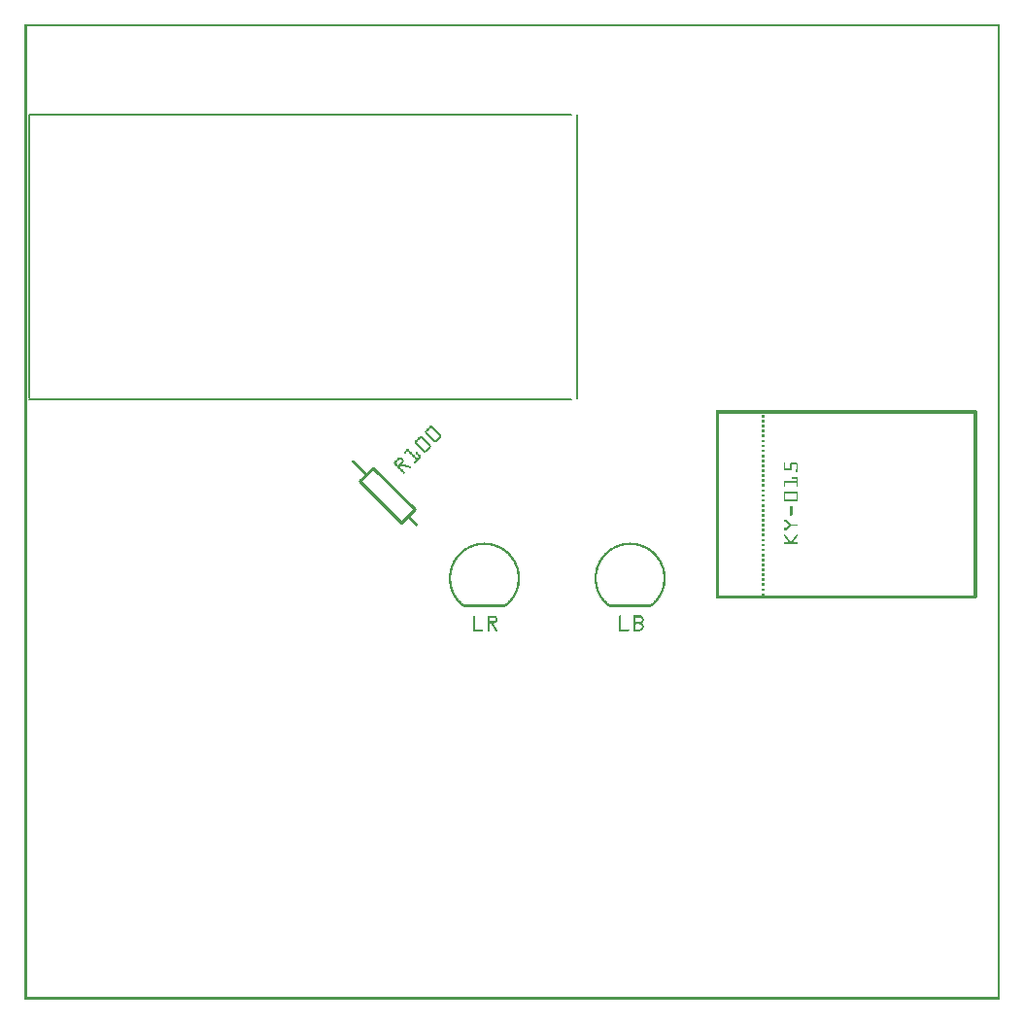
<source format=gto>
G04 MADE WITH FRITZING*
G04 WWW.FRITZING.ORG*
G04 DOUBLE SIDED*
G04 HOLES PLATED*
G04 CONTOUR ON CENTER OF CONTOUR VECTOR*
%ASAXBY*%
%FSLAX23Y23*%
%MOIN*%
%OFA0B0*%
%SFA1.0B1.0*%
%ADD10C,0.007960*%
%ADD11C,0.010000*%
%ADD12R,0.001000X0.001000*%
%LNSILK1*%
G90*
G70*
G54D10*
X1876Y3036D02*
X16Y3036D01*
D02*
X16Y2060D02*
X1876Y2060D01*
D02*
X16Y3036D02*
X16Y2066D01*
D02*
X1897Y3036D02*
X1897Y2064D01*
G54D11*
D02*
X1196Y1825D02*
X1338Y1684D01*
D02*
X1338Y1684D02*
X1291Y1637D01*
D02*
X1291Y1637D02*
X1150Y1779D01*
D02*
X1150Y1779D02*
X1196Y1825D01*
G54D12*
X0Y3346D02*
X3345Y3346D01*
X0Y3345D02*
X3345Y3345D01*
X0Y3344D02*
X3345Y3344D01*
X0Y3343D02*
X3345Y3343D01*
X0Y3342D02*
X3345Y3342D01*
X0Y3341D02*
X3345Y3341D01*
X0Y3340D02*
X3345Y3340D01*
X0Y3339D02*
X3345Y3339D01*
X0Y3338D02*
X7Y3338D01*
X3338Y3338D02*
X3345Y3338D01*
X0Y3337D02*
X7Y3337D01*
X3338Y3337D02*
X3345Y3337D01*
X0Y3336D02*
X7Y3336D01*
X3338Y3336D02*
X3345Y3336D01*
X0Y3335D02*
X7Y3335D01*
X3338Y3335D02*
X3345Y3335D01*
X0Y3334D02*
X7Y3334D01*
X3338Y3334D02*
X3345Y3334D01*
X0Y3333D02*
X7Y3333D01*
X3338Y3333D02*
X3345Y3333D01*
X0Y3332D02*
X7Y3332D01*
X3338Y3332D02*
X3345Y3332D01*
X0Y3331D02*
X7Y3331D01*
X3338Y3331D02*
X3345Y3331D01*
X0Y3330D02*
X7Y3330D01*
X3338Y3330D02*
X3345Y3330D01*
X0Y3329D02*
X7Y3329D01*
X3338Y3329D02*
X3345Y3329D01*
X0Y3328D02*
X7Y3328D01*
X3338Y3328D02*
X3345Y3328D01*
X0Y3327D02*
X7Y3327D01*
X3338Y3327D02*
X3345Y3327D01*
X0Y3326D02*
X7Y3326D01*
X3338Y3326D02*
X3345Y3326D01*
X0Y3325D02*
X7Y3325D01*
X3338Y3325D02*
X3345Y3325D01*
X0Y3324D02*
X7Y3324D01*
X3338Y3324D02*
X3345Y3324D01*
X0Y3323D02*
X7Y3323D01*
X3338Y3323D02*
X3345Y3323D01*
X0Y3322D02*
X7Y3322D01*
X3338Y3322D02*
X3345Y3322D01*
X0Y3321D02*
X7Y3321D01*
X3338Y3321D02*
X3345Y3321D01*
X0Y3320D02*
X7Y3320D01*
X3338Y3320D02*
X3345Y3320D01*
X0Y3319D02*
X7Y3319D01*
X3338Y3319D02*
X3345Y3319D01*
X0Y3318D02*
X7Y3318D01*
X3338Y3318D02*
X3345Y3318D01*
X0Y3317D02*
X7Y3317D01*
X3338Y3317D02*
X3345Y3317D01*
X0Y3316D02*
X7Y3316D01*
X3338Y3316D02*
X3345Y3316D01*
X0Y3315D02*
X7Y3315D01*
X3338Y3315D02*
X3345Y3315D01*
X0Y3314D02*
X7Y3314D01*
X3338Y3314D02*
X3345Y3314D01*
X0Y3313D02*
X7Y3313D01*
X3338Y3313D02*
X3345Y3313D01*
X0Y3312D02*
X7Y3312D01*
X3338Y3312D02*
X3345Y3312D01*
X0Y3311D02*
X7Y3311D01*
X3338Y3311D02*
X3345Y3311D01*
X0Y3310D02*
X7Y3310D01*
X3338Y3310D02*
X3345Y3310D01*
X0Y3309D02*
X7Y3309D01*
X3338Y3309D02*
X3345Y3309D01*
X0Y3308D02*
X7Y3308D01*
X3338Y3308D02*
X3345Y3308D01*
X0Y3307D02*
X7Y3307D01*
X3338Y3307D02*
X3345Y3307D01*
X0Y3306D02*
X7Y3306D01*
X3338Y3306D02*
X3345Y3306D01*
X0Y3305D02*
X7Y3305D01*
X3338Y3305D02*
X3345Y3305D01*
X0Y3304D02*
X7Y3304D01*
X3338Y3304D02*
X3345Y3304D01*
X0Y3303D02*
X7Y3303D01*
X3338Y3303D02*
X3345Y3303D01*
X0Y3302D02*
X7Y3302D01*
X3338Y3302D02*
X3345Y3302D01*
X0Y3301D02*
X7Y3301D01*
X3338Y3301D02*
X3345Y3301D01*
X0Y3300D02*
X7Y3300D01*
X3338Y3300D02*
X3345Y3300D01*
X0Y3299D02*
X7Y3299D01*
X3338Y3299D02*
X3345Y3299D01*
X0Y3298D02*
X7Y3298D01*
X3338Y3298D02*
X3345Y3298D01*
X0Y3297D02*
X7Y3297D01*
X3338Y3297D02*
X3345Y3297D01*
X0Y3296D02*
X7Y3296D01*
X3338Y3296D02*
X3345Y3296D01*
X0Y3295D02*
X7Y3295D01*
X3338Y3295D02*
X3345Y3295D01*
X0Y3294D02*
X7Y3294D01*
X3338Y3294D02*
X3345Y3294D01*
X0Y3293D02*
X7Y3293D01*
X3338Y3293D02*
X3345Y3293D01*
X0Y3292D02*
X7Y3292D01*
X3338Y3292D02*
X3345Y3292D01*
X0Y3291D02*
X7Y3291D01*
X3338Y3291D02*
X3345Y3291D01*
X0Y3290D02*
X7Y3290D01*
X3338Y3290D02*
X3345Y3290D01*
X0Y3289D02*
X7Y3289D01*
X3338Y3289D02*
X3345Y3289D01*
X0Y3288D02*
X7Y3288D01*
X3338Y3288D02*
X3345Y3288D01*
X0Y3287D02*
X7Y3287D01*
X3338Y3287D02*
X3345Y3287D01*
X0Y3286D02*
X7Y3286D01*
X3338Y3286D02*
X3345Y3286D01*
X0Y3285D02*
X7Y3285D01*
X3338Y3285D02*
X3345Y3285D01*
X0Y3284D02*
X7Y3284D01*
X3338Y3284D02*
X3345Y3284D01*
X0Y3283D02*
X7Y3283D01*
X3338Y3283D02*
X3345Y3283D01*
X0Y3282D02*
X7Y3282D01*
X3338Y3282D02*
X3345Y3282D01*
X0Y3281D02*
X7Y3281D01*
X3338Y3281D02*
X3345Y3281D01*
X0Y3280D02*
X7Y3280D01*
X3338Y3280D02*
X3345Y3280D01*
X0Y3279D02*
X7Y3279D01*
X3338Y3279D02*
X3345Y3279D01*
X0Y3278D02*
X7Y3278D01*
X3338Y3278D02*
X3345Y3278D01*
X0Y3277D02*
X7Y3277D01*
X3338Y3277D02*
X3345Y3277D01*
X0Y3276D02*
X7Y3276D01*
X3338Y3276D02*
X3345Y3276D01*
X0Y3275D02*
X7Y3275D01*
X3338Y3275D02*
X3345Y3275D01*
X0Y3274D02*
X7Y3274D01*
X3338Y3274D02*
X3345Y3274D01*
X0Y3273D02*
X7Y3273D01*
X3338Y3273D02*
X3345Y3273D01*
X0Y3272D02*
X7Y3272D01*
X3338Y3272D02*
X3345Y3272D01*
X0Y3271D02*
X7Y3271D01*
X3338Y3271D02*
X3345Y3271D01*
X0Y3270D02*
X7Y3270D01*
X3338Y3270D02*
X3345Y3270D01*
X0Y3269D02*
X7Y3269D01*
X3338Y3269D02*
X3345Y3269D01*
X0Y3268D02*
X7Y3268D01*
X3338Y3268D02*
X3345Y3268D01*
X0Y3267D02*
X7Y3267D01*
X3338Y3267D02*
X3345Y3267D01*
X0Y3266D02*
X7Y3266D01*
X3338Y3266D02*
X3345Y3266D01*
X0Y3265D02*
X7Y3265D01*
X3338Y3265D02*
X3345Y3265D01*
X0Y3264D02*
X7Y3264D01*
X3338Y3264D02*
X3345Y3264D01*
X0Y3263D02*
X7Y3263D01*
X3338Y3263D02*
X3345Y3263D01*
X0Y3262D02*
X7Y3262D01*
X3338Y3262D02*
X3345Y3262D01*
X0Y3261D02*
X7Y3261D01*
X3338Y3261D02*
X3345Y3261D01*
X0Y3260D02*
X7Y3260D01*
X3338Y3260D02*
X3345Y3260D01*
X0Y3259D02*
X7Y3259D01*
X3338Y3259D02*
X3345Y3259D01*
X0Y3258D02*
X7Y3258D01*
X3338Y3258D02*
X3345Y3258D01*
X0Y3257D02*
X7Y3257D01*
X3338Y3257D02*
X3345Y3257D01*
X0Y3256D02*
X7Y3256D01*
X3338Y3256D02*
X3345Y3256D01*
X0Y3255D02*
X7Y3255D01*
X3338Y3255D02*
X3345Y3255D01*
X0Y3254D02*
X7Y3254D01*
X3338Y3254D02*
X3345Y3254D01*
X0Y3253D02*
X7Y3253D01*
X3338Y3253D02*
X3345Y3253D01*
X0Y3252D02*
X7Y3252D01*
X3338Y3252D02*
X3345Y3252D01*
X0Y3251D02*
X7Y3251D01*
X3338Y3251D02*
X3345Y3251D01*
X0Y3250D02*
X7Y3250D01*
X3338Y3250D02*
X3345Y3250D01*
X0Y3249D02*
X7Y3249D01*
X3338Y3249D02*
X3345Y3249D01*
X0Y3248D02*
X7Y3248D01*
X3338Y3248D02*
X3345Y3248D01*
X0Y3247D02*
X7Y3247D01*
X3338Y3247D02*
X3345Y3247D01*
X0Y3246D02*
X7Y3246D01*
X3338Y3246D02*
X3345Y3246D01*
X0Y3245D02*
X7Y3245D01*
X3338Y3245D02*
X3345Y3245D01*
X0Y3244D02*
X7Y3244D01*
X3338Y3244D02*
X3345Y3244D01*
X0Y3243D02*
X7Y3243D01*
X3338Y3243D02*
X3345Y3243D01*
X0Y3242D02*
X7Y3242D01*
X3338Y3242D02*
X3345Y3242D01*
X0Y3241D02*
X7Y3241D01*
X3338Y3241D02*
X3345Y3241D01*
X0Y3240D02*
X7Y3240D01*
X3338Y3240D02*
X3345Y3240D01*
X0Y3239D02*
X7Y3239D01*
X3338Y3239D02*
X3345Y3239D01*
X0Y3238D02*
X7Y3238D01*
X3338Y3238D02*
X3345Y3238D01*
X0Y3237D02*
X7Y3237D01*
X3338Y3237D02*
X3345Y3237D01*
X0Y3236D02*
X7Y3236D01*
X3338Y3236D02*
X3345Y3236D01*
X0Y3235D02*
X7Y3235D01*
X3338Y3235D02*
X3345Y3235D01*
X0Y3234D02*
X7Y3234D01*
X3338Y3234D02*
X3345Y3234D01*
X0Y3233D02*
X7Y3233D01*
X3338Y3233D02*
X3345Y3233D01*
X0Y3232D02*
X7Y3232D01*
X3338Y3232D02*
X3345Y3232D01*
X0Y3231D02*
X7Y3231D01*
X3338Y3231D02*
X3345Y3231D01*
X0Y3230D02*
X7Y3230D01*
X3338Y3230D02*
X3345Y3230D01*
X0Y3229D02*
X7Y3229D01*
X3338Y3229D02*
X3345Y3229D01*
X0Y3228D02*
X7Y3228D01*
X3338Y3228D02*
X3345Y3228D01*
X0Y3227D02*
X7Y3227D01*
X3338Y3227D02*
X3345Y3227D01*
X0Y3226D02*
X7Y3226D01*
X3338Y3226D02*
X3345Y3226D01*
X0Y3225D02*
X7Y3225D01*
X3338Y3225D02*
X3345Y3225D01*
X0Y3224D02*
X7Y3224D01*
X3338Y3224D02*
X3345Y3224D01*
X0Y3223D02*
X7Y3223D01*
X3338Y3223D02*
X3345Y3223D01*
X0Y3222D02*
X7Y3222D01*
X3338Y3222D02*
X3345Y3222D01*
X0Y3221D02*
X7Y3221D01*
X3338Y3221D02*
X3345Y3221D01*
X0Y3220D02*
X7Y3220D01*
X3338Y3220D02*
X3345Y3220D01*
X0Y3219D02*
X7Y3219D01*
X3338Y3219D02*
X3345Y3219D01*
X0Y3218D02*
X7Y3218D01*
X3338Y3218D02*
X3345Y3218D01*
X0Y3217D02*
X7Y3217D01*
X3338Y3217D02*
X3345Y3217D01*
X0Y3216D02*
X7Y3216D01*
X3338Y3216D02*
X3345Y3216D01*
X0Y3215D02*
X7Y3215D01*
X3338Y3215D02*
X3345Y3215D01*
X0Y3214D02*
X7Y3214D01*
X3338Y3214D02*
X3345Y3214D01*
X0Y3213D02*
X7Y3213D01*
X3338Y3213D02*
X3345Y3213D01*
X0Y3212D02*
X7Y3212D01*
X3338Y3212D02*
X3345Y3212D01*
X0Y3211D02*
X7Y3211D01*
X3338Y3211D02*
X3345Y3211D01*
X0Y3210D02*
X7Y3210D01*
X3338Y3210D02*
X3345Y3210D01*
X0Y3209D02*
X7Y3209D01*
X3338Y3209D02*
X3345Y3209D01*
X0Y3208D02*
X7Y3208D01*
X3338Y3208D02*
X3345Y3208D01*
X0Y3207D02*
X7Y3207D01*
X3338Y3207D02*
X3345Y3207D01*
X0Y3206D02*
X7Y3206D01*
X3338Y3206D02*
X3345Y3206D01*
X0Y3205D02*
X7Y3205D01*
X3338Y3205D02*
X3345Y3205D01*
X0Y3204D02*
X7Y3204D01*
X3338Y3204D02*
X3345Y3204D01*
X0Y3203D02*
X7Y3203D01*
X3338Y3203D02*
X3345Y3203D01*
X0Y3202D02*
X7Y3202D01*
X3338Y3202D02*
X3345Y3202D01*
X0Y3201D02*
X7Y3201D01*
X3338Y3201D02*
X3345Y3201D01*
X0Y3200D02*
X7Y3200D01*
X3338Y3200D02*
X3345Y3200D01*
X0Y3199D02*
X7Y3199D01*
X3338Y3199D02*
X3345Y3199D01*
X0Y3198D02*
X7Y3198D01*
X3338Y3198D02*
X3345Y3198D01*
X0Y3197D02*
X7Y3197D01*
X3338Y3197D02*
X3345Y3197D01*
X0Y3196D02*
X7Y3196D01*
X3338Y3196D02*
X3345Y3196D01*
X0Y3195D02*
X7Y3195D01*
X3338Y3195D02*
X3345Y3195D01*
X0Y3194D02*
X7Y3194D01*
X3338Y3194D02*
X3345Y3194D01*
X0Y3193D02*
X7Y3193D01*
X3338Y3193D02*
X3345Y3193D01*
X0Y3192D02*
X7Y3192D01*
X3338Y3192D02*
X3345Y3192D01*
X0Y3191D02*
X7Y3191D01*
X3338Y3191D02*
X3345Y3191D01*
X0Y3190D02*
X7Y3190D01*
X3338Y3190D02*
X3345Y3190D01*
X0Y3189D02*
X7Y3189D01*
X3338Y3189D02*
X3345Y3189D01*
X0Y3188D02*
X7Y3188D01*
X3338Y3188D02*
X3345Y3188D01*
X0Y3187D02*
X7Y3187D01*
X3338Y3187D02*
X3345Y3187D01*
X0Y3186D02*
X7Y3186D01*
X3338Y3186D02*
X3345Y3186D01*
X0Y3185D02*
X7Y3185D01*
X3338Y3185D02*
X3345Y3185D01*
X0Y3184D02*
X7Y3184D01*
X3338Y3184D02*
X3345Y3184D01*
X0Y3183D02*
X7Y3183D01*
X3338Y3183D02*
X3345Y3183D01*
X0Y3182D02*
X7Y3182D01*
X3338Y3182D02*
X3345Y3182D01*
X0Y3181D02*
X7Y3181D01*
X3338Y3181D02*
X3345Y3181D01*
X0Y3180D02*
X7Y3180D01*
X3338Y3180D02*
X3345Y3180D01*
X0Y3179D02*
X7Y3179D01*
X3338Y3179D02*
X3345Y3179D01*
X0Y3178D02*
X7Y3178D01*
X3338Y3178D02*
X3345Y3178D01*
X0Y3177D02*
X7Y3177D01*
X3338Y3177D02*
X3345Y3177D01*
X0Y3176D02*
X7Y3176D01*
X3338Y3176D02*
X3345Y3176D01*
X0Y3175D02*
X7Y3175D01*
X3338Y3175D02*
X3345Y3175D01*
X0Y3174D02*
X7Y3174D01*
X3338Y3174D02*
X3345Y3174D01*
X0Y3173D02*
X7Y3173D01*
X3338Y3173D02*
X3345Y3173D01*
X0Y3172D02*
X7Y3172D01*
X3338Y3172D02*
X3345Y3172D01*
X0Y3171D02*
X7Y3171D01*
X3338Y3171D02*
X3345Y3171D01*
X0Y3170D02*
X7Y3170D01*
X3338Y3170D02*
X3345Y3170D01*
X0Y3169D02*
X7Y3169D01*
X3338Y3169D02*
X3345Y3169D01*
X0Y3168D02*
X7Y3168D01*
X3338Y3168D02*
X3345Y3168D01*
X0Y3167D02*
X7Y3167D01*
X3338Y3167D02*
X3345Y3167D01*
X0Y3166D02*
X7Y3166D01*
X3338Y3166D02*
X3345Y3166D01*
X0Y3165D02*
X7Y3165D01*
X3338Y3165D02*
X3345Y3165D01*
X0Y3164D02*
X7Y3164D01*
X3338Y3164D02*
X3345Y3164D01*
X0Y3163D02*
X7Y3163D01*
X3338Y3163D02*
X3345Y3163D01*
X0Y3162D02*
X7Y3162D01*
X3338Y3162D02*
X3345Y3162D01*
X0Y3161D02*
X7Y3161D01*
X3338Y3161D02*
X3345Y3161D01*
X0Y3160D02*
X7Y3160D01*
X3338Y3160D02*
X3345Y3160D01*
X0Y3159D02*
X7Y3159D01*
X3338Y3159D02*
X3345Y3159D01*
X0Y3158D02*
X7Y3158D01*
X3338Y3158D02*
X3345Y3158D01*
X0Y3157D02*
X7Y3157D01*
X3338Y3157D02*
X3345Y3157D01*
X0Y3156D02*
X7Y3156D01*
X3338Y3156D02*
X3345Y3156D01*
X0Y3155D02*
X7Y3155D01*
X3338Y3155D02*
X3345Y3155D01*
X0Y3154D02*
X7Y3154D01*
X3338Y3154D02*
X3345Y3154D01*
X0Y3153D02*
X7Y3153D01*
X3338Y3153D02*
X3345Y3153D01*
X0Y3152D02*
X7Y3152D01*
X3338Y3152D02*
X3345Y3152D01*
X0Y3151D02*
X7Y3151D01*
X3338Y3151D02*
X3345Y3151D01*
X0Y3150D02*
X7Y3150D01*
X3338Y3150D02*
X3345Y3150D01*
X0Y3149D02*
X7Y3149D01*
X3338Y3149D02*
X3345Y3149D01*
X0Y3148D02*
X7Y3148D01*
X3338Y3148D02*
X3345Y3148D01*
X0Y3147D02*
X7Y3147D01*
X3338Y3147D02*
X3345Y3147D01*
X0Y3146D02*
X7Y3146D01*
X3338Y3146D02*
X3345Y3146D01*
X0Y3145D02*
X7Y3145D01*
X3338Y3145D02*
X3345Y3145D01*
X0Y3144D02*
X7Y3144D01*
X3338Y3144D02*
X3345Y3144D01*
X0Y3143D02*
X7Y3143D01*
X3338Y3143D02*
X3345Y3143D01*
X0Y3142D02*
X7Y3142D01*
X3338Y3142D02*
X3345Y3142D01*
X0Y3141D02*
X7Y3141D01*
X3338Y3141D02*
X3345Y3141D01*
X0Y3140D02*
X7Y3140D01*
X3338Y3140D02*
X3345Y3140D01*
X0Y3139D02*
X7Y3139D01*
X3338Y3139D02*
X3345Y3139D01*
X0Y3138D02*
X7Y3138D01*
X3338Y3138D02*
X3345Y3138D01*
X0Y3137D02*
X7Y3137D01*
X3338Y3137D02*
X3345Y3137D01*
X0Y3136D02*
X7Y3136D01*
X3338Y3136D02*
X3345Y3136D01*
X0Y3135D02*
X7Y3135D01*
X3338Y3135D02*
X3345Y3135D01*
X0Y3134D02*
X7Y3134D01*
X3338Y3134D02*
X3345Y3134D01*
X0Y3133D02*
X7Y3133D01*
X3338Y3133D02*
X3345Y3133D01*
X0Y3132D02*
X7Y3132D01*
X3338Y3132D02*
X3345Y3132D01*
X0Y3131D02*
X7Y3131D01*
X3338Y3131D02*
X3345Y3131D01*
X0Y3130D02*
X7Y3130D01*
X3338Y3130D02*
X3345Y3130D01*
X0Y3129D02*
X7Y3129D01*
X3338Y3129D02*
X3345Y3129D01*
X0Y3128D02*
X7Y3128D01*
X3338Y3128D02*
X3345Y3128D01*
X0Y3127D02*
X7Y3127D01*
X3338Y3127D02*
X3345Y3127D01*
X0Y3126D02*
X7Y3126D01*
X3338Y3126D02*
X3345Y3126D01*
X0Y3125D02*
X7Y3125D01*
X3338Y3125D02*
X3345Y3125D01*
X0Y3124D02*
X7Y3124D01*
X3338Y3124D02*
X3345Y3124D01*
X0Y3123D02*
X7Y3123D01*
X3338Y3123D02*
X3345Y3123D01*
X0Y3122D02*
X7Y3122D01*
X3338Y3122D02*
X3345Y3122D01*
X0Y3121D02*
X7Y3121D01*
X3338Y3121D02*
X3345Y3121D01*
X0Y3120D02*
X7Y3120D01*
X3338Y3120D02*
X3345Y3120D01*
X0Y3119D02*
X7Y3119D01*
X3338Y3119D02*
X3345Y3119D01*
X0Y3118D02*
X7Y3118D01*
X3338Y3118D02*
X3345Y3118D01*
X0Y3117D02*
X7Y3117D01*
X3338Y3117D02*
X3345Y3117D01*
X0Y3116D02*
X7Y3116D01*
X3338Y3116D02*
X3345Y3116D01*
X0Y3115D02*
X7Y3115D01*
X3338Y3115D02*
X3345Y3115D01*
X0Y3114D02*
X7Y3114D01*
X3338Y3114D02*
X3345Y3114D01*
X0Y3113D02*
X7Y3113D01*
X3338Y3113D02*
X3345Y3113D01*
X0Y3112D02*
X7Y3112D01*
X3338Y3112D02*
X3345Y3112D01*
X0Y3111D02*
X7Y3111D01*
X3338Y3111D02*
X3345Y3111D01*
X0Y3110D02*
X7Y3110D01*
X3338Y3110D02*
X3345Y3110D01*
X0Y3109D02*
X7Y3109D01*
X3338Y3109D02*
X3345Y3109D01*
X0Y3108D02*
X7Y3108D01*
X3338Y3108D02*
X3345Y3108D01*
X0Y3107D02*
X7Y3107D01*
X3338Y3107D02*
X3345Y3107D01*
X0Y3106D02*
X7Y3106D01*
X3338Y3106D02*
X3345Y3106D01*
X0Y3105D02*
X7Y3105D01*
X3338Y3105D02*
X3345Y3105D01*
X0Y3104D02*
X7Y3104D01*
X3338Y3104D02*
X3345Y3104D01*
X0Y3103D02*
X7Y3103D01*
X3338Y3103D02*
X3345Y3103D01*
X0Y3102D02*
X7Y3102D01*
X3338Y3102D02*
X3345Y3102D01*
X0Y3101D02*
X7Y3101D01*
X3338Y3101D02*
X3345Y3101D01*
X0Y3100D02*
X7Y3100D01*
X3338Y3100D02*
X3345Y3100D01*
X0Y3099D02*
X7Y3099D01*
X3338Y3099D02*
X3345Y3099D01*
X0Y3098D02*
X7Y3098D01*
X3338Y3098D02*
X3345Y3098D01*
X0Y3097D02*
X7Y3097D01*
X3338Y3097D02*
X3345Y3097D01*
X0Y3096D02*
X7Y3096D01*
X3338Y3096D02*
X3345Y3096D01*
X0Y3095D02*
X7Y3095D01*
X3338Y3095D02*
X3345Y3095D01*
X0Y3094D02*
X7Y3094D01*
X3338Y3094D02*
X3345Y3094D01*
X0Y3093D02*
X7Y3093D01*
X3338Y3093D02*
X3345Y3093D01*
X0Y3092D02*
X7Y3092D01*
X3338Y3092D02*
X3345Y3092D01*
X0Y3091D02*
X7Y3091D01*
X3338Y3091D02*
X3345Y3091D01*
X0Y3090D02*
X7Y3090D01*
X3338Y3090D02*
X3345Y3090D01*
X0Y3089D02*
X7Y3089D01*
X3338Y3089D02*
X3345Y3089D01*
X0Y3088D02*
X7Y3088D01*
X3338Y3088D02*
X3345Y3088D01*
X0Y3087D02*
X7Y3087D01*
X3338Y3087D02*
X3345Y3087D01*
X0Y3086D02*
X7Y3086D01*
X3338Y3086D02*
X3345Y3086D01*
X0Y3085D02*
X7Y3085D01*
X3338Y3085D02*
X3345Y3085D01*
X0Y3084D02*
X7Y3084D01*
X3338Y3084D02*
X3345Y3084D01*
X0Y3083D02*
X7Y3083D01*
X3338Y3083D02*
X3345Y3083D01*
X0Y3082D02*
X7Y3082D01*
X3338Y3082D02*
X3345Y3082D01*
X0Y3081D02*
X7Y3081D01*
X3338Y3081D02*
X3345Y3081D01*
X0Y3080D02*
X7Y3080D01*
X3338Y3080D02*
X3345Y3080D01*
X0Y3079D02*
X7Y3079D01*
X3338Y3079D02*
X3345Y3079D01*
X0Y3078D02*
X7Y3078D01*
X3338Y3078D02*
X3345Y3078D01*
X0Y3077D02*
X7Y3077D01*
X3338Y3077D02*
X3345Y3077D01*
X0Y3076D02*
X7Y3076D01*
X3338Y3076D02*
X3345Y3076D01*
X0Y3075D02*
X7Y3075D01*
X3338Y3075D02*
X3345Y3075D01*
X0Y3074D02*
X7Y3074D01*
X3338Y3074D02*
X3345Y3074D01*
X0Y3073D02*
X7Y3073D01*
X3338Y3073D02*
X3345Y3073D01*
X0Y3072D02*
X7Y3072D01*
X3338Y3072D02*
X3345Y3072D01*
X0Y3071D02*
X7Y3071D01*
X3338Y3071D02*
X3345Y3071D01*
X0Y3070D02*
X7Y3070D01*
X3338Y3070D02*
X3345Y3070D01*
X0Y3069D02*
X7Y3069D01*
X3338Y3069D02*
X3345Y3069D01*
X0Y3068D02*
X7Y3068D01*
X3338Y3068D02*
X3345Y3068D01*
X0Y3067D02*
X7Y3067D01*
X3338Y3067D02*
X3345Y3067D01*
X0Y3066D02*
X7Y3066D01*
X3338Y3066D02*
X3345Y3066D01*
X0Y3065D02*
X7Y3065D01*
X3338Y3065D02*
X3345Y3065D01*
X0Y3064D02*
X7Y3064D01*
X3338Y3064D02*
X3345Y3064D01*
X0Y3063D02*
X7Y3063D01*
X3338Y3063D02*
X3345Y3063D01*
X0Y3062D02*
X7Y3062D01*
X3338Y3062D02*
X3345Y3062D01*
X0Y3061D02*
X7Y3061D01*
X3338Y3061D02*
X3345Y3061D01*
X0Y3060D02*
X7Y3060D01*
X3338Y3060D02*
X3345Y3060D01*
X0Y3059D02*
X7Y3059D01*
X3338Y3059D02*
X3345Y3059D01*
X0Y3058D02*
X7Y3058D01*
X3338Y3058D02*
X3345Y3058D01*
X0Y3057D02*
X7Y3057D01*
X3338Y3057D02*
X3345Y3057D01*
X0Y3056D02*
X7Y3056D01*
X3338Y3056D02*
X3345Y3056D01*
X0Y3055D02*
X7Y3055D01*
X3338Y3055D02*
X3345Y3055D01*
X0Y3054D02*
X7Y3054D01*
X3338Y3054D02*
X3345Y3054D01*
X0Y3053D02*
X7Y3053D01*
X3338Y3053D02*
X3345Y3053D01*
X0Y3052D02*
X7Y3052D01*
X3338Y3052D02*
X3345Y3052D01*
X0Y3051D02*
X7Y3051D01*
X3338Y3051D02*
X3345Y3051D01*
X0Y3050D02*
X7Y3050D01*
X3338Y3050D02*
X3345Y3050D01*
X0Y3049D02*
X7Y3049D01*
X3338Y3049D02*
X3345Y3049D01*
X0Y3048D02*
X7Y3048D01*
X3338Y3048D02*
X3345Y3048D01*
X0Y3047D02*
X7Y3047D01*
X3338Y3047D02*
X3345Y3047D01*
X0Y3046D02*
X7Y3046D01*
X3338Y3046D02*
X3345Y3046D01*
X0Y3045D02*
X7Y3045D01*
X3338Y3045D02*
X3345Y3045D01*
X0Y3044D02*
X7Y3044D01*
X3338Y3044D02*
X3345Y3044D01*
X0Y3043D02*
X7Y3043D01*
X3338Y3043D02*
X3345Y3043D01*
X0Y3042D02*
X7Y3042D01*
X3338Y3042D02*
X3345Y3042D01*
X0Y3041D02*
X7Y3041D01*
X3338Y3041D02*
X3345Y3041D01*
X0Y3040D02*
X7Y3040D01*
X3338Y3040D02*
X3345Y3040D01*
X0Y3039D02*
X7Y3039D01*
X3338Y3039D02*
X3345Y3039D01*
X0Y3038D02*
X7Y3038D01*
X3338Y3038D02*
X3345Y3038D01*
X0Y3037D02*
X7Y3037D01*
X3338Y3037D02*
X3345Y3037D01*
X0Y3036D02*
X7Y3036D01*
X3338Y3036D02*
X3345Y3036D01*
X0Y3035D02*
X7Y3035D01*
X3338Y3035D02*
X3345Y3035D01*
X0Y3034D02*
X7Y3034D01*
X3338Y3034D02*
X3345Y3034D01*
X0Y3033D02*
X7Y3033D01*
X3338Y3033D02*
X3345Y3033D01*
X0Y3032D02*
X7Y3032D01*
X3338Y3032D02*
X3345Y3032D01*
X0Y3031D02*
X7Y3031D01*
X3338Y3031D02*
X3345Y3031D01*
X0Y3030D02*
X7Y3030D01*
X3338Y3030D02*
X3345Y3030D01*
X0Y3029D02*
X7Y3029D01*
X3338Y3029D02*
X3345Y3029D01*
X0Y3028D02*
X7Y3028D01*
X3338Y3028D02*
X3345Y3028D01*
X0Y3027D02*
X7Y3027D01*
X3338Y3027D02*
X3345Y3027D01*
X0Y3026D02*
X7Y3026D01*
X3338Y3026D02*
X3345Y3026D01*
X0Y3025D02*
X7Y3025D01*
X3338Y3025D02*
X3345Y3025D01*
X0Y3024D02*
X7Y3024D01*
X3338Y3024D02*
X3345Y3024D01*
X0Y3023D02*
X7Y3023D01*
X3338Y3023D02*
X3345Y3023D01*
X0Y3022D02*
X7Y3022D01*
X3338Y3022D02*
X3345Y3022D01*
X0Y3021D02*
X7Y3021D01*
X3338Y3021D02*
X3345Y3021D01*
X0Y3020D02*
X7Y3020D01*
X3338Y3020D02*
X3345Y3020D01*
X0Y3019D02*
X7Y3019D01*
X3338Y3019D02*
X3345Y3019D01*
X0Y3018D02*
X7Y3018D01*
X3338Y3018D02*
X3345Y3018D01*
X0Y3017D02*
X7Y3017D01*
X3338Y3017D02*
X3345Y3017D01*
X0Y3016D02*
X7Y3016D01*
X3338Y3016D02*
X3345Y3016D01*
X0Y3015D02*
X7Y3015D01*
X3338Y3015D02*
X3345Y3015D01*
X0Y3014D02*
X7Y3014D01*
X3338Y3014D02*
X3345Y3014D01*
X0Y3013D02*
X7Y3013D01*
X3338Y3013D02*
X3345Y3013D01*
X0Y3012D02*
X7Y3012D01*
X3338Y3012D02*
X3345Y3012D01*
X0Y3011D02*
X7Y3011D01*
X3338Y3011D02*
X3345Y3011D01*
X0Y3010D02*
X7Y3010D01*
X3338Y3010D02*
X3345Y3010D01*
X0Y3009D02*
X7Y3009D01*
X3338Y3009D02*
X3345Y3009D01*
X0Y3008D02*
X7Y3008D01*
X3338Y3008D02*
X3345Y3008D01*
X0Y3007D02*
X7Y3007D01*
X3338Y3007D02*
X3345Y3007D01*
X0Y3006D02*
X7Y3006D01*
X3338Y3006D02*
X3345Y3006D01*
X0Y3005D02*
X7Y3005D01*
X3338Y3005D02*
X3345Y3005D01*
X0Y3004D02*
X7Y3004D01*
X3338Y3004D02*
X3345Y3004D01*
X0Y3003D02*
X7Y3003D01*
X3338Y3003D02*
X3345Y3003D01*
X0Y3002D02*
X7Y3002D01*
X3338Y3002D02*
X3345Y3002D01*
X0Y3001D02*
X7Y3001D01*
X3338Y3001D02*
X3345Y3001D01*
X0Y3000D02*
X7Y3000D01*
X3338Y3000D02*
X3345Y3000D01*
X0Y2999D02*
X7Y2999D01*
X3338Y2999D02*
X3345Y2999D01*
X0Y2998D02*
X7Y2998D01*
X3338Y2998D02*
X3345Y2998D01*
X0Y2997D02*
X7Y2997D01*
X3338Y2997D02*
X3345Y2997D01*
X0Y2996D02*
X7Y2996D01*
X3338Y2996D02*
X3345Y2996D01*
X0Y2995D02*
X7Y2995D01*
X3338Y2995D02*
X3345Y2995D01*
X0Y2994D02*
X7Y2994D01*
X3338Y2994D02*
X3345Y2994D01*
X0Y2993D02*
X7Y2993D01*
X3338Y2993D02*
X3345Y2993D01*
X0Y2992D02*
X7Y2992D01*
X3338Y2992D02*
X3345Y2992D01*
X0Y2991D02*
X7Y2991D01*
X3338Y2991D02*
X3345Y2991D01*
X0Y2990D02*
X7Y2990D01*
X3338Y2990D02*
X3345Y2990D01*
X0Y2989D02*
X7Y2989D01*
X3338Y2989D02*
X3345Y2989D01*
X0Y2988D02*
X7Y2988D01*
X3338Y2988D02*
X3345Y2988D01*
X0Y2987D02*
X7Y2987D01*
X3338Y2987D02*
X3345Y2987D01*
X0Y2986D02*
X7Y2986D01*
X3338Y2986D02*
X3345Y2986D01*
X0Y2985D02*
X7Y2985D01*
X3338Y2985D02*
X3345Y2985D01*
X0Y2984D02*
X7Y2984D01*
X3338Y2984D02*
X3345Y2984D01*
X0Y2983D02*
X7Y2983D01*
X3338Y2983D02*
X3345Y2983D01*
X0Y2982D02*
X7Y2982D01*
X3338Y2982D02*
X3345Y2982D01*
X0Y2981D02*
X7Y2981D01*
X3338Y2981D02*
X3345Y2981D01*
X0Y2980D02*
X7Y2980D01*
X3338Y2980D02*
X3345Y2980D01*
X0Y2979D02*
X7Y2979D01*
X3338Y2979D02*
X3345Y2979D01*
X0Y2978D02*
X7Y2978D01*
X3338Y2978D02*
X3345Y2978D01*
X0Y2977D02*
X7Y2977D01*
X3338Y2977D02*
X3345Y2977D01*
X0Y2976D02*
X7Y2976D01*
X3338Y2976D02*
X3345Y2976D01*
X0Y2975D02*
X7Y2975D01*
X3338Y2975D02*
X3345Y2975D01*
X0Y2974D02*
X7Y2974D01*
X3338Y2974D02*
X3345Y2974D01*
X0Y2973D02*
X7Y2973D01*
X3338Y2973D02*
X3345Y2973D01*
X0Y2972D02*
X7Y2972D01*
X3338Y2972D02*
X3345Y2972D01*
X0Y2971D02*
X7Y2971D01*
X3338Y2971D02*
X3345Y2971D01*
X0Y2970D02*
X7Y2970D01*
X3338Y2970D02*
X3345Y2970D01*
X0Y2969D02*
X7Y2969D01*
X3338Y2969D02*
X3345Y2969D01*
X0Y2968D02*
X7Y2968D01*
X3338Y2968D02*
X3345Y2968D01*
X0Y2967D02*
X7Y2967D01*
X3338Y2967D02*
X3345Y2967D01*
X0Y2966D02*
X7Y2966D01*
X3338Y2966D02*
X3345Y2966D01*
X0Y2965D02*
X7Y2965D01*
X3338Y2965D02*
X3345Y2965D01*
X0Y2964D02*
X7Y2964D01*
X3338Y2964D02*
X3345Y2964D01*
X0Y2963D02*
X7Y2963D01*
X3338Y2963D02*
X3345Y2963D01*
X0Y2962D02*
X7Y2962D01*
X3338Y2962D02*
X3345Y2962D01*
X0Y2961D02*
X7Y2961D01*
X3338Y2961D02*
X3345Y2961D01*
X0Y2960D02*
X7Y2960D01*
X3338Y2960D02*
X3345Y2960D01*
X0Y2959D02*
X7Y2959D01*
X3338Y2959D02*
X3345Y2959D01*
X0Y2958D02*
X7Y2958D01*
X3338Y2958D02*
X3345Y2958D01*
X0Y2957D02*
X7Y2957D01*
X3338Y2957D02*
X3345Y2957D01*
X0Y2956D02*
X7Y2956D01*
X3338Y2956D02*
X3345Y2956D01*
X0Y2955D02*
X7Y2955D01*
X3338Y2955D02*
X3345Y2955D01*
X0Y2954D02*
X7Y2954D01*
X3338Y2954D02*
X3345Y2954D01*
X0Y2953D02*
X7Y2953D01*
X3338Y2953D02*
X3345Y2953D01*
X0Y2952D02*
X7Y2952D01*
X3338Y2952D02*
X3345Y2952D01*
X0Y2951D02*
X7Y2951D01*
X3338Y2951D02*
X3345Y2951D01*
X0Y2950D02*
X7Y2950D01*
X3338Y2950D02*
X3345Y2950D01*
X0Y2949D02*
X7Y2949D01*
X3338Y2949D02*
X3345Y2949D01*
X0Y2948D02*
X7Y2948D01*
X3338Y2948D02*
X3345Y2948D01*
X0Y2947D02*
X7Y2947D01*
X3338Y2947D02*
X3345Y2947D01*
X0Y2946D02*
X7Y2946D01*
X3338Y2946D02*
X3345Y2946D01*
X0Y2945D02*
X7Y2945D01*
X3338Y2945D02*
X3345Y2945D01*
X0Y2944D02*
X7Y2944D01*
X3338Y2944D02*
X3345Y2944D01*
X0Y2943D02*
X7Y2943D01*
X3338Y2943D02*
X3345Y2943D01*
X0Y2942D02*
X7Y2942D01*
X3338Y2942D02*
X3345Y2942D01*
X0Y2941D02*
X7Y2941D01*
X3338Y2941D02*
X3345Y2941D01*
X0Y2940D02*
X7Y2940D01*
X3338Y2940D02*
X3345Y2940D01*
X0Y2939D02*
X7Y2939D01*
X3338Y2939D02*
X3345Y2939D01*
X0Y2938D02*
X7Y2938D01*
X3338Y2938D02*
X3345Y2938D01*
X0Y2937D02*
X7Y2937D01*
X3338Y2937D02*
X3345Y2937D01*
X0Y2936D02*
X7Y2936D01*
X3338Y2936D02*
X3345Y2936D01*
X0Y2935D02*
X7Y2935D01*
X3338Y2935D02*
X3345Y2935D01*
X0Y2934D02*
X7Y2934D01*
X3338Y2934D02*
X3345Y2934D01*
X0Y2933D02*
X7Y2933D01*
X3338Y2933D02*
X3345Y2933D01*
X0Y2932D02*
X7Y2932D01*
X3338Y2932D02*
X3345Y2932D01*
X0Y2931D02*
X7Y2931D01*
X3338Y2931D02*
X3345Y2931D01*
X0Y2930D02*
X7Y2930D01*
X3338Y2930D02*
X3345Y2930D01*
X0Y2929D02*
X7Y2929D01*
X3338Y2929D02*
X3345Y2929D01*
X0Y2928D02*
X7Y2928D01*
X3338Y2928D02*
X3345Y2928D01*
X0Y2927D02*
X7Y2927D01*
X3338Y2927D02*
X3345Y2927D01*
X0Y2926D02*
X7Y2926D01*
X3338Y2926D02*
X3345Y2926D01*
X0Y2925D02*
X7Y2925D01*
X3338Y2925D02*
X3345Y2925D01*
X0Y2924D02*
X7Y2924D01*
X3338Y2924D02*
X3345Y2924D01*
X0Y2923D02*
X7Y2923D01*
X3338Y2923D02*
X3345Y2923D01*
X0Y2922D02*
X7Y2922D01*
X3338Y2922D02*
X3345Y2922D01*
X0Y2921D02*
X7Y2921D01*
X3338Y2921D02*
X3345Y2921D01*
X0Y2920D02*
X7Y2920D01*
X3338Y2920D02*
X3345Y2920D01*
X0Y2919D02*
X7Y2919D01*
X3338Y2919D02*
X3345Y2919D01*
X0Y2918D02*
X7Y2918D01*
X3338Y2918D02*
X3345Y2918D01*
X0Y2917D02*
X7Y2917D01*
X3338Y2917D02*
X3345Y2917D01*
X0Y2916D02*
X7Y2916D01*
X3338Y2916D02*
X3345Y2916D01*
X0Y2915D02*
X7Y2915D01*
X3338Y2915D02*
X3345Y2915D01*
X0Y2914D02*
X7Y2914D01*
X3338Y2914D02*
X3345Y2914D01*
X0Y2913D02*
X7Y2913D01*
X3338Y2913D02*
X3345Y2913D01*
X0Y2912D02*
X7Y2912D01*
X3338Y2912D02*
X3345Y2912D01*
X0Y2911D02*
X7Y2911D01*
X3338Y2911D02*
X3345Y2911D01*
X0Y2910D02*
X7Y2910D01*
X3338Y2910D02*
X3345Y2910D01*
X0Y2909D02*
X7Y2909D01*
X3338Y2909D02*
X3345Y2909D01*
X0Y2908D02*
X7Y2908D01*
X3338Y2908D02*
X3345Y2908D01*
X0Y2907D02*
X7Y2907D01*
X3338Y2907D02*
X3345Y2907D01*
X0Y2906D02*
X7Y2906D01*
X3338Y2906D02*
X3345Y2906D01*
X0Y2905D02*
X7Y2905D01*
X3338Y2905D02*
X3345Y2905D01*
X0Y2904D02*
X7Y2904D01*
X3338Y2904D02*
X3345Y2904D01*
X0Y2903D02*
X7Y2903D01*
X3338Y2903D02*
X3345Y2903D01*
X0Y2902D02*
X7Y2902D01*
X3338Y2902D02*
X3345Y2902D01*
X0Y2901D02*
X7Y2901D01*
X3338Y2901D02*
X3345Y2901D01*
X0Y2900D02*
X7Y2900D01*
X3338Y2900D02*
X3345Y2900D01*
X0Y2899D02*
X7Y2899D01*
X3338Y2899D02*
X3345Y2899D01*
X0Y2898D02*
X7Y2898D01*
X3338Y2898D02*
X3345Y2898D01*
X0Y2897D02*
X7Y2897D01*
X3338Y2897D02*
X3345Y2897D01*
X0Y2896D02*
X7Y2896D01*
X3338Y2896D02*
X3345Y2896D01*
X0Y2895D02*
X7Y2895D01*
X3338Y2895D02*
X3345Y2895D01*
X0Y2894D02*
X7Y2894D01*
X3338Y2894D02*
X3345Y2894D01*
X0Y2893D02*
X7Y2893D01*
X3338Y2893D02*
X3345Y2893D01*
X0Y2892D02*
X7Y2892D01*
X3338Y2892D02*
X3345Y2892D01*
X0Y2891D02*
X7Y2891D01*
X3338Y2891D02*
X3345Y2891D01*
X0Y2890D02*
X7Y2890D01*
X3338Y2890D02*
X3345Y2890D01*
X0Y2889D02*
X7Y2889D01*
X3338Y2889D02*
X3345Y2889D01*
X0Y2888D02*
X7Y2888D01*
X3338Y2888D02*
X3345Y2888D01*
X0Y2887D02*
X7Y2887D01*
X3338Y2887D02*
X3345Y2887D01*
X0Y2886D02*
X7Y2886D01*
X3338Y2886D02*
X3345Y2886D01*
X0Y2885D02*
X7Y2885D01*
X3338Y2885D02*
X3345Y2885D01*
X0Y2884D02*
X7Y2884D01*
X3338Y2884D02*
X3345Y2884D01*
X0Y2883D02*
X7Y2883D01*
X3338Y2883D02*
X3345Y2883D01*
X0Y2882D02*
X7Y2882D01*
X3338Y2882D02*
X3345Y2882D01*
X0Y2881D02*
X7Y2881D01*
X3338Y2881D02*
X3345Y2881D01*
X0Y2880D02*
X7Y2880D01*
X3338Y2880D02*
X3345Y2880D01*
X0Y2879D02*
X7Y2879D01*
X3338Y2879D02*
X3345Y2879D01*
X0Y2878D02*
X7Y2878D01*
X3338Y2878D02*
X3345Y2878D01*
X0Y2877D02*
X7Y2877D01*
X3338Y2877D02*
X3345Y2877D01*
X0Y2876D02*
X7Y2876D01*
X3338Y2876D02*
X3345Y2876D01*
X0Y2875D02*
X7Y2875D01*
X3338Y2875D02*
X3345Y2875D01*
X0Y2874D02*
X7Y2874D01*
X3338Y2874D02*
X3345Y2874D01*
X0Y2873D02*
X7Y2873D01*
X3338Y2873D02*
X3345Y2873D01*
X0Y2872D02*
X7Y2872D01*
X3338Y2872D02*
X3345Y2872D01*
X0Y2871D02*
X7Y2871D01*
X3338Y2871D02*
X3345Y2871D01*
X0Y2870D02*
X7Y2870D01*
X3338Y2870D02*
X3345Y2870D01*
X0Y2869D02*
X7Y2869D01*
X3338Y2869D02*
X3345Y2869D01*
X0Y2868D02*
X7Y2868D01*
X3338Y2868D02*
X3345Y2868D01*
X0Y2867D02*
X7Y2867D01*
X3338Y2867D02*
X3345Y2867D01*
X0Y2866D02*
X7Y2866D01*
X3338Y2866D02*
X3345Y2866D01*
X0Y2865D02*
X7Y2865D01*
X3338Y2865D02*
X3345Y2865D01*
X0Y2864D02*
X7Y2864D01*
X3338Y2864D02*
X3345Y2864D01*
X0Y2863D02*
X7Y2863D01*
X3338Y2863D02*
X3345Y2863D01*
X0Y2862D02*
X7Y2862D01*
X3338Y2862D02*
X3345Y2862D01*
X0Y2861D02*
X7Y2861D01*
X3338Y2861D02*
X3345Y2861D01*
X0Y2860D02*
X7Y2860D01*
X3338Y2860D02*
X3345Y2860D01*
X0Y2859D02*
X7Y2859D01*
X3338Y2859D02*
X3345Y2859D01*
X0Y2858D02*
X7Y2858D01*
X3338Y2858D02*
X3345Y2858D01*
X0Y2857D02*
X7Y2857D01*
X3338Y2857D02*
X3345Y2857D01*
X0Y2856D02*
X7Y2856D01*
X3338Y2856D02*
X3345Y2856D01*
X0Y2855D02*
X7Y2855D01*
X3338Y2855D02*
X3345Y2855D01*
X0Y2854D02*
X7Y2854D01*
X3338Y2854D02*
X3345Y2854D01*
X0Y2853D02*
X7Y2853D01*
X3338Y2853D02*
X3345Y2853D01*
X0Y2852D02*
X7Y2852D01*
X3338Y2852D02*
X3345Y2852D01*
X0Y2851D02*
X7Y2851D01*
X3338Y2851D02*
X3345Y2851D01*
X0Y2850D02*
X7Y2850D01*
X3338Y2850D02*
X3345Y2850D01*
X0Y2849D02*
X7Y2849D01*
X3338Y2849D02*
X3345Y2849D01*
X0Y2848D02*
X7Y2848D01*
X3338Y2848D02*
X3345Y2848D01*
X0Y2847D02*
X7Y2847D01*
X3338Y2847D02*
X3345Y2847D01*
X0Y2846D02*
X7Y2846D01*
X3338Y2846D02*
X3345Y2846D01*
X0Y2845D02*
X7Y2845D01*
X3338Y2845D02*
X3345Y2845D01*
X0Y2844D02*
X7Y2844D01*
X3338Y2844D02*
X3345Y2844D01*
X0Y2843D02*
X7Y2843D01*
X3338Y2843D02*
X3345Y2843D01*
X0Y2842D02*
X7Y2842D01*
X3338Y2842D02*
X3345Y2842D01*
X0Y2841D02*
X7Y2841D01*
X3338Y2841D02*
X3345Y2841D01*
X0Y2840D02*
X7Y2840D01*
X3338Y2840D02*
X3345Y2840D01*
X0Y2839D02*
X7Y2839D01*
X3338Y2839D02*
X3345Y2839D01*
X0Y2838D02*
X7Y2838D01*
X3338Y2838D02*
X3345Y2838D01*
X0Y2837D02*
X7Y2837D01*
X3338Y2837D02*
X3345Y2837D01*
X0Y2836D02*
X7Y2836D01*
X3338Y2836D02*
X3345Y2836D01*
X0Y2835D02*
X7Y2835D01*
X3338Y2835D02*
X3345Y2835D01*
X0Y2834D02*
X7Y2834D01*
X3338Y2834D02*
X3345Y2834D01*
X0Y2833D02*
X7Y2833D01*
X3338Y2833D02*
X3345Y2833D01*
X0Y2832D02*
X7Y2832D01*
X3338Y2832D02*
X3345Y2832D01*
X0Y2831D02*
X7Y2831D01*
X3338Y2831D02*
X3345Y2831D01*
X0Y2830D02*
X7Y2830D01*
X3338Y2830D02*
X3345Y2830D01*
X0Y2829D02*
X7Y2829D01*
X3338Y2829D02*
X3345Y2829D01*
X0Y2828D02*
X7Y2828D01*
X3338Y2828D02*
X3345Y2828D01*
X0Y2827D02*
X7Y2827D01*
X3338Y2827D02*
X3345Y2827D01*
X0Y2826D02*
X7Y2826D01*
X3338Y2826D02*
X3345Y2826D01*
X0Y2825D02*
X7Y2825D01*
X3338Y2825D02*
X3345Y2825D01*
X0Y2824D02*
X7Y2824D01*
X3338Y2824D02*
X3345Y2824D01*
X0Y2823D02*
X7Y2823D01*
X3338Y2823D02*
X3345Y2823D01*
X0Y2822D02*
X7Y2822D01*
X3338Y2822D02*
X3345Y2822D01*
X0Y2821D02*
X7Y2821D01*
X3338Y2821D02*
X3345Y2821D01*
X0Y2820D02*
X7Y2820D01*
X3338Y2820D02*
X3345Y2820D01*
X0Y2819D02*
X7Y2819D01*
X3338Y2819D02*
X3345Y2819D01*
X0Y2818D02*
X7Y2818D01*
X3338Y2818D02*
X3345Y2818D01*
X0Y2817D02*
X7Y2817D01*
X3338Y2817D02*
X3345Y2817D01*
X0Y2816D02*
X7Y2816D01*
X3338Y2816D02*
X3345Y2816D01*
X0Y2815D02*
X7Y2815D01*
X3338Y2815D02*
X3345Y2815D01*
X0Y2814D02*
X7Y2814D01*
X3338Y2814D02*
X3345Y2814D01*
X0Y2813D02*
X7Y2813D01*
X3338Y2813D02*
X3345Y2813D01*
X0Y2812D02*
X7Y2812D01*
X3338Y2812D02*
X3345Y2812D01*
X0Y2811D02*
X7Y2811D01*
X3338Y2811D02*
X3345Y2811D01*
X0Y2810D02*
X7Y2810D01*
X3338Y2810D02*
X3345Y2810D01*
X0Y2809D02*
X7Y2809D01*
X3338Y2809D02*
X3345Y2809D01*
X0Y2808D02*
X7Y2808D01*
X3338Y2808D02*
X3345Y2808D01*
X0Y2807D02*
X7Y2807D01*
X3338Y2807D02*
X3345Y2807D01*
X0Y2806D02*
X7Y2806D01*
X3338Y2806D02*
X3345Y2806D01*
X0Y2805D02*
X7Y2805D01*
X3338Y2805D02*
X3345Y2805D01*
X0Y2804D02*
X7Y2804D01*
X3338Y2804D02*
X3345Y2804D01*
X0Y2803D02*
X7Y2803D01*
X3338Y2803D02*
X3345Y2803D01*
X0Y2802D02*
X7Y2802D01*
X3338Y2802D02*
X3345Y2802D01*
X0Y2801D02*
X7Y2801D01*
X3338Y2801D02*
X3345Y2801D01*
X0Y2800D02*
X7Y2800D01*
X3338Y2800D02*
X3345Y2800D01*
X0Y2799D02*
X7Y2799D01*
X3338Y2799D02*
X3345Y2799D01*
X0Y2798D02*
X7Y2798D01*
X3338Y2798D02*
X3345Y2798D01*
X0Y2797D02*
X7Y2797D01*
X3338Y2797D02*
X3345Y2797D01*
X0Y2796D02*
X7Y2796D01*
X3338Y2796D02*
X3345Y2796D01*
X0Y2795D02*
X7Y2795D01*
X3338Y2795D02*
X3345Y2795D01*
X0Y2794D02*
X7Y2794D01*
X3338Y2794D02*
X3345Y2794D01*
X0Y2793D02*
X7Y2793D01*
X3338Y2793D02*
X3345Y2793D01*
X0Y2792D02*
X7Y2792D01*
X3338Y2792D02*
X3345Y2792D01*
X0Y2791D02*
X7Y2791D01*
X3338Y2791D02*
X3345Y2791D01*
X0Y2790D02*
X7Y2790D01*
X3338Y2790D02*
X3345Y2790D01*
X0Y2789D02*
X7Y2789D01*
X3338Y2789D02*
X3345Y2789D01*
X0Y2788D02*
X7Y2788D01*
X3338Y2788D02*
X3345Y2788D01*
X0Y2787D02*
X7Y2787D01*
X3338Y2787D02*
X3345Y2787D01*
X0Y2786D02*
X7Y2786D01*
X3338Y2786D02*
X3345Y2786D01*
X0Y2785D02*
X7Y2785D01*
X3338Y2785D02*
X3345Y2785D01*
X0Y2784D02*
X7Y2784D01*
X3338Y2784D02*
X3345Y2784D01*
X0Y2783D02*
X7Y2783D01*
X3338Y2783D02*
X3345Y2783D01*
X0Y2782D02*
X7Y2782D01*
X3338Y2782D02*
X3345Y2782D01*
X0Y2781D02*
X7Y2781D01*
X3338Y2781D02*
X3345Y2781D01*
X0Y2780D02*
X7Y2780D01*
X3338Y2780D02*
X3345Y2780D01*
X0Y2779D02*
X7Y2779D01*
X3338Y2779D02*
X3345Y2779D01*
X0Y2778D02*
X7Y2778D01*
X3338Y2778D02*
X3345Y2778D01*
X0Y2777D02*
X7Y2777D01*
X3338Y2777D02*
X3345Y2777D01*
X0Y2776D02*
X7Y2776D01*
X3338Y2776D02*
X3345Y2776D01*
X0Y2775D02*
X7Y2775D01*
X3338Y2775D02*
X3345Y2775D01*
X0Y2774D02*
X7Y2774D01*
X3338Y2774D02*
X3345Y2774D01*
X0Y2773D02*
X7Y2773D01*
X3338Y2773D02*
X3345Y2773D01*
X0Y2772D02*
X7Y2772D01*
X3338Y2772D02*
X3345Y2772D01*
X0Y2771D02*
X7Y2771D01*
X3338Y2771D02*
X3345Y2771D01*
X0Y2770D02*
X7Y2770D01*
X3338Y2770D02*
X3345Y2770D01*
X0Y2769D02*
X7Y2769D01*
X3338Y2769D02*
X3345Y2769D01*
X0Y2768D02*
X7Y2768D01*
X3338Y2768D02*
X3345Y2768D01*
X0Y2767D02*
X7Y2767D01*
X3338Y2767D02*
X3345Y2767D01*
X0Y2766D02*
X7Y2766D01*
X3338Y2766D02*
X3345Y2766D01*
X0Y2765D02*
X7Y2765D01*
X3338Y2765D02*
X3345Y2765D01*
X0Y2764D02*
X7Y2764D01*
X3338Y2764D02*
X3345Y2764D01*
X0Y2763D02*
X7Y2763D01*
X3338Y2763D02*
X3345Y2763D01*
X0Y2762D02*
X7Y2762D01*
X3338Y2762D02*
X3345Y2762D01*
X0Y2761D02*
X7Y2761D01*
X3338Y2761D02*
X3345Y2761D01*
X0Y2760D02*
X7Y2760D01*
X3338Y2760D02*
X3345Y2760D01*
X0Y2759D02*
X7Y2759D01*
X3338Y2759D02*
X3345Y2759D01*
X0Y2758D02*
X7Y2758D01*
X3338Y2758D02*
X3345Y2758D01*
X0Y2757D02*
X7Y2757D01*
X3338Y2757D02*
X3345Y2757D01*
X0Y2756D02*
X7Y2756D01*
X3338Y2756D02*
X3345Y2756D01*
X0Y2755D02*
X7Y2755D01*
X3338Y2755D02*
X3345Y2755D01*
X0Y2754D02*
X7Y2754D01*
X3338Y2754D02*
X3345Y2754D01*
X0Y2753D02*
X7Y2753D01*
X3338Y2753D02*
X3345Y2753D01*
X0Y2752D02*
X7Y2752D01*
X3338Y2752D02*
X3345Y2752D01*
X0Y2751D02*
X7Y2751D01*
X3338Y2751D02*
X3345Y2751D01*
X0Y2750D02*
X7Y2750D01*
X3338Y2750D02*
X3345Y2750D01*
X0Y2749D02*
X7Y2749D01*
X3338Y2749D02*
X3345Y2749D01*
X0Y2748D02*
X7Y2748D01*
X3338Y2748D02*
X3345Y2748D01*
X0Y2747D02*
X7Y2747D01*
X3338Y2747D02*
X3345Y2747D01*
X0Y2746D02*
X7Y2746D01*
X3338Y2746D02*
X3345Y2746D01*
X0Y2745D02*
X7Y2745D01*
X3338Y2745D02*
X3345Y2745D01*
X0Y2744D02*
X7Y2744D01*
X3338Y2744D02*
X3345Y2744D01*
X0Y2743D02*
X7Y2743D01*
X3338Y2743D02*
X3345Y2743D01*
X0Y2742D02*
X7Y2742D01*
X3338Y2742D02*
X3345Y2742D01*
X0Y2741D02*
X7Y2741D01*
X3338Y2741D02*
X3345Y2741D01*
X0Y2740D02*
X7Y2740D01*
X3338Y2740D02*
X3345Y2740D01*
X0Y2739D02*
X7Y2739D01*
X3338Y2739D02*
X3345Y2739D01*
X0Y2738D02*
X7Y2738D01*
X3338Y2738D02*
X3345Y2738D01*
X0Y2737D02*
X7Y2737D01*
X3338Y2737D02*
X3345Y2737D01*
X0Y2736D02*
X7Y2736D01*
X3338Y2736D02*
X3345Y2736D01*
X0Y2735D02*
X7Y2735D01*
X3338Y2735D02*
X3345Y2735D01*
X0Y2734D02*
X7Y2734D01*
X3338Y2734D02*
X3345Y2734D01*
X0Y2733D02*
X7Y2733D01*
X3338Y2733D02*
X3345Y2733D01*
X0Y2732D02*
X7Y2732D01*
X3338Y2732D02*
X3345Y2732D01*
X0Y2731D02*
X7Y2731D01*
X3338Y2731D02*
X3345Y2731D01*
X0Y2730D02*
X7Y2730D01*
X3338Y2730D02*
X3345Y2730D01*
X0Y2729D02*
X7Y2729D01*
X3338Y2729D02*
X3345Y2729D01*
X0Y2728D02*
X7Y2728D01*
X3338Y2728D02*
X3345Y2728D01*
X0Y2727D02*
X7Y2727D01*
X3338Y2727D02*
X3345Y2727D01*
X0Y2726D02*
X7Y2726D01*
X3338Y2726D02*
X3345Y2726D01*
X0Y2725D02*
X7Y2725D01*
X3338Y2725D02*
X3345Y2725D01*
X0Y2724D02*
X7Y2724D01*
X3338Y2724D02*
X3345Y2724D01*
X0Y2723D02*
X7Y2723D01*
X3338Y2723D02*
X3345Y2723D01*
X0Y2722D02*
X7Y2722D01*
X3338Y2722D02*
X3345Y2722D01*
X0Y2721D02*
X7Y2721D01*
X3338Y2721D02*
X3345Y2721D01*
X0Y2720D02*
X7Y2720D01*
X3338Y2720D02*
X3345Y2720D01*
X0Y2719D02*
X7Y2719D01*
X3338Y2719D02*
X3345Y2719D01*
X0Y2718D02*
X7Y2718D01*
X3338Y2718D02*
X3345Y2718D01*
X0Y2717D02*
X7Y2717D01*
X3338Y2717D02*
X3345Y2717D01*
X0Y2716D02*
X7Y2716D01*
X3338Y2716D02*
X3345Y2716D01*
X0Y2715D02*
X7Y2715D01*
X3338Y2715D02*
X3345Y2715D01*
X0Y2714D02*
X7Y2714D01*
X3338Y2714D02*
X3345Y2714D01*
X0Y2713D02*
X7Y2713D01*
X3338Y2713D02*
X3345Y2713D01*
X0Y2712D02*
X7Y2712D01*
X3338Y2712D02*
X3345Y2712D01*
X0Y2711D02*
X7Y2711D01*
X3338Y2711D02*
X3345Y2711D01*
X0Y2710D02*
X7Y2710D01*
X3338Y2710D02*
X3345Y2710D01*
X0Y2709D02*
X7Y2709D01*
X3338Y2709D02*
X3345Y2709D01*
X0Y2708D02*
X7Y2708D01*
X3338Y2708D02*
X3345Y2708D01*
X0Y2707D02*
X7Y2707D01*
X3338Y2707D02*
X3345Y2707D01*
X0Y2706D02*
X7Y2706D01*
X3338Y2706D02*
X3345Y2706D01*
X0Y2705D02*
X7Y2705D01*
X3338Y2705D02*
X3345Y2705D01*
X0Y2704D02*
X7Y2704D01*
X3338Y2704D02*
X3345Y2704D01*
X0Y2703D02*
X7Y2703D01*
X3338Y2703D02*
X3345Y2703D01*
X0Y2702D02*
X7Y2702D01*
X3338Y2702D02*
X3345Y2702D01*
X0Y2701D02*
X7Y2701D01*
X3338Y2701D02*
X3345Y2701D01*
X0Y2700D02*
X7Y2700D01*
X3338Y2700D02*
X3345Y2700D01*
X0Y2699D02*
X7Y2699D01*
X3338Y2699D02*
X3345Y2699D01*
X0Y2698D02*
X7Y2698D01*
X3338Y2698D02*
X3345Y2698D01*
X0Y2697D02*
X7Y2697D01*
X3338Y2697D02*
X3345Y2697D01*
X0Y2696D02*
X7Y2696D01*
X3338Y2696D02*
X3345Y2696D01*
X0Y2695D02*
X7Y2695D01*
X3338Y2695D02*
X3345Y2695D01*
X0Y2694D02*
X7Y2694D01*
X3338Y2694D02*
X3345Y2694D01*
X0Y2693D02*
X7Y2693D01*
X3338Y2693D02*
X3345Y2693D01*
X0Y2692D02*
X7Y2692D01*
X3338Y2692D02*
X3345Y2692D01*
X0Y2691D02*
X7Y2691D01*
X3338Y2691D02*
X3345Y2691D01*
X0Y2690D02*
X7Y2690D01*
X3338Y2690D02*
X3345Y2690D01*
X0Y2689D02*
X7Y2689D01*
X3338Y2689D02*
X3345Y2689D01*
X0Y2688D02*
X7Y2688D01*
X3338Y2688D02*
X3345Y2688D01*
X0Y2687D02*
X7Y2687D01*
X3338Y2687D02*
X3345Y2687D01*
X0Y2686D02*
X7Y2686D01*
X3338Y2686D02*
X3345Y2686D01*
X0Y2685D02*
X7Y2685D01*
X3338Y2685D02*
X3345Y2685D01*
X0Y2684D02*
X7Y2684D01*
X3338Y2684D02*
X3345Y2684D01*
X0Y2683D02*
X7Y2683D01*
X3338Y2683D02*
X3345Y2683D01*
X0Y2682D02*
X7Y2682D01*
X3338Y2682D02*
X3345Y2682D01*
X0Y2681D02*
X7Y2681D01*
X3338Y2681D02*
X3345Y2681D01*
X0Y2680D02*
X7Y2680D01*
X3338Y2680D02*
X3345Y2680D01*
X0Y2679D02*
X7Y2679D01*
X3338Y2679D02*
X3345Y2679D01*
X0Y2678D02*
X7Y2678D01*
X3338Y2678D02*
X3345Y2678D01*
X0Y2677D02*
X7Y2677D01*
X3338Y2677D02*
X3345Y2677D01*
X0Y2676D02*
X7Y2676D01*
X3338Y2676D02*
X3345Y2676D01*
X0Y2675D02*
X7Y2675D01*
X3338Y2675D02*
X3345Y2675D01*
X0Y2674D02*
X7Y2674D01*
X3338Y2674D02*
X3345Y2674D01*
X0Y2673D02*
X7Y2673D01*
X3338Y2673D02*
X3345Y2673D01*
X0Y2672D02*
X7Y2672D01*
X3338Y2672D02*
X3345Y2672D01*
X0Y2671D02*
X7Y2671D01*
X3338Y2671D02*
X3345Y2671D01*
X0Y2670D02*
X7Y2670D01*
X3338Y2670D02*
X3345Y2670D01*
X0Y2669D02*
X7Y2669D01*
X3338Y2669D02*
X3345Y2669D01*
X0Y2668D02*
X7Y2668D01*
X3338Y2668D02*
X3345Y2668D01*
X0Y2667D02*
X7Y2667D01*
X3338Y2667D02*
X3345Y2667D01*
X0Y2666D02*
X7Y2666D01*
X3338Y2666D02*
X3345Y2666D01*
X0Y2665D02*
X7Y2665D01*
X3338Y2665D02*
X3345Y2665D01*
X0Y2664D02*
X7Y2664D01*
X3338Y2664D02*
X3345Y2664D01*
X0Y2663D02*
X7Y2663D01*
X3338Y2663D02*
X3345Y2663D01*
X0Y2662D02*
X7Y2662D01*
X3338Y2662D02*
X3345Y2662D01*
X0Y2661D02*
X7Y2661D01*
X3338Y2661D02*
X3345Y2661D01*
X0Y2660D02*
X7Y2660D01*
X3338Y2660D02*
X3345Y2660D01*
X0Y2659D02*
X7Y2659D01*
X3338Y2659D02*
X3345Y2659D01*
X0Y2658D02*
X7Y2658D01*
X3338Y2658D02*
X3345Y2658D01*
X0Y2657D02*
X7Y2657D01*
X3338Y2657D02*
X3345Y2657D01*
X0Y2656D02*
X7Y2656D01*
X3338Y2656D02*
X3345Y2656D01*
X0Y2655D02*
X7Y2655D01*
X3338Y2655D02*
X3345Y2655D01*
X0Y2654D02*
X7Y2654D01*
X3338Y2654D02*
X3345Y2654D01*
X0Y2653D02*
X7Y2653D01*
X3338Y2653D02*
X3345Y2653D01*
X0Y2652D02*
X7Y2652D01*
X3338Y2652D02*
X3345Y2652D01*
X0Y2651D02*
X7Y2651D01*
X3338Y2651D02*
X3345Y2651D01*
X0Y2650D02*
X7Y2650D01*
X3338Y2650D02*
X3345Y2650D01*
X0Y2649D02*
X7Y2649D01*
X3338Y2649D02*
X3345Y2649D01*
X0Y2648D02*
X7Y2648D01*
X3338Y2648D02*
X3345Y2648D01*
X0Y2647D02*
X7Y2647D01*
X3338Y2647D02*
X3345Y2647D01*
X0Y2646D02*
X7Y2646D01*
X3338Y2646D02*
X3345Y2646D01*
X0Y2645D02*
X7Y2645D01*
X3338Y2645D02*
X3345Y2645D01*
X0Y2644D02*
X7Y2644D01*
X3338Y2644D02*
X3345Y2644D01*
X0Y2643D02*
X7Y2643D01*
X3338Y2643D02*
X3345Y2643D01*
X0Y2642D02*
X7Y2642D01*
X3338Y2642D02*
X3345Y2642D01*
X0Y2641D02*
X7Y2641D01*
X3338Y2641D02*
X3345Y2641D01*
X0Y2640D02*
X7Y2640D01*
X3338Y2640D02*
X3345Y2640D01*
X0Y2639D02*
X7Y2639D01*
X3338Y2639D02*
X3345Y2639D01*
X0Y2638D02*
X7Y2638D01*
X3338Y2638D02*
X3345Y2638D01*
X0Y2637D02*
X7Y2637D01*
X3338Y2637D02*
X3345Y2637D01*
X0Y2636D02*
X7Y2636D01*
X3338Y2636D02*
X3345Y2636D01*
X0Y2635D02*
X7Y2635D01*
X3338Y2635D02*
X3345Y2635D01*
X0Y2634D02*
X7Y2634D01*
X3338Y2634D02*
X3345Y2634D01*
X0Y2633D02*
X7Y2633D01*
X3338Y2633D02*
X3345Y2633D01*
X0Y2632D02*
X7Y2632D01*
X3338Y2632D02*
X3345Y2632D01*
X0Y2631D02*
X7Y2631D01*
X3338Y2631D02*
X3345Y2631D01*
X0Y2630D02*
X7Y2630D01*
X3338Y2630D02*
X3345Y2630D01*
X0Y2629D02*
X7Y2629D01*
X3338Y2629D02*
X3345Y2629D01*
X0Y2628D02*
X7Y2628D01*
X3338Y2628D02*
X3345Y2628D01*
X0Y2627D02*
X7Y2627D01*
X3338Y2627D02*
X3345Y2627D01*
X0Y2626D02*
X7Y2626D01*
X3338Y2626D02*
X3345Y2626D01*
X0Y2625D02*
X7Y2625D01*
X3338Y2625D02*
X3345Y2625D01*
X0Y2624D02*
X7Y2624D01*
X3338Y2624D02*
X3345Y2624D01*
X0Y2623D02*
X7Y2623D01*
X3338Y2623D02*
X3345Y2623D01*
X0Y2622D02*
X7Y2622D01*
X3338Y2622D02*
X3345Y2622D01*
X0Y2621D02*
X7Y2621D01*
X3338Y2621D02*
X3345Y2621D01*
X0Y2620D02*
X7Y2620D01*
X3338Y2620D02*
X3345Y2620D01*
X0Y2619D02*
X7Y2619D01*
X3338Y2619D02*
X3345Y2619D01*
X0Y2618D02*
X7Y2618D01*
X3338Y2618D02*
X3345Y2618D01*
X0Y2617D02*
X7Y2617D01*
X3338Y2617D02*
X3345Y2617D01*
X0Y2616D02*
X7Y2616D01*
X3338Y2616D02*
X3345Y2616D01*
X0Y2615D02*
X7Y2615D01*
X3338Y2615D02*
X3345Y2615D01*
X0Y2614D02*
X7Y2614D01*
X3338Y2614D02*
X3345Y2614D01*
X0Y2613D02*
X7Y2613D01*
X3338Y2613D02*
X3345Y2613D01*
X0Y2612D02*
X7Y2612D01*
X3338Y2612D02*
X3345Y2612D01*
X0Y2611D02*
X7Y2611D01*
X3338Y2611D02*
X3345Y2611D01*
X0Y2610D02*
X7Y2610D01*
X3338Y2610D02*
X3345Y2610D01*
X0Y2609D02*
X7Y2609D01*
X3338Y2609D02*
X3345Y2609D01*
X0Y2608D02*
X7Y2608D01*
X3338Y2608D02*
X3345Y2608D01*
X0Y2607D02*
X7Y2607D01*
X3338Y2607D02*
X3345Y2607D01*
X0Y2606D02*
X7Y2606D01*
X3338Y2606D02*
X3345Y2606D01*
X0Y2605D02*
X7Y2605D01*
X3338Y2605D02*
X3345Y2605D01*
X0Y2604D02*
X7Y2604D01*
X3338Y2604D02*
X3345Y2604D01*
X0Y2603D02*
X7Y2603D01*
X3338Y2603D02*
X3345Y2603D01*
X0Y2602D02*
X7Y2602D01*
X3338Y2602D02*
X3345Y2602D01*
X0Y2601D02*
X7Y2601D01*
X3338Y2601D02*
X3345Y2601D01*
X0Y2600D02*
X7Y2600D01*
X3338Y2600D02*
X3345Y2600D01*
X0Y2599D02*
X7Y2599D01*
X3338Y2599D02*
X3345Y2599D01*
X0Y2598D02*
X7Y2598D01*
X3338Y2598D02*
X3345Y2598D01*
X0Y2597D02*
X7Y2597D01*
X3338Y2597D02*
X3345Y2597D01*
X0Y2596D02*
X7Y2596D01*
X3338Y2596D02*
X3345Y2596D01*
X0Y2595D02*
X7Y2595D01*
X3338Y2595D02*
X3345Y2595D01*
X0Y2594D02*
X7Y2594D01*
X3338Y2594D02*
X3345Y2594D01*
X0Y2593D02*
X7Y2593D01*
X3338Y2593D02*
X3345Y2593D01*
X0Y2592D02*
X7Y2592D01*
X3338Y2592D02*
X3345Y2592D01*
X0Y2591D02*
X7Y2591D01*
X3338Y2591D02*
X3345Y2591D01*
X0Y2590D02*
X7Y2590D01*
X3338Y2590D02*
X3345Y2590D01*
X0Y2589D02*
X7Y2589D01*
X3338Y2589D02*
X3345Y2589D01*
X0Y2588D02*
X7Y2588D01*
X3338Y2588D02*
X3345Y2588D01*
X0Y2587D02*
X7Y2587D01*
X3338Y2587D02*
X3345Y2587D01*
X0Y2586D02*
X7Y2586D01*
X3338Y2586D02*
X3345Y2586D01*
X0Y2585D02*
X7Y2585D01*
X3338Y2585D02*
X3345Y2585D01*
X0Y2584D02*
X7Y2584D01*
X3338Y2584D02*
X3345Y2584D01*
X0Y2583D02*
X7Y2583D01*
X3338Y2583D02*
X3345Y2583D01*
X0Y2582D02*
X7Y2582D01*
X3338Y2582D02*
X3345Y2582D01*
X0Y2581D02*
X7Y2581D01*
X3338Y2581D02*
X3345Y2581D01*
X0Y2580D02*
X7Y2580D01*
X3338Y2580D02*
X3345Y2580D01*
X0Y2579D02*
X7Y2579D01*
X3338Y2579D02*
X3345Y2579D01*
X0Y2578D02*
X7Y2578D01*
X3338Y2578D02*
X3345Y2578D01*
X0Y2577D02*
X7Y2577D01*
X3338Y2577D02*
X3345Y2577D01*
X0Y2576D02*
X7Y2576D01*
X3338Y2576D02*
X3345Y2576D01*
X0Y2575D02*
X7Y2575D01*
X3338Y2575D02*
X3345Y2575D01*
X0Y2574D02*
X7Y2574D01*
X3338Y2574D02*
X3345Y2574D01*
X0Y2573D02*
X7Y2573D01*
X3338Y2573D02*
X3345Y2573D01*
X0Y2572D02*
X7Y2572D01*
X3338Y2572D02*
X3345Y2572D01*
X0Y2571D02*
X7Y2571D01*
X3338Y2571D02*
X3345Y2571D01*
X0Y2570D02*
X7Y2570D01*
X3338Y2570D02*
X3345Y2570D01*
X0Y2569D02*
X7Y2569D01*
X3338Y2569D02*
X3345Y2569D01*
X0Y2568D02*
X7Y2568D01*
X3338Y2568D02*
X3345Y2568D01*
X0Y2567D02*
X7Y2567D01*
X3338Y2567D02*
X3345Y2567D01*
X0Y2566D02*
X7Y2566D01*
X3338Y2566D02*
X3345Y2566D01*
X0Y2565D02*
X7Y2565D01*
X3338Y2565D02*
X3345Y2565D01*
X0Y2564D02*
X7Y2564D01*
X3338Y2564D02*
X3345Y2564D01*
X0Y2563D02*
X7Y2563D01*
X3338Y2563D02*
X3345Y2563D01*
X0Y2562D02*
X7Y2562D01*
X3338Y2562D02*
X3345Y2562D01*
X0Y2561D02*
X7Y2561D01*
X3338Y2561D02*
X3345Y2561D01*
X0Y2560D02*
X7Y2560D01*
X3338Y2560D02*
X3345Y2560D01*
X0Y2559D02*
X7Y2559D01*
X3338Y2559D02*
X3345Y2559D01*
X0Y2558D02*
X7Y2558D01*
X3338Y2558D02*
X3345Y2558D01*
X0Y2557D02*
X7Y2557D01*
X3338Y2557D02*
X3345Y2557D01*
X0Y2556D02*
X7Y2556D01*
X3338Y2556D02*
X3345Y2556D01*
X0Y2555D02*
X7Y2555D01*
X3338Y2555D02*
X3345Y2555D01*
X0Y2554D02*
X7Y2554D01*
X3338Y2554D02*
X3345Y2554D01*
X0Y2553D02*
X7Y2553D01*
X3338Y2553D02*
X3345Y2553D01*
X0Y2552D02*
X7Y2552D01*
X3338Y2552D02*
X3345Y2552D01*
X0Y2551D02*
X7Y2551D01*
X3338Y2551D02*
X3345Y2551D01*
X0Y2550D02*
X7Y2550D01*
X3338Y2550D02*
X3345Y2550D01*
X0Y2549D02*
X7Y2549D01*
X3338Y2549D02*
X3345Y2549D01*
X0Y2548D02*
X7Y2548D01*
X3338Y2548D02*
X3345Y2548D01*
X0Y2547D02*
X7Y2547D01*
X3338Y2547D02*
X3345Y2547D01*
X0Y2546D02*
X7Y2546D01*
X3338Y2546D02*
X3345Y2546D01*
X0Y2545D02*
X7Y2545D01*
X3338Y2545D02*
X3345Y2545D01*
X0Y2544D02*
X7Y2544D01*
X3338Y2544D02*
X3345Y2544D01*
X0Y2543D02*
X7Y2543D01*
X3338Y2543D02*
X3345Y2543D01*
X0Y2542D02*
X7Y2542D01*
X3338Y2542D02*
X3345Y2542D01*
X0Y2541D02*
X7Y2541D01*
X3338Y2541D02*
X3345Y2541D01*
X0Y2540D02*
X7Y2540D01*
X3338Y2540D02*
X3345Y2540D01*
X0Y2539D02*
X7Y2539D01*
X3338Y2539D02*
X3345Y2539D01*
X0Y2538D02*
X7Y2538D01*
X3338Y2538D02*
X3345Y2538D01*
X0Y2537D02*
X7Y2537D01*
X3338Y2537D02*
X3345Y2537D01*
X0Y2536D02*
X7Y2536D01*
X3338Y2536D02*
X3345Y2536D01*
X0Y2535D02*
X7Y2535D01*
X3338Y2535D02*
X3345Y2535D01*
X0Y2534D02*
X7Y2534D01*
X3338Y2534D02*
X3345Y2534D01*
X0Y2533D02*
X7Y2533D01*
X3338Y2533D02*
X3345Y2533D01*
X0Y2532D02*
X7Y2532D01*
X3338Y2532D02*
X3345Y2532D01*
X0Y2531D02*
X7Y2531D01*
X3338Y2531D02*
X3345Y2531D01*
X0Y2530D02*
X7Y2530D01*
X3338Y2530D02*
X3345Y2530D01*
X0Y2529D02*
X7Y2529D01*
X3338Y2529D02*
X3345Y2529D01*
X0Y2528D02*
X7Y2528D01*
X3338Y2528D02*
X3345Y2528D01*
X0Y2527D02*
X7Y2527D01*
X3338Y2527D02*
X3345Y2527D01*
X0Y2526D02*
X7Y2526D01*
X3338Y2526D02*
X3345Y2526D01*
X0Y2525D02*
X7Y2525D01*
X3338Y2525D02*
X3345Y2525D01*
X0Y2524D02*
X7Y2524D01*
X3338Y2524D02*
X3345Y2524D01*
X0Y2523D02*
X7Y2523D01*
X3338Y2523D02*
X3345Y2523D01*
X0Y2522D02*
X7Y2522D01*
X3338Y2522D02*
X3345Y2522D01*
X0Y2521D02*
X7Y2521D01*
X3338Y2521D02*
X3345Y2521D01*
X0Y2520D02*
X7Y2520D01*
X3338Y2520D02*
X3345Y2520D01*
X0Y2519D02*
X7Y2519D01*
X3338Y2519D02*
X3345Y2519D01*
X0Y2518D02*
X7Y2518D01*
X3338Y2518D02*
X3345Y2518D01*
X0Y2517D02*
X7Y2517D01*
X3338Y2517D02*
X3345Y2517D01*
X0Y2516D02*
X7Y2516D01*
X3338Y2516D02*
X3345Y2516D01*
X0Y2515D02*
X7Y2515D01*
X3338Y2515D02*
X3345Y2515D01*
X0Y2514D02*
X7Y2514D01*
X3338Y2514D02*
X3345Y2514D01*
X0Y2513D02*
X7Y2513D01*
X3338Y2513D02*
X3345Y2513D01*
X0Y2512D02*
X7Y2512D01*
X3338Y2512D02*
X3345Y2512D01*
X0Y2511D02*
X7Y2511D01*
X3338Y2511D02*
X3345Y2511D01*
X0Y2510D02*
X7Y2510D01*
X3338Y2510D02*
X3345Y2510D01*
X0Y2509D02*
X7Y2509D01*
X3338Y2509D02*
X3345Y2509D01*
X0Y2508D02*
X7Y2508D01*
X3338Y2508D02*
X3345Y2508D01*
X0Y2507D02*
X7Y2507D01*
X3338Y2507D02*
X3345Y2507D01*
X0Y2506D02*
X7Y2506D01*
X3338Y2506D02*
X3345Y2506D01*
X0Y2505D02*
X7Y2505D01*
X3338Y2505D02*
X3345Y2505D01*
X0Y2504D02*
X7Y2504D01*
X3338Y2504D02*
X3345Y2504D01*
X0Y2503D02*
X7Y2503D01*
X3338Y2503D02*
X3345Y2503D01*
X0Y2502D02*
X7Y2502D01*
X3338Y2502D02*
X3345Y2502D01*
X0Y2501D02*
X7Y2501D01*
X3338Y2501D02*
X3345Y2501D01*
X0Y2500D02*
X7Y2500D01*
X3338Y2500D02*
X3345Y2500D01*
X0Y2499D02*
X7Y2499D01*
X3338Y2499D02*
X3345Y2499D01*
X0Y2498D02*
X7Y2498D01*
X3338Y2498D02*
X3345Y2498D01*
X0Y2497D02*
X7Y2497D01*
X3338Y2497D02*
X3345Y2497D01*
X0Y2496D02*
X7Y2496D01*
X3338Y2496D02*
X3345Y2496D01*
X0Y2495D02*
X7Y2495D01*
X3338Y2495D02*
X3345Y2495D01*
X0Y2494D02*
X7Y2494D01*
X3338Y2494D02*
X3345Y2494D01*
X0Y2493D02*
X7Y2493D01*
X3338Y2493D02*
X3345Y2493D01*
X0Y2492D02*
X7Y2492D01*
X3338Y2492D02*
X3345Y2492D01*
X0Y2491D02*
X7Y2491D01*
X3338Y2491D02*
X3345Y2491D01*
X0Y2490D02*
X7Y2490D01*
X3338Y2490D02*
X3345Y2490D01*
X0Y2489D02*
X7Y2489D01*
X3338Y2489D02*
X3345Y2489D01*
X0Y2488D02*
X7Y2488D01*
X3338Y2488D02*
X3345Y2488D01*
X0Y2487D02*
X7Y2487D01*
X3338Y2487D02*
X3345Y2487D01*
X0Y2486D02*
X7Y2486D01*
X3338Y2486D02*
X3345Y2486D01*
X0Y2485D02*
X7Y2485D01*
X3338Y2485D02*
X3345Y2485D01*
X0Y2484D02*
X7Y2484D01*
X3338Y2484D02*
X3345Y2484D01*
X0Y2483D02*
X7Y2483D01*
X3338Y2483D02*
X3345Y2483D01*
X0Y2482D02*
X7Y2482D01*
X3338Y2482D02*
X3345Y2482D01*
X0Y2481D02*
X7Y2481D01*
X3338Y2481D02*
X3345Y2481D01*
X0Y2480D02*
X7Y2480D01*
X3338Y2480D02*
X3345Y2480D01*
X0Y2479D02*
X7Y2479D01*
X3338Y2479D02*
X3345Y2479D01*
X0Y2478D02*
X7Y2478D01*
X3338Y2478D02*
X3345Y2478D01*
X0Y2477D02*
X7Y2477D01*
X3338Y2477D02*
X3345Y2477D01*
X0Y2476D02*
X7Y2476D01*
X3338Y2476D02*
X3345Y2476D01*
X0Y2475D02*
X7Y2475D01*
X3338Y2475D02*
X3345Y2475D01*
X0Y2474D02*
X7Y2474D01*
X3338Y2474D02*
X3345Y2474D01*
X0Y2473D02*
X7Y2473D01*
X3338Y2473D02*
X3345Y2473D01*
X0Y2472D02*
X7Y2472D01*
X3338Y2472D02*
X3345Y2472D01*
X0Y2471D02*
X7Y2471D01*
X3338Y2471D02*
X3345Y2471D01*
X0Y2470D02*
X7Y2470D01*
X3338Y2470D02*
X3345Y2470D01*
X0Y2469D02*
X7Y2469D01*
X3338Y2469D02*
X3345Y2469D01*
X0Y2468D02*
X7Y2468D01*
X3338Y2468D02*
X3345Y2468D01*
X0Y2467D02*
X7Y2467D01*
X3338Y2467D02*
X3345Y2467D01*
X0Y2466D02*
X7Y2466D01*
X3338Y2466D02*
X3345Y2466D01*
X0Y2465D02*
X7Y2465D01*
X3338Y2465D02*
X3345Y2465D01*
X0Y2464D02*
X7Y2464D01*
X3338Y2464D02*
X3345Y2464D01*
X0Y2463D02*
X7Y2463D01*
X3338Y2463D02*
X3345Y2463D01*
X0Y2462D02*
X7Y2462D01*
X3338Y2462D02*
X3345Y2462D01*
X0Y2461D02*
X7Y2461D01*
X3338Y2461D02*
X3345Y2461D01*
X0Y2460D02*
X7Y2460D01*
X3338Y2460D02*
X3345Y2460D01*
X0Y2459D02*
X7Y2459D01*
X3338Y2459D02*
X3345Y2459D01*
X0Y2458D02*
X7Y2458D01*
X3338Y2458D02*
X3345Y2458D01*
X0Y2457D02*
X7Y2457D01*
X3338Y2457D02*
X3345Y2457D01*
X0Y2456D02*
X7Y2456D01*
X3338Y2456D02*
X3345Y2456D01*
X0Y2455D02*
X7Y2455D01*
X3338Y2455D02*
X3345Y2455D01*
X0Y2454D02*
X7Y2454D01*
X3338Y2454D02*
X3345Y2454D01*
X0Y2453D02*
X7Y2453D01*
X3338Y2453D02*
X3345Y2453D01*
X0Y2452D02*
X7Y2452D01*
X3338Y2452D02*
X3345Y2452D01*
X0Y2451D02*
X7Y2451D01*
X3338Y2451D02*
X3345Y2451D01*
X0Y2450D02*
X7Y2450D01*
X3338Y2450D02*
X3345Y2450D01*
X0Y2449D02*
X7Y2449D01*
X3338Y2449D02*
X3345Y2449D01*
X0Y2448D02*
X7Y2448D01*
X3338Y2448D02*
X3345Y2448D01*
X0Y2447D02*
X7Y2447D01*
X3338Y2447D02*
X3345Y2447D01*
X0Y2446D02*
X7Y2446D01*
X3338Y2446D02*
X3345Y2446D01*
X0Y2445D02*
X7Y2445D01*
X3338Y2445D02*
X3345Y2445D01*
X0Y2444D02*
X7Y2444D01*
X3338Y2444D02*
X3345Y2444D01*
X0Y2443D02*
X7Y2443D01*
X3338Y2443D02*
X3345Y2443D01*
X0Y2442D02*
X7Y2442D01*
X3338Y2442D02*
X3345Y2442D01*
X0Y2441D02*
X7Y2441D01*
X3338Y2441D02*
X3345Y2441D01*
X0Y2440D02*
X7Y2440D01*
X3338Y2440D02*
X3345Y2440D01*
X0Y2439D02*
X7Y2439D01*
X3338Y2439D02*
X3345Y2439D01*
X0Y2438D02*
X7Y2438D01*
X3338Y2438D02*
X3345Y2438D01*
X0Y2437D02*
X7Y2437D01*
X3338Y2437D02*
X3345Y2437D01*
X0Y2436D02*
X7Y2436D01*
X3338Y2436D02*
X3345Y2436D01*
X0Y2435D02*
X7Y2435D01*
X3338Y2435D02*
X3345Y2435D01*
X0Y2434D02*
X7Y2434D01*
X3338Y2434D02*
X3345Y2434D01*
X0Y2433D02*
X7Y2433D01*
X3338Y2433D02*
X3345Y2433D01*
X0Y2432D02*
X7Y2432D01*
X3338Y2432D02*
X3345Y2432D01*
X0Y2431D02*
X7Y2431D01*
X3338Y2431D02*
X3345Y2431D01*
X0Y2430D02*
X7Y2430D01*
X3338Y2430D02*
X3345Y2430D01*
X0Y2429D02*
X7Y2429D01*
X3338Y2429D02*
X3345Y2429D01*
X0Y2428D02*
X7Y2428D01*
X3338Y2428D02*
X3345Y2428D01*
X0Y2427D02*
X7Y2427D01*
X3338Y2427D02*
X3345Y2427D01*
X0Y2426D02*
X7Y2426D01*
X3338Y2426D02*
X3345Y2426D01*
X0Y2425D02*
X7Y2425D01*
X3338Y2425D02*
X3345Y2425D01*
X0Y2424D02*
X7Y2424D01*
X3338Y2424D02*
X3345Y2424D01*
X0Y2423D02*
X7Y2423D01*
X3338Y2423D02*
X3345Y2423D01*
X0Y2422D02*
X7Y2422D01*
X3338Y2422D02*
X3345Y2422D01*
X0Y2421D02*
X7Y2421D01*
X3338Y2421D02*
X3345Y2421D01*
X0Y2420D02*
X7Y2420D01*
X3338Y2420D02*
X3345Y2420D01*
X0Y2419D02*
X7Y2419D01*
X3338Y2419D02*
X3345Y2419D01*
X0Y2418D02*
X7Y2418D01*
X3338Y2418D02*
X3345Y2418D01*
X0Y2417D02*
X7Y2417D01*
X3338Y2417D02*
X3345Y2417D01*
X0Y2416D02*
X7Y2416D01*
X3338Y2416D02*
X3345Y2416D01*
X0Y2415D02*
X7Y2415D01*
X3338Y2415D02*
X3345Y2415D01*
X0Y2414D02*
X7Y2414D01*
X3338Y2414D02*
X3345Y2414D01*
X0Y2413D02*
X7Y2413D01*
X3338Y2413D02*
X3345Y2413D01*
X0Y2412D02*
X7Y2412D01*
X3338Y2412D02*
X3345Y2412D01*
X0Y2411D02*
X7Y2411D01*
X3338Y2411D02*
X3345Y2411D01*
X0Y2410D02*
X7Y2410D01*
X3338Y2410D02*
X3345Y2410D01*
X0Y2409D02*
X7Y2409D01*
X3338Y2409D02*
X3345Y2409D01*
X0Y2408D02*
X7Y2408D01*
X3338Y2408D02*
X3345Y2408D01*
X0Y2407D02*
X7Y2407D01*
X3338Y2407D02*
X3345Y2407D01*
X0Y2406D02*
X7Y2406D01*
X3338Y2406D02*
X3345Y2406D01*
X0Y2405D02*
X7Y2405D01*
X3338Y2405D02*
X3345Y2405D01*
X0Y2404D02*
X7Y2404D01*
X3338Y2404D02*
X3345Y2404D01*
X0Y2403D02*
X7Y2403D01*
X3338Y2403D02*
X3345Y2403D01*
X0Y2402D02*
X7Y2402D01*
X3338Y2402D02*
X3345Y2402D01*
X0Y2401D02*
X7Y2401D01*
X3338Y2401D02*
X3345Y2401D01*
X0Y2400D02*
X7Y2400D01*
X3338Y2400D02*
X3345Y2400D01*
X0Y2399D02*
X7Y2399D01*
X3338Y2399D02*
X3345Y2399D01*
X0Y2398D02*
X7Y2398D01*
X3338Y2398D02*
X3345Y2398D01*
X0Y2397D02*
X7Y2397D01*
X3338Y2397D02*
X3345Y2397D01*
X0Y2396D02*
X7Y2396D01*
X3338Y2396D02*
X3345Y2396D01*
X0Y2395D02*
X7Y2395D01*
X3338Y2395D02*
X3345Y2395D01*
X0Y2394D02*
X7Y2394D01*
X3338Y2394D02*
X3345Y2394D01*
X0Y2393D02*
X7Y2393D01*
X3338Y2393D02*
X3345Y2393D01*
X0Y2392D02*
X7Y2392D01*
X3338Y2392D02*
X3345Y2392D01*
X0Y2391D02*
X7Y2391D01*
X3338Y2391D02*
X3345Y2391D01*
X0Y2390D02*
X7Y2390D01*
X3338Y2390D02*
X3345Y2390D01*
X0Y2389D02*
X7Y2389D01*
X3338Y2389D02*
X3345Y2389D01*
X0Y2388D02*
X7Y2388D01*
X3338Y2388D02*
X3345Y2388D01*
X0Y2387D02*
X7Y2387D01*
X3338Y2387D02*
X3345Y2387D01*
X0Y2386D02*
X7Y2386D01*
X3338Y2386D02*
X3345Y2386D01*
X0Y2385D02*
X7Y2385D01*
X3338Y2385D02*
X3345Y2385D01*
X0Y2384D02*
X7Y2384D01*
X3338Y2384D02*
X3345Y2384D01*
X0Y2383D02*
X7Y2383D01*
X3338Y2383D02*
X3345Y2383D01*
X0Y2382D02*
X7Y2382D01*
X3338Y2382D02*
X3345Y2382D01*
X0Y2381D02*
X7Y2381D01*
X3338Y2381D02*
X3345Y2381D01*
X0Y2380D02*
X7Y2380D01*
X3338Y2380D02*
X3345Y2380D01*
X0Y2379D02*
X7Y2379D01*
X3338Y2379D02*
X3345Y2379D01*
X0Y2378D02*
X7Y2378D01*
X3338Y2378D02*
X3345Y2378D01*
X0Y2377D02*
X7Y2377D01*
X3338Y2377D02*
X3345Y2377D01*
X0Y2376D02*
X7Y2376D01*
X3338Y2376D02*
X3345Y2376D01*
X0Y2375D02*
X7Y2375D01*
X3338Y2375D02*
X3345Y2375D01*
X0Y2374D02*
X7Y2374D01*
X3338Y2374D02*
X3345Y2374D01*
X0Y2373D02*
X7Y2373D01*
X3338Y2373D02*
X3345Y2373D01*
X0Y2372D02*
X7Y2372D01*
X3338Y2372D02*
X3345Y2372D01*
X0Y2371D02*
X7Y2371D01*
X3338Y2371D02*
X3345Y2371D01*
X0Y2370D02*
X7Y2370D01*
X3338Y2370D02*
X3345Y2370D01*
X0Y2369D02*
X7Y2369D01*
X3338Y2369D02*
X3345Y2369D01*
X0Y2368D02*
X7Y2368D01*
X3338Y2368D02*
X3345Y2368D01*
X0Y2367D02*
X7Y2367D01*
X3338Y2367D02*
X3345Y2367D01*
X0Y2366D02*
X7Y2366D01*
X3338Y2366D02*
X3345Y2366D01*
X0Y2365D02*
X7Y2365D01*
X3338Y2365D02*
X3345Y2365D01*
X0Y2364D02*
X7Y2364D01*
X3338Y2364D02*
X3345Y2364D01*
X0Y2363D02*
X7Y2363D01*
X3338Y2363D02*
X3345Y2363D01*
X0Y2362D02*
X7Y2362D01*
X3338Y2362D02*
X3345Y2362D01*
X0Y2361D02*
X7Y2361D01*
X3338Y2361D02*
X3345Y2361D01*
X0Y2360D02*
X7Y2360D01*
X3338Y2360D02*
X3345Y2360D01*
X0Y2359D02*
X7Y2359D01*
X3338Y2359D02*
X3345Y2359D01*
X0Y2358D02*
X7Y2358D01*
X3338Y2358D02*
X3345Y2358D01*
X0Y2357D02*
X7Y2357D01*
X3338Y2357D02*
X3345Y2357D01*
X0Y2356D02*
X7Y2356D01*
X3338Y2356D02*
X3345Y2356D01*
X0Y2355D02*
X7Y2355D01*
X3338Y2355D02*
X3345Y2355D01*
X0Y2354D02*
X7Y2354D01*
X3338Y2354D02*
X3345Y2354D01*
X0Y2353D02*
X7Y2353D01*
X3338Y2353D02*
X3345Y2353D01*
X0Y2352D02*
X7Y2352D01*
X3338Y2352D02*
X3345Y2352D01*
X0Y2351D02*
X7Y2351D01*
X3338Y2351D02*
X3345Y2351D01*
X0Y2350D02*
X7Y2350D01*
X3338Y2350D02*
X3345Y2350D01*
X0Y2349D02*
X7Y2349D01*
X3338Y2349D02*
X3345Y2349D01*
X0Y2348D02*
X7Y2348D01*
X3338Y2348D02*
X3345Y2348D01*
X0Y2347D02*
X7Y2347D01*
X3338Y2347D02*
X3345Y2347D01*
X0Y2346D02*
X7Y2346D01*
X3338Y2346D02*
X3345Y2346D01*
X0Y2345D02*
X7Y2345D01*
X3338Y2345D02*
X3345Y2345D01*
X0Y2344D02*
X7Y2344D01*
X3338Y2344D02*
X3345Y2344D01*
X0Y2343D02*
X7Y2343D01*
X3338Y2343D02*
X3345Y2343D01*
X0Y2342D02*
X7Y2342D01*
X3338Y2342D02*
X3345Y2342D01*
X0Y2341D02*
X7Y2341D01*
X3338Y2341D02*
X3345Y2341D01*
X0Y2340D02*
X7Y2340D01*
X3338Y2340D02*
X3345Y2340D01*
X0Y2339D02*
X7Y2339D01*
X3338Y2339D02*
X3345Y2339D01*
X0Y2338D02*
X7Y2338D01*
X3338Y2338D02*
X3345Y2338D01*
X0Y2337D02*
X7Y2337D01*
X3338Y2337D02*
X3345Y2337D01*
X0Y2336D02*
X7Y2336D01*
X3338Y2336D02*
X3345Y2336D01*
X0Y2335D02*
X7Y2335D01*
X3338Y2335D02*
X3345Y2335D01*
X0Y2334D02*
X7Y2334D01*
X3338Y2334D02*
X3345Y2334D01*
X0Y2333D02*
X7Y2333D01*
X3338Y2333D02*
X3345Y2333D01*
X0Y2332D02*
X7Y2332D01*
X3338Y2332D02*
X3345Y2332D01*
X0Y2331D02*
X7Y2331D01*
X3338Y2331D02*
X3345Y2331D01*
X0Y2330D02*
X7Y2330D01*
X3338Y2330D02*
X3345Y2330D01*
X0Y2329D02*
X7Y2329D01*
X3338Y2329D02*
X3345Y2329D01*
X0Y2328D02*
X7Y2328D01*
X3338Y2328D02*
X3345Y2328D01*
X0Y2327D02*
X7Y2327D01*
X3338Y2327D02*
X3345Y2327D01*
X0Y2326D02*
X7Y2326D01*
X3338Y2326D02*
X3345Y2326D01*
X0Y2325D02*
X7Y2325D01*
X3338Y2325D02*
X3345Y2325D01*
X0Y2324D02*
X7Y2324D01*
X3338Y2324D02*
X3345Y2324D01*
X0Y2323D02*
X7Y2323D01*
X3338Y2323D02*
X3345Y2323D01*
X0Y2322D02*
X7Y2322D01*
X3338Y2322D02*
X3345Y2322D01*
X0Y2321D02*
X7Y2321D01*
X3338Y2321D02*
X3345Y2321D01*
X0Y2320D02*
X7Y2320D01*
X3338Y2320D02*
X3345Y2320D01*
X0Y2319D02*
X7Y2319D01*
X3338Y2319D02*
X3345Y2319D01*
X0Y2318D02*
X7Y2318D01*
X3338Y2318D02*
X3345Y2318D01*
X0Y2317D02*
X7Y2317D01*
X3338Y2317D02*
X3345Y2317D01*
X0Y2316D02*
X7Y2316D01*
X3338Y2316D02*
X3345Y2316D01*
X0Y2315D02*
X7Y2315D01*
X3338Y2315D02*
X3345Y2315D01*
X0Y2314D02*
X7Y2314D01*
X3338Y2314D02*
X3345Y2314D01*
X0Y2313D02*
X7Y2313D01*
X3338Y2313D02*
X3345Y2313D01*
X0Y2312D02*
X7Y2312D01*
X3338Y2312D02*
X3345Y2312D01*
X0Y2311D02*
X7Y2311D01*
X3338Y2311D02*
X3345Y2311D01*
X0Y2310D02*
X7Y2310D01*
X3338Y2310D02*
X3345Y2310D01*
X0Y2309D02*
X7Y2309D01*
X3338Y2309D02*
X3345Y2309D01*
X0Y2308D02*
X7Y2308D01*
X3338Y2308D02*
X3345Y2308D01*
X0Y2307D02*
X7Y2307D01*
X3338Y2307D02*
X3345Y2307D01*
X0Y2306D02*
X7Y2306D01*
X3338Y2306D02*
X3345Y2306D01*
X0Y2305D02*
X7Y2305D01*
X3338Y2305D02*
X3345Y2305D01*
X0Y2304D02*
X7Y2304D01*
X3338Y2304D02*
X3345Y2304D01*
X0Y2303D02*
X7Y2303D01*
X3338Y2303D02*
X3345Y2303D01*
X0Y2302D02*
X7Y2302D01*
X3338Y2302D02*
X3345Y2302D01*
X0Y2301D02*
X7Y2301D01*
X3338Y2301D02*
X3345Y2301D01*
X0Y2300D02*
X7Y2300D01*
X3338Y2300D02*
X3345Y2300D01*
X0Y2299D02*
X7Y2299D01*
X3338Y2299D02*
X3345Y2299D01*
X0Y2298D02*
X7Y2298D01*
X3338Y2298D02*
X3345Y2298D01*
X0Y2297D02*
X7Y2297D01*
X3338Y2297D02*
X3345Y2297D01*
X0Y2296D02*
X7Y2296D01*
X3338Y2296D02*
X3345Y2296D01*
X0Y2295D02*
X7Y2295D01*
X3338Y2295D02*
X3345Y2295D01*
X0Y2294D02*
X7Y2294D01*
X3338Y2294D02*
X3345Y2294D01*
X0Y2293D02*
X7Y2293D01*
X3338Y2293D02*
X3345Y2293D01*
X0Y2292D02*
X7Y2292D01*
X3338Y2292D02*
X3345Y2292D01*
X0Y2291D02*
X7Y2291D01*
X3338Y2291D02*
X3345Y2291D01*
X0Y2290D02*
X7Y2290D01*
X3338Y2290D02*
X3345Y2290D01*
X0Y2289D02*
X7Y2289D01*
X3338Y2289D02*
X3345Y2289D01*
X0Y2288D02*
X7Y2288D01*
X3338Y2288D02*
X3345Y2288D01*
X0Y2287D02*
X7Y2287D01*
X3338Y2287D02*
X3345Y2287D01*
X0Y2286D02*
X7Y2286D01*
X3338Y2286D02*
X3345Y2286D01*
X0Y2285D02*
X7Y2285D01*
X3338Y2285D02*
X3345Y2285D01*
X0Y2284D02*
X7Y2284D01*
X3338Y2284D02*
X3345Y2284D01*
X0Y2283D02*
X7Y2283D01*
X3338Y2283D02*
X3345Y2283D01*
X0Y2282D02*
X7Y2282D01*
X3338Y2282D02*
X3345Y2282D01*
X0Y2281D02*
X7Y2281D01*
X3338Y2281D02*
X3345Y2281D01*
X0Y2280D02*
X7Y2280D01*
X3338Y2280D02*
X3345Y2280D01*
X0Y2279D02*
X7Y2279D01*
X3338Y2279D02*
X3345Y2279D01*
X0Y2278D02*
X7Y2278D01*
X3338Y2278D02*
X3345Y2278D01*
X0Y2277D02*
X7Y2277D01*
X3338Y2277D02*
X3345Y2277D01*
X0Y2276D02*
X7Y2276D01*
X3338Y2276D02*
X3345Y2276D01*
X0Y2275D02*
X7Y2275D01*
X3338Y2275D02*
X3345Y2275D01*
X0Y2274D02*
X7Y2274D01*
X3338Y2274D02*
X3345Y2274D01*
X0Y2273D02*
X7Y2273D01*
X3338Y2273D02*
X3345Y2273D01*
X0Y2272D02*
X7Y2272D01*
X3338Y2272D02*
X3345Y2272D01*
X0Y2271D02*
X7Y2271D01*
X3338Y2271D02*
X3345Y2271D01*
X0Y2270D02*
X7Y2270D01*
X3338Y2270D02*
X3345Y2270D01*
X0Y2269D02*
X7Y2269D01*
X3338Y2269D02*
X3345Y2269D01*
X0Y2268D02*
X7Y2268D01*
X3338Y2268D02*
X3345Y2268D01*
X0Y2267D02*
X7Y2267D01*
X3338Y2267D02*
X3345Y2267D01*
X0Y2266D02*
X7Y2266D01*
X3338Y2266D02*
X3345Y2266D01*
X0Y2265D02*
X7Y2265D01*
X3338Y2265D02*
X3345Y2265D01*
X0Y2264D02*
X7Y2264D01*
X3338Y2264D02*
X3345Y2264D01*
X0Y2263D02*
X7Y2263D01*
X3338Y2263D02*
X3345Y2263D01*
X0Y2262D02*
X7Y2262D01*
X3338Y2262D02*
X3345Y2262D01*
X0Y2261D02*
X7Y2261D01*
X3338Y2261D02*
X3345Y2261D01*
X0Y2260D02*
X7Y2260D01*
X3338Y2260D02*
X3345Y2260D01*
X0Y2259D02*
X7Y2259D01*
X3338Y2259D02*
X3345Y2259D01*
X0Y2258D02*
X7Y2258D01*
X3338Y2258D02*
X3345Y2258D01*
X0Y2257D02*
X7Y2257D01*
X3338Y2257D02*
X3345Y2257D01*
X0Y2256D02*
X7Y2256D01*
X3338Y2256D02*
X3345Y2256D01*
X0Y2255D02*
X7Y2255D01*
X3338Y2255D02*
X3345Y2255D01*
X0Y2254D02*
X7Y2254D01*
X3338Y2254D02*
X3345Y2254D01*
X0Y2253D02*
X7Y2253D01*
X3338Y2253D02*
X3345Y2253D01*
X0Y2252D02*
X7Y2252D01*
X3338Y2252D02*
X3345Y2252D01*
X0Y2251D02*
X7Y2251D01*
X3338Y2251D02*
X3345Y2251D01*
X0Y2250D02*
X7Y2250D01*
X3338Y2250D02*
X3345Y2250D01*
X0Y2249D02*
X7Y2249D01*
X3338Y2249D02*
X3345Y2249D01*
X0Y2248D02*
X7Y2248D01*
X3338Y2248D02*
X3345Y2248D01*
X0Y2247D02*
X7Y2247D01*
X3338Y2247D02*
X3345Y2247D01*
X0Y2246D02*
X7Y2246D01*
X3338Y2246D02*
X3345Y2246D01*
X0Y2245D02*
X7Y2245D01*
X3338Y2245D02*
X3345Y2245D01*
X0Y2244D02*
X7Y2244D01*
X3338Y2244D02*
X3345Y2244D01*
X0Y2243D02*
X7Y2243D01*
X3338Y2243D02*
X3345Y2243D01*
X0Y2242D02*
X7Y2242D01*
X3338Y2242D02*
X3345Y2242D01*
X0Y2241D02*
X7Y2241D01*
X3338Y2241D02*
X3345Y2241D01*
X0Y2240D02*
X7Y2240D01*
X3338Y2240D02*
X3345Y2240D01*
X0Y2239D02*
X7Y2239D01*
X3338Y2239D02*
X3345Y2239D01*
X0Y2238D02*
X7Y2238D01*
X3338Y2238D02*
X3345Y2238D01*
X0Y2237D02*
X7Y2237D01*
X3338Y2237D02*
X3345Y2237D01*
X0Y2236D02*
X7Y2236D01*
X3338Y2236D02*
X3345Y2236D01*
X0Y2235D02*
X7Y2235D01*
X3338Y2235D02*
X3345Y2235D01*
X0Y2234D02*
X7Y2234D01*
X3338Y2234D02*
X3345Y2234D01*
X0Y2233D02*
X7Y2233D01*
X3338Y2233D02*
X3345Y2233D01*
X0Y2232D02*
X7Y2232D01*
X3338Y2232D02*
X3345Y2232D01*
X0Y2231D02*
X7Y2231D01*
X3338Y2231D02*
X3345Y2231D01*
X0Y2230D02*
X7Y2230D01*
X3338Y2230D02*
X3345Y2230D01*
X0Y2229D02*
X7Y2229D01*
X3338Y2229D02*
X3345Y2229D01*
X0Y2228D02*
X7Y2228D01*
X3338Y2228D02*
X3345Y2228D01*
X0Y2227D02*
X7Y2227D01*
X3338Y2227D02*
X3345Y2227D01*
X0Y2226D02*
X7Y2226D01*
X3338Y2226D02*
X3345Y2226D01*
X0Y2225D02*
X7Y2225D01*
X3338Y2225D02*
X3345Y2225D01*
X0Y2224D02*
X7Y2224D01*
X3338Y2224D02*
X3345Y2224D01*
X0Y2223D02*
X7Y2223D01*
X3338Y2223D02*
X3345Y2223D01*
X0Y2222D02*
X7Y2222D01*
X3338Y2222D02*
X3345Y2222D01*
X0Y2221D02*
X7Y2221D01*
X3338Y2221D02*
X3345Y2221D01*
X0Y2220D02*
X7Y2220D01*
X3338Y2220D02*
X3345Y2220D01*
X0Y2219D02*
X7Y2219D01*
X3338Y2219D02*
X3345Y2219D01*
X0Y2218D02*
X7Y2218D01*
X3338Y2218D02*
X3345Y2218D01*
X0Y2217D02*
X7Y2217D01*
X3338Y2217D02*
X3345Y2217D01*
X0Y2216D02*
X7Y2216D01*
X3338Y2216D02*
X3345Y2216D01*
X0Y2215D02*
X7Y2215D01*
X3338Y2215D02*
X3345Y2215D01*
X0Y2214D02*
X7Y2214D01*
X3338Y2214D02*
X3345Y2214D01*
X0Y2213D02*
X7Y2213D01*
X3338Y2213D02*
X3345Y2213D01*
X0Y2212D02*
X7Y2212D01*
X3338Y2212D02*
X3345Y2212D01*
X0Y2211D02*
X7Y2211D01*
X3338Y2211D02*
X3345Y2211D01*
X0Y2210D02*
X7Y2210D01*
X3338Y2210D02*
X3345Y2210D01*
X0Y2209D02*
X7Y2209D01*
X3338Y2209D02*
X3345Y2209D01*
X0Y2208D02*
X7Y2208D01*
X3338Y2208D02*
X3345Y2208D01*
X0Y2207D02*
X7Y2207D01*
X3338Y2207D02*
X3345Y2207D01*
X0Y2206D02*
X7Y2206D01*
X3338Y2206D02*
X3345Y2206D01*
X0Y2205D02*
X7Y2205D01*
X3338Y2205D02*
X3345Y2205D01*
X0Y2204D02*
X7Y2204D01*
X3338Y2204D02*
X3345Y2204D01*
X0Y2203D02*
X7Y2203D01*
X3338Y2203D02*
X3345Y2203D01*
X0Y2202D02*
X7Y2202D01*
X3338Y2202D02*
X3345Y2202D01*
X0Y2201D02*
X7Y2201D01*
X3338Y2201D02*
X3345Y2201D01*
X0Y2200D02*
X7Y2200D01*
X3338Y2200D02*
X3345Y2200D01*
X0Y2199D02*
X7Y2199D01*
X3338Y2199D02*
X3345Y2199D01*
X0Y2198D02*
X7Y2198D01*
X3338Y2198D02*
X3345Y2198D01*
X0Y2197D02*
X7Y2197D01*
X3338Y2197D02*
X3345Y2197D01*
X0Y2196D02*
X7Y2196D01*
X3338Y2196D02*
X3345Y2196D01*
X0Y2195D02*
X7Y2195D01*
X3338Y2195D02*
X3345Y2195D01*
X0Y2194D02*
X7Y2194D01*
X3338Y2194D02*
X3345Y2194D01*
X0Y2193D02*
X7Y2193D01*
X3338Y2193D02*
X3345Y2193D01*
X0Y2192D02*
X7Y2192D01*
X3338Y2192D02*
X3345Y2192D01*
X0Y2191D02*
X7Y2191D01*
X3338Y2191D02*
X3345Y2191D01*
X0Y2190D02*
X7Y2190D01*
X3338Y2190D02*
X3345Y2190D01*
X0Y2189D02*
X7Y2189D01*
X3338Y2189D02*
X3345Y2189D01*
X0Y2188D02*
X7Y2188D01*
X3338Y2188D02*
X3345Y2188D01*
X0Y2187D02*
X7Y2187D01*
X3338Y2187D02*
X3345Y2187D01*
X0Y2186D02*
X7Y2186D01*
X3338Y2186D02*
X3345Y2186D01*
X0Y2185D02*
X7Y2185D01*
X3338Y2185D02*
X3345Y2185D01*
X0Y2184D02*
X7Y2184D01*
X3338Y2184D02*
X3345Y2184D01*
X0Y2183D02*
X7Y2183D01*
X3338Y2183D02*
X3345Y2183D01*
X0Y2182D02*
X7Y2182D01*
X3338Y2182D02*
X3345Y2182D01*
X0Y2181D02*
X7Y2181D01*
X3338Y2181D02*
X3345Y2181D01*
X0Y2180D02*
X7Y2180D01*
X3338Y2180D02*
X3345Y2180D01*
X0Y2179D02*
X7Y2179D01*
X3338Y2179D02*
X3345Y2179D01*
X0Y2178D02*
X7Y2178D01*
X3338Y2178D02*
X3345Y2178D01*
X0Y2177D02*
X7Y2177D01*
X3338Y2177D02*
X3345Y2177D01*
X0Y2176D02*
X7Y2176D01*
X3338Y2176D02*
X3345Y2176D01*
X0Y2175D02*
X7Y2175D01*
X3338Y2175D02*
X3345Y2175D01*
X0Y2174D02*
X7Y2174D01*
X3338Y2174D02*
X3345Y2174D01*
X0Y2173D02*
X7Y2173D01*
X3338Y2173D02*
X3345Y2173D01*
X0Y2172D02*
X7Y2172D01*
X3338Y2172D02*
X3345Y2172D01*
X0Y2171D02*
X7Y2171D01*
X3338Y2171D02*
X3345Y2171D01*
X0Y2170D02*
X7Y2170D01*
X3338Y2170D02*
X3345Y2170D01*
X0Y2169D02*
X7Y2169D01*
X3338Y2169D02*
X3345Y2169D01*
X0Y2168D02*
X7Y2168D01*
X3338Y2168D02*
X3345Y2168D01*
X0Y2167D02*
X7Y2167D01*
X3338Y2167D02*
X3345Y2167D01*
X0Y2166D02*
X7Y2166D01*
X3338Y2166D02*
X3345Y2166D01*
X0Y2165D02*
X7Y2165D01*
X3338Y2165D02*
X3345Y2165D01*
X0Y2164D02*
X7Y2164D01*
X3338Y2164D02*
X3345Y2164D01*
X0Y2163D02*
X7Y2163D01*
X3338Y2163D02*
X3345Y2163D01*
X0Y2162D02*
X7Y2162D01*
X3338Y2162D02*
X3345Y2162D01*
X0Y2161D02*
X7Y2161D01*
X3338Y2161D02*
X3345Y2161D01*
X0Y2160D02*
X7Y2160D01*
X3338Y2160D02*
X3345Y2160D01*
X0Y2159D02*
X7Y2159D01*
X3338Y2159D02*
X3345Y2159D01*
X0Y2158D02*
X7Y2158D01*
X3338Y2158D02*
X3345Y2158D01*
X0Y2157D02*
X7Y2157D01*
X3338Y2157D02*
X3345Y2157D01*
X0Y2156D02*
X7Y2156D01*
X3338Y2156D02*
X3345Y2156D01*
X0Y2155D02*
X7Y2155D01*
X3338Y2155D02*
X3345Y2155D01*
X0Y2154D02*
X7Y2154D01*
X3338Y2154D02*
X3345Y2154D01*
X0Y2153D02*
X7Y2153D01*
X3338Y2153D02*
X3345Y2153D01*
X0Y2152D02*
X7Y2152D01*
X3338Y2152D02*
X3345Y2152D01*
X0Y2151D02*
X7Y2151D01*
X3338Y2151D02*
X3345Y2151D01*
X0Y2150D02*
X7Y2150D01*
X3338Y2150D02*
X3345Y2150D01*
X0Y2149D02*
X7Y2149D01*
X3338Y2149D02*
X3345Y2149D01*
X0Y2148D02*
X7Y2148D01*
X3338Y2148D02*
X3345Y2148D01*
X0Y2147D02*
X7Y2147D01*
X3338Y2147D02*
X3345Y2147D01*
X0Y2146D02*
X7Y2146D01*
X3338Y2146D02*
X3345Y2146D01*
X0Y2145D02*
X7Y2145D01*
X3338Y2145D02*
X3345Y2145D01*
X0Y2144D02*
X7Y2144D01*
X3338Y2144D02*
X3345Y2144D01*
X0Y2143D02*
X7Y2143D01*
X3338Y2143D02*
X3345Y2143D01*
X0Y2142D02*
X7Y2142D01*
X3338Y2142D02*
X3345Y2142D01*
X0Y2141D02*
X7Y2141D01*
X3338Y2141D02*
X3345Y2141D01*
X0Y2140D02*
X7Y2140D01*
X3338Y2140D02*
X3345Y2140D01*
X0Y2139D02*
X7Y2139D01*
X3338Y2139D02*
X3345Y2139D01*
X0Y2138D02*
X7Y2138D01*
X3338Y2138D02*
X3345Y2138D01*
X0Y2137D02*
X7Y2137D01*
X3338Y2137D02*
X3345Y2137D01*
X0Y2136D02*
X7Y2136D01*
X3338Y2136D02*
X3345Y2136D01*
X0Y2135D02*
X7Y2135D01*
X3338Y2135D02*
X3345Y2135D01*
X0Y2134D02*
X7Y2134D01*
X3338Y2134D02*
X3345Y2134D01*
X0Y2133D02*
X7Y2133D01*
X3338Y2133D02*
X3345Y2133D01*
X0Y2132D02*
X7Y2132D01*
X3338Y2132D02*
X3345Y2132D01*
X0Y2131D02*
X7Y2131D01*
X3338Y2131D02*
X3345Y2131D01*
X0Y2130D02*
X7Y2130D01*
X3338Y2130D02*
X3345Y2130D01*
X0Y2129D02*
X7Y2129D01*
X3338Y2129D02*
X3345Y2129D01*
X0Y2128D02*
X7Y2128D01*
X3338Y2128D02*
X3345Y2128D01*
X0Y2127D02*
X7Y2127D01*
X3338Y2127D02*
X3345Y2127D01*
X0Y2126D02*
X7Y2126D01*
X3338Y2126D02*
X3345Y2126D01*
X0Y2125D02*
X7Y2125D01*
X3338Y2125D02*
X3345Y2125D01*
X0Y2124D02*
X7Y2124D01*
X3338Y2124D02*
X3345Y2124D01*
X0Y2123D02*
X7Y2123D01*
X3338Y2123D02*
X3345Y2123D01*
X0Y2122D02*
X7Y2122D01*
X3338Y2122D02*
X3345Y2122D01*
X0Y2121D02*
X7Y2121D01*
X3338Y2121D02*
X3345Y2121D01*
X0Y2120D02*
X7Y2120D01*
X3338Y2120D02*
X3345Y2120D01*
X0Y2119D02*
X7Y2119D01*
X3338Y2119D02*
X3345Y2119D01*
X0Y2118D02*
X7Y2118D01*
X3338Y2118D02*
X3345Y2118D01*
X0Y2117D02*
X7Y2117D01*
X3338Y2117D02*
X3345Y2117D01*
X0Y2116D02*
X7Y2116D01*
X3338Y2116D02*
X3345Y2116D01*
X0Y2115D02*
X7Y2115D01*
X3338Y2115D02*
X3345Y2115D01*
X0Y2114D02*
X7Y2114D01*
X3338Y2114D02*
X3345Y2114D01*
X0Y2113D02*
X7Y2113D01*
X3338Y2113D02*
X3345Y2113D01*
X0Y2112D02*
X7Y2112D01*
X3338Y2112D02*
X3345Y2112D01*
X0Y2111D02*
X7Y2111D01*
X3338Y2111D02*
X3345Y2111D01*
X0Y2110D02*
X7Y2110D01*
X3338Y2110D02*
X3345Y2110D01*
X0Y2109D02*
X7Y2109D01*
X3338Y2109D02*
X3345Y2109D01*
X0Y2108D02*
X7Y2108D01*
X3338Y2108D02*
X3345Y2108D01*
X0Y2107D02*
X7Y2107D01*
X3338Y2107D02*
X3345Y2107D01*
X0Y2106D02*
X7Y2106D01*
X3338Y2106D02*
X3345Y2106D01*
X0Y2105D02*
X7Y2105D01*
X3338Y2105D02*
X3345Y2105D01*
X0Y2104D02*
X7Y2104D01*
X3338Y2104D02*
X3345Y2104D01*
X0Y2103D02*
X7Y2103D01*
X3338Y2103D02*
X3345Y2103D01*
X0Y2102D02*
X7Y2102D01*
X3338Y2102D02*
X3345Y2102D01*
X0Y2101D02*
X7Y2101D01*
X3338Y2101D02*
X3345Y2101D01*
X0Y2100D02*
X7Y2100D01*
X3338Y2100D02*
X3345Y2100D01*
X0Y2099D02*
X7Y2099D01*
X3338Y2099D02*
X3345Y2099D01*
X0Y2098D02*
X7Y2098D01*
X3338Y2098D02*
X3345Y2098D01*
X0Y2097D02*
X7Y2097D01*
X3338Y2097D02*
X3345Y2097D01*
X0Y2096D02*
X7Y2096D01*
X3338Y2096D02*
X3345Y2096D01*
X0Y2095D02*
X7Y2095D01*
X3338Y2095D02*
X3345Y2095D01*
X0Y2094D02*
X7Y2094D01*
X3338Y2094D02*
X3345Y2094D01*
X0Y2093D02*
X7Y2093D01*
X3338Y2093D02*
X3345Y2093D01*
X0Y2092D02*
X7Y2092D01*
X3338Y2092D02*
X3345Y2092D01*
X0Y2091D02*
X7Y2091D01*
X3338Y2091D02*
X3345Y2091D01*
X0Y2090D02*
X7Y2090D01*
X3338Y2090D02*
X3345Y2090D01*
X0Y2089D02*
X7Y2089D01*
X3338Y2089D02*
X3345Y2089D01*
X0Y2088D02*
X7Y2088D01*
X3338Y2088D02*
X3345Y2088D01*
X0Y2087D02*
X7Y2087D01*
X3338Y2087D02*
X3345Y2087D01*
X0Y2086D02*
X7Y2086D01*
X3338Y2086D02*
X3345Y2086D01*
X0Y2085D02*
X7Y2085D01*
X3338Y2085D02*
X3345Y2085D01*
X0Y2084D02*
X7Y2084D01*
X3338Y2084D02*
X3345Y2084D01*
X0Y2083D02*
X7Y2083D01*
X3338Y2083D02*
X3345Y2083D01*
X0Y2082D02*
X7Y2082D01*
X3338Y2082D02*
X3345Y2082D01*
X0Y2081D02*
X7Y2081D01*
X3338Y2081D02*
X3345Y2081D01*
X0Y2080D02*
X7Y2080D01*
X3338Y2080D02*
X3345Y2080D01*
X0Y2079D02*
X7Y2079D01*
X3338Y2079D02*
X3345Y2079D01*
X0Y2078D02*
X7Y2078D01*
X3338Y2078D02*
X3345Y2078D01*
X0Y2077D02*
X7Y2077D01*
X3338Y2077D02*
X3345Y2077D01*
X0Y2076D02*
X7Y2076D01*
X3338Y2076D02*
X3345Y2076D01*
X0Y2075D02*
X7Y2075D01*
X3338Y2075D02*
X3345Y2075D01*
X0Y2074D02*
X7Y2074D01*
X3338Y2074D02*
X3345Y2074D01*
X0Y2073D02*
X7Y2073D01*
X3338Y2073D02*
X3345Y2073D01*
X0Y2072D02*
X7Y2072D01*
X3338Y2072D02*
X3345Y2072D01*
X0Y2071D02*
X7Y2071D01*
X3338Y2071D02*
X3345Y2071D01*
X0Y2070D02*
X7Y2070D01*
X3338Y2070D02*
X3345Y2070D01*
X0Y2069D02*
X7Y2069D01*
X3338Y2069D02*
X3345Y2069D01*
X0Y2068D02*
X7Y2068D01*
X3338Y2068D02*
X3345Y2068D01*
X0Y2067D02*
X7Y2067D01*
X3338Y2067D02*
X3345Y2067D01*
X0Y2066D02*
X7Y2066D01*
X3338Y2066D02*
X3345Y2066D01*
X0Y2065D02*
X7Y2065D01*
X3338Y2065D02*
X3345Y2065D01*
X0Y2064D02*
X7Y2064D01*
X3338Y2064D02*
X3345Y2064D01*
X0Y2063D02*
X7Y2063D01*
X3338Y2063D02*
X3345Y2063D01*
X0Y2062D02*
X7Y2062D01*
X3338Y2062D02*
X3345Y2062D01*
X0Y2061D02*
X7Y2061D01*
X3338Y2061D02*
X3345Y2061D01*
X0Y2060D02*
X7Y2060D01*
X3338Y2060D02*
X3345Y2060D01*
X0Y2059D02*
X7Y2059D01*
X3338Y2059D02*
X3345Y2059D01*
X0Y2058D02*
X7Y2058D01*
X3338Y2058D02*
X3345Y2058D01*
X0Y2057D02*
X7Y2057D01*
X3338Y2057D02*
X3345Y2057D01*
X0Y2056D02*
X7Y2056D01*
X3338Y2056D02*
X3345Y2056D01*
X0Y2055D02*
X7Y2055D01*
X3338Y2055D02*
X3345Y2055D01*
X0Y2054D02*
X7Y2054D01*
X3338Y2054D02*
X3345Y2054D01*
X0Y2053D02*
X7Y2053D01*
X3338Y2053D02*
X3345Y2053D01*
X0Y2052D02*
X7Y2052D01*
X3338Y2052D02*
X3345Y2052D01*
X0Y2051D02*
X7Y2051D01*
X3338Y2051D02*
X3345Y2051D01*
X0Y2050D02*
X7Y2050D01*
X3338Y2050D02*
X3345Y2050D01*
X0Y2049D02*
X7Y2049D01*
X3338Y2049D02*
X3345Y2049D01*
X0Y2048D02*
X7Y2048D01*
X3338Y2048D02*
X3345Y2048D01*
X0Y2047D02*
X7Y2047D01*
X3338Y2047D02*
X3345Y2047D01*
X0Y2046D02*
X7Y2046D01*
X3338Y2046D02*
X3345Y2046D01*
X0Y2045D02*
X7Y2045D01*
X3338Y2045D02*
X3345Y2045D01*
X0Y2044D02*
X7Y2044D01*
X3338Y2044D02*
X3345Y2044D01*
X0Y2043D02*
X7Y2043D01*
X3338Y2043D02*
X3345Y2043D01*
X0Y2042D02*
X7Y2042D01*
X3338Y2042D02*
X3345Y2042D01*
X0Y2041D02*
X7Y2041D01*
X3338Y2041D02*
X3345Y2041D01*
X0Y2040D02*
X7Y2040D01*
X3338Y2040D02*
X3345Y2040D01*
X0Y2039D02*
X7Y2039D01*
X3338Y2039D02*
X3345Y2039D01*
X0Y2038D02*
X7Y2038D01*
X3338Y2038D02*
X3345Y2038D01*
X0Y2037D02*
X7Y2037D01*
X3338Y2037D02*
X3345Y2037D01*
X0Y2036D02*
X7Y2036D01*
X3338Y2036D02*
X3345Y2036D01*
X0Y2035D02*
X7Y2035D01*
X3338Y2035D02*
X3345Y2035D01*
X0Y2034D02*
X7Y2034D01*
X3338Y2034D02*
X3345Y2034D01*
X0Y2033D02*
X7Y2033D01*
X3338Y2033D02*
X3345Y2033D01*
X0Y2032D02*
X7Y2032D01*
X3338Y2032D02*
X3345Y2032D01*
X0Y2031D02*
X7Y2031D01*
X3338Y2031D02*
X3345Y2031D01*
X0Y2030D02*
X7Y2030D01*
X3338Y2030D02*
X3345Y2030D01*
X0Y2029D02*
X7Y2029D01*
X3338Y2029D02*
X3345Y2029D01*
X0Y2028D02*
X7Y2028D01*
X3338Y2028D02*
X3345Y2028D01*
X0Y2027D02*
X7Y2027D01*
X3338Y2027D02*
X3345Y2027D01*
X0Y2026D02*
X7Y2026D01*
X3338Y2026D02*
X3345Y2026D01*
X0Y2025D02*
X7Y2025D01*
X3338Y2025D02*
X3345Y2025D01*
X0Y2024D02*
X7Y2024D01*
X2376Y2024D02*
X3263Y2024D01*
X3338Y2024D02*
X3345Y2024D01*
X0Y2023D02*
X7Y2023D01*
X2374Y2023D02*
X3265Y2023D01*
X3338Y2023D02*
X3345Y2023D01*
X0Y2022D02*
X7Y2022D01*
X2373Y2022D02*
X3266Y2022D01*
X3338Y2022D02*
X3345Y2022D01*
X0Y2021D02*
X7Y2021D01*
X2373Y2021D02*
X3266Y2021D01*
X3338Y2021D02*
X3345Y2021D01*
X0Y2020D02*
X7Y2020D01*
X2372Y2020D02*
X3267Y2020D01*
X3338Y2020D02*
X3345Y2020D01*
X0Y2019D02*
X7Y2019D01*
X2372Y2019D02*
X3267Y2019D01*
X3338Y2019D02*
X3345Y2019D01*
X0Y2018D02*
X7Y2018D01*
X2372Y2018D02*
X3267Y2018D01*
X3338Y2018D02*
X3345Y2018D01*
X0Y2017D02*
X7Y2017D01*
X2372Y2017D02*
X3267Y2017D01*
X3338Y2017D02*
X3345Y2017D01*
X0Y2016D02*
X7Y2016D01*
X2372Y2016D02*
X3267Y2016D01*
X3338Y2016D02*
X3345Y2016D01*
X0Y2015D02*
X7Y2015D01*
X2372Y2015D02*
X3267Y2015D01*
X3338Y2015D02*
X3345Y2015D01*
X0Y2014D02*
X7Y2014D01*
X2372Y2014D02*
X3267Y2014D01*
X3338Y2014D02*
X3345Y2014D01*
X0Y2013D02*
X7Y2013D01*
X2372Y2013D02*
X3267Y2013D01*
X3338Y2013D02*
X3345Y2013D01*
X0Y2012D02*
X7Y2012D01*
X2372Y2012D02*
X3267Y2012D01*
X3338Y2012D02*
X3345Y2012D01*
X0Y2011D02*
X7Y2011D01*
X2372Y2011D02*
X2383Y2011D01*
X3256Y2011D02*
X3267Y2011D01*
X3338Y2011D02*
X3345Y2011D01*
X0Y2010D02*
X7Y2010D01*
X2372Y2010D02*
X2383Y2010D01*
X3256Y2010D02*
X3267Y2010D01*
X3338Y2010D02*
X3345Y2010D01*
X0Y2009D02*
X7Y2009D01*
X2372Y2009D02*
X2383Y2009D01*
X3256Y2009D02*
X3267Y2009D01*
X3338Y2009D02*
X3345Y2009D01*
X0Y2008D02*
X7Y2008D01*
X2372Y2008D02*
X2383Y2008D01*
X3256Y2008D02*
X3267Y2008D01*
X3338Y2008D02*
X3345Y2008D01*
X0Y2007D02*
X7Y2007D01*
X2372Y2007D02*
X2383Y2007D01*
X3256Y2007D02*
X3267Y2007D01*
X3338Y2007D02*
X3345Y2007D01*
X0Y2006D02*
X7Y2006D01*
X2372Y2006D02*
X2383Y2006D01*
X2530Y2006D02*
X2540Y2006D01*
X3256Y2006D02*
X3267Y2006D01*
X3338Y2006D02*
X3345Y2006D01*
X0Y2005D02*
X7Y2005D01*
X2372Y2005D02*
X2383Y2005D01*
X2530Y2005D02*
X2540Y2005D01*
X3256Y2005D02*
X3267Y2005D01*
X3338Y2005D02*
X3345Y2005D01*
X0Y2004D02*
X7Y2004D01*
X2372Y2004D02*
X2383Y2004D01*
X2530Y2004D02*
X2540Y2004D01*
X3256Y2004D02*
X3267Y2004D01*
X3338Y2004D02*
X3345Y2004D01*
X0Y2003D02*
X7Y2003D01*
X2372Y2003D02*
X2383Y2003D01*
X2530Y2003D02*
X2540Y2003D01*
X3256Y2003D02*
X3267Y2003D01*
X3338Y2003D02*
X3345Y2003D01*
X0Y2002D02*
X7Y2002D01*
X2372Y2002D02*
X2383Y2002D01*
X2530Y2002D02*
X2540Y2002D01*
X3256Y2002D02*
X3267Y2002D01*
X3338Y2002D02*
X3345Y2002D01*
X0Y2001D02*
X7Y2001D01*
X2372Y2001D02*
X2383Y2001D01*
X2530Y2001D02*
X2540Y2001D01*
X3256Y2001D02*
X3267Y2001D01*
X3338Y2001D02*
X3345Y2001D01*
X0Y2000D02*
X7Y2000D01*
X2372Y2000D02*
X2383Y2000D01*
X2530Y2000D02*
X2540Y2000D01*
X3256Y2000D02*
X3267Y2000D01*
X3338Y2000D02*
X3345Y2000D01*
X0Y1999D02*
X7Y1999D01*
X2372Y1999D02*
X2383Y1999D01*
X2530Y1999D02*
X2540Y1999D01*
X3256Y1999D02*
X3267Y1999D01*
X3338Y1999D02*
X3345Y1999D01*
X0Y1998D02*
X7Y1998D01*
X2372Y1998D02*
X2383Y1998D01*
X2530Y1998D02*
X2540Y1998D01*
X3256Y1998D02*
X3267Y1998D01*
X3338Y1998D02*
X3345Y1998D01*
X0Y1997D02*
X7Y1997D01*
X2372Y1997D02*
X2383Y1997D01*
X3256Y1997D02*
X3267Y1997D01*
X3338Y1997D02*
X3345Y1997D01*
X0Y1996D02*
X7Y1996D01*
X2372Y1996D02*
X2383Y1996D01*
X3256Y1996D02*
X3267Y1996D01*
X3338Y1996D02*
X3345Y1996D01*
X0Y1995D02*
X7Y1995D01*
X2372Y1995D02*
X2383Y1995D01*
X3256Y1995D02*
X3267Y1995D01*
X3338Y1995D02*
X3345Y1995D01*
X0Y1994D02*
X7Y1994D01*
X2372Y1994D02*
X2383Y1994D01*
X3256Y1994D02*
X3267Y1994D01*
X3338Y1994D02*
X3345Y1994D01*
X0Y1993D02*
X7Y1993D01*
X2372Y1993D02*
X2383Y1993D01*
X3256Y1993D02*
X3267Y1993D01*
X3338Y1993D02*
X3345Y1993D01*
X0Y1992D02*
X7Y1992D01*
X2372Y1992D02*
X2383Y1992D01*
X3256Y1992D02*
X3267Y1992D01*
X3338Y1992D02*
X3345Y1992D01*
X0Y1991D02*
X7Y1991D01*
X2372Y1991D02*
X2383Y1991D01*
X3256Y1991D02*
X3267Y1991D01*
X3338Y1991D02*
X3345Y1991D01*
X0Y1990D02*
X7Y1990D01*
X2372Y1990D02*
X2383Y1990D01*
X3256Y1990D02*
X3267Y1990D01*
X3338Y1990D02*
X3345Y1990D01*
X0Y1989D02*
X7Y1989D01*
X2372Y1989D02*
X2383Y1989D01*
X2530Y1989D02*
X2540Y1989D01*
X3256Y1989D02*
X3267Y1989D01*
X3338Y1989D02*
X3345Y1989D01*
X0Y1988D02*
X7Y1988D01*
X2372Y1988D02*
X2383Y1988D01*
X2530Y1988D02*
X2540Y1988D01*
X3256Y1988D02*
X3267Y1988D01*
X3338Y1988D02*
X3345Y1988D01*
X0Y1987D02*
X7Y1987D01*
X2372Y1987D02*
X2383Y1987D01*
X2530Y1987D02*
X2540Y1987D01*
X3256Y1987D02*
X3267Y1987D01*
X3338Y1987D02*
X3345Y1987D01*
X0Y1986D02*
X7Y1986D01*
X2372Y1986D02*
X2383Y1986D01*
X2530Y1986D02*
X2540Y1986D01*
X3256Y1986D02*
X3267Y1986D01*
X3338Y1986D02*
X3345Y1986D01*
X0Y1985D02*
X7Y1985D01*
X2372Y1985D02*
X2383Y1985D01*
X2530Y1985D02*
X2540Y1985D01*
X3256Y1985D02*
X3267Y1985D01*
X3338Y1985D02*
X3345Y1985D01*
X0Y1984D02*
X7Y1984D01*
X2372Y1984D02*
X2383Y1984D01*
X2530Y1984D02*
X2540Y1984D01*
X3256Y1984D02*
X3267Y1984D01*
X3338Y1984D02*
X3345Y1984D01*
X0Y1983D02*
X7Y1983D01*
X2372Y1983D02*
X2383Y1983D01*
X2530Y1983D02*
X2540Y1983D01*
X3256Y1983D02*
X3267Y1983D01*
X3338Y1983D02*
X3345Y1983D01*
X0Y1982D02*
X7Y1982D01*
X2372Y1982D02*
X2383Y1982D01*
X2530Y1982D02*
X2540Y1982D01*
X3256Y1982D02*
X3267Y1982D01*
X3338Y1982D02*
X3345Y1982D01*
X0Y1981D02*
X7Y1981D01*
X2372Y1981D02*
X2383Y1981D01*
X2530Y1981D02*
X2540Y1981D01*
X3256Y1981D02*
X3267Y1981D01*
X3338Y1981D02*
X3345Y1981D01*
X0Y1980D02*
X7Y1980D01*
X2372Y1980D02*
X2383Y1980D01*
X3256Y1980D02*
X3267Y1980D01*
X3338Y1980D02*
X3345Y1980D01*
X0Y1979D02*
X7Y1979D01*
X2372Y1979D02*
X2383Y1979D01*
X3256Y1979D02*
X3267Y1979D01*
X3338Y1979D02*
X3345Y1979D01*
X0Y1978D02*
X7Y1978D01*
X2372Y1978D02*
X2383Y1978D01*
X3256Y1978D02*
X3267Y1978D01*
X3338Y1978D02*
X3345Y1978D01*
X0Y1977D02*
X7Y1977D01*
X2372Y1977D02*
X2383Y1977D01*
X3256Y1977D02*
X3267Y1977D01*
X3338Y1977D02*
X3345Y1977D01*
X0Y1976D02*
X7Y1976D01*
X2372Y1976D02*
X2383Y1976D01*
X3256Y1976D02*
X3267Y1976D01*
X3338Y1976D02*
X3345Y1976D01*
X0Y1975D02*
X7Y1975D01*
X2372Y1975D02*
X2383Y1975D01*
X3256Y1975D02*
X3267Y1975D01*
X3338Y1975D02*
X3345Y1975D01*
X0Y1974D02*
X7Y1974D01*
X2372Y1974D02*
X2383Y1974D01*
X3256Y1974D02*
X3267Y1974D01*
X3338Y1974D02*
X3345Y1974D01*
X0Y1973D02*
X7Y1973D01*
X2372Y1973D02*
X2383Y1973D01*
X3256Y1973D02*
X3267Y1973D01*
X3338Y1973D02*
X3345Y1973D01*
X0Y1972D02*
X7Y1972D01*
X2372Y1972D02*
X2383Y1972D01*
X2530Y1972D02*
X2540Y1972D01*
X3256Y1972D02*
X3267Y1972D01*
X3338Y1972D02*
X3345Y1972D01*
X0Y1971D02*
X7Y1971D01*
X2372Y1971D02*
X2383Y1971D01*
X2530Y1971D02*
X2540Y1971D01*
X3256Y1971D02*
X3267Y1971D01*
X3338Y1971D02*
X3345Y1971D01*
X0Y1970D02*
X7Y1970D01*
X2372Y1970D02*
X2383Y1970D01*
X2530Y1970D02*
X2540Y1970D01*
X3256Y1970D02*
X3267Y1970D01*
X3338Y1970D02*
X3345Y1970D01*
X0Y1969D02*
X7Y1969D01*
X1393Y1969D02*
X1397Y1969D01*
X2372Y1969D02*
X2383Y1969D01*
X2530Y1969D02*
X2540Y1969D01*
X3256Y1969D02*
X3267Y1969D01*
X3338Y1969D02*
X3345Y1969D01*
X0Y1968D02*
X7Y1968D01*
X1391Y1968D02*
X1399Y1968D01*
X2372Y1968D02*
X2383Y1968D01*
X2530Y1968D02*
X2540Y1968D01*
X3256Y1968D02*
X3267Y1968D01*
X3338Y1968D02*
X3345Y1968D01*
X0Y1967D02*
X7Y1967D01*
X1390Y1967D02*
X1400Y1967D01*
X2372Y1967D02*
X2383Y1967D01*
X2530Y1967D02*
X2540Y1967D01*
X3256Y1967D02*
X3267Y1967D01*
X3338Y1967D02*
X3345Y1967D01*
X0Y1966D02*
X7Y1966D01*
X1389Y1966D02*
X1401Y1966D01*
X2372Y1966D02*
X2383Y1966D01*
X2530Y1966D02*
X2540Y1966D01*
X3256Y1966D02*
X3267Y1966D01*
X3338Y1966D02*
X3345Y1966D01*
X0Y1965D02*
X7Y1965D01*
X1388Y1965D02*
X1402Y1965D01*
X2372Y1965D02*
X2383Y1965D01*
X2530Y1965D02*
X2540Y1965D01*
X3256Y1965D02*
X3267Y1965D01*
X3338Y1965D02*
X3345Y1965D01*
X0Y1964D02*
X7Y1964D01*
X1387Y1964D02*
X1403Y1964D01*
X2372Y1964D02*
X2383Y1964D01*
X2530Y1964D02*
X2540Y1964D01*
X3256Y1964D02*
X3267Y1964D01*
X3338Y1964D02*
X3345Y1964D01*
X0Y1963D02*
X7Y1963D01*
X1386Y1963D02*
X1404Y1963D01*
X2372Y1963D02*
X2383Y1963D01*
X3256Y1963D02*
X3267Y1963D01*
X3338Y1963D02*
X3345Y1963D01*
X0Y1962D02*
X7Y1962D01*
X1385Y1962D02*
X1394Y1962D01*
X1396Y1962D02*
X1405Y1962D01*
X2372Y1962D02*
X2383Y1962D01*
X3256Y1962D02*
X3267Y1962D01*
X3338Y1962D02*
X3345Y1962D01*
X0Y1961D02*
X7Y1961D01*
X1384Y1961D02*
X1393Y1961D01*
X1397Y1961D02*
X1406Y1961D01*
X2372Y1961D02*
X2383Y1961D01*
X3256Y1961D02*
X3267Y1961D01*
X3338Y1961D02*
X3345Y1961D01*
X0Y1960D02*
X7Y1960D01*
X1383Y1960D02*
X1392Y1960D01*
X1398Y1960D02*
X1407Y1960D01*
X2372Y1960D02*
X2383Y1960D01*
X3256Y1960D02*
X3267Y1960D01*
X3338Y1960D02*
X3345Y1960D01*
X0Y1959D02*
X7Y1959D01*
X1382Y1959D02*
X1391Y1959D01*
X1399Y1959D02*
X1408Y1959D01*
X2372Y1959D02*
X2383Y1959D01*
X3256Y1959D02*
X3267Y1959D01*
X3338Y1959D02*
X3345Y1959D01*
X0Y1958D02*
X7Y1958D01*
X1381Y1958D02*
X1390Y1958D01*
X1400Y1958D02*
X1409Y1958D01*
X2372Y1958D02*
X2383Y1958D01*
X3256Y1958D02*
X3267Y1958D01*
X3338Y1958D02*
X3345Y1958D01*
X0Y1957D02*
X7Y1957D01*
X1380Y1957D02*
X1389Y1957D01*
X1401Y1957D02*
X1410Y1957D01*
X2372Y1957D02*
X2383Y1957D01*
X3256Y1957D02*
X3267Y1957D01*
X3338Y1957D02*
X3345Y1957D01*
X0Y1956D02*
X7Y1956D01*
X1379Y1956D02*
X1388Y1956D01*
X1402Y1956D02*
X1411Y1956D01*
X2372Y1956D02*
X2383Y1956D01*
X3256Y1956D02*
X3267Y1956D01*
X3338Y1956D02*
X3345Y1956D01*
X0Y1955D02*
X7Y1955D01*
X1378Y1955D02*
X1387Y1955D01*
X1403Y1955D02*
X1412Y1955D01*
X2372Y1955D02*
X2383Y1955D01*
X2530Y1955D02*
X2540Y1955D01*
X3256Y1955D02*
X3267Y1955D01*
X3338Y1955D02*
X3345Y1955D01*
X0Y1954D02*
X7Y1954D01*
X1377Y1954D02*
X1386Y1954D01*
X1404Y1954D02*
X1413Y1954D01*
X2372Y1954D02*
X2383Y1954D01*
X2530Y1954D02*
X2540Y1954D01*
X3256Y1954D02*
X3267Y1954D01*
X3338Y1954D02*
X3345Y1954D01*
X0Y1953D02*
X7Y1953D01*
X1376Y1953D02*
X1385Y1953D01*
X1405Y1953D02*
X1414Y1953D01*
X2372Y1953D02*
X2383Y1953D01*
X2530Y1953D02*
X2540Y1953D01*
X3256Y1953D02*
X3267Y1953D01*
X3338Y1953D02*
X3345Y1953D01*
X0Y1952D02*
X7Y1952D01*
X1375Y1952D02*
X1384Y1952D01*
X1406Y1952D02*
X1415Y1952D01*
X2372Y1952D02*
X2383Y1952D01*
X2530Y1952D02*
X2540Y1952D01*
X3256Y1952D02*
X3267Y1952D01*
X3338Y1952D02*
X3345Y1952D01*
X0Y1951D02*
X7Y1951D01*
X1375Y1951D02*
X1383Y1951D01*
X1407Y1951D02*
X1416Y1951D01*
X2372Y1951D02*
X2383Y1951D01*
X2530Y1951D02*
X2540Y1951D01*
X3256Y1951D02*
X3267Y1951D01*
X3338Y1951D02*
X3345Y1951D01*
X0Y1950D02*
X7Y1950D01*
X1374Y1950D02*
X1382Y1950D01*
X1408Y1950D02*
X1417Y1950D01*
X2372Y1950D02*
X2383Y1950D01*
X2530Y1950D02*
X2540Y1950D01*
X3256Y1950D02*
X3267Y1950D01*
X3338Y1950D02*
X3345Y1950D01*
X0Y1949D02*
X7Y1949D01*
X1374Y1949D02*
X1381Y1949D01*
X1409Y1949D02*
X1418Y1949D01*
X2372Y1949D02*
X2383Y1949D01*
X2530Y1949D02*
X2540Y1949D01*
X3256Y1949D02*
X3267Y1949D01*
X3338Y1949D02*
X3345Y1949D01*
X0Y1948D02*
X7Y1948D01*
X1374Y1948D02*
X1380Y1948D01*
X1410Y1948D02*
X1419Y1948D01*
X2372Y1948D02*
X2383Y1948D01*
X2530Y1948D02*
X2540Y1948D01*
X3256Y1948D02*
X3267Y1948D01*
X3338Y1948D02*
X3345Y1948D01*
X0Y1947D02*
X7Y1947D01*
X1374Y1947D02*
X1381Y1947D01*
X1411Y1947D02*
X1420Y1947D01*
X2372Y1947D02*
X2383Y1947D01*
X2530Y1947D02*
X2540Y1947D01*
X3256Y1947D02*
X3267Y1947D01*
X3338Y1947D02*
X3345Y1947D01*
X0Y1946D02*
X7Y1946D01*
X1374Y1946D02*
X1382Y1946D01*
X1412Y1946D02*
X1421Y1946D01*
X2372Y1946D02*
X2383Y1946D01*
X3256Y1946D02*
X3267Y1946D01*
X3338Y1946D02*
X3345Y1946D01*
X0Y1945D02*
X7Y1945D01*
X1375Y1945D02*
X1383Y1945D01*
X1413Y1945D02*
X1422Y1945D01*
X2372Y1945D02*
X2383Y1945D01*
X3256Y1945D02*
X3267Y1945D01*
X3338Y1945D02*
X3345Y1945D01*
X0Y1944D02*
X7Y1944D01*
X1375Y1944D02*
X1384Y1944D01*
X1414Y1944D02*
X1423Y1944D01*
X2372Y1944D02*
X2383Y1944D01*
X3256Y1944D02*
X3267Y1944D01*
X3338Y1944D02*
X3345Y1944D01*
X0Y1943D02*
X7Y1943D01*
X1376Y1943D02*
X1385Y1943D01*
X1415Y1943D02*
X1424Y1943D01*
X2372Y1943D02*
X2383Y1943D01*
X3256Y1943D02*
X3267Y1943D01*
X3338Y1943D02*
X3345Y1943D01*
X0Y1942D02*
X7Y1942D01*
X1377Y1942D02*
X1386Y1942D01*
X1416Y1942D02*
X1425Y1942D01*
X2372Y1942D02*
X2383Y1942D01*
X3256Y1942D02*
X3267Y1942D01*
X3338Y1942D02*
X3345Y1942D01*
X0Y1941D02*
X7Y1941D01*
X1378Y1941D02*
X1387Y1941D01*
X1417Y1941D02*
X1426Y1941D01*
X2372Y1941D02*
X2383Y1941D01*
X3256Y1941D02*
X3267Y1941D01*
X3338Y1941D02*
X3345Y1941D01*
X0Y1940D02*
X7Y1940D01*
X1379Y1940D02*
X1388Y1940D01*
X1418Y1940D02*
X1427Y1940D01*
X2372Y1940D02*
X2383Y1940D01*
X3256Y1940D02*
X3267Y1940D01*
X3338Y1940D02*
X3345Y1940D01*
X0Y1939D02*
X7Y1939D01*
X1380Y1939D02*
X1389Y1939D01*
X1419Y1939D02*
X1428Y1939D01*
X2372Y1939D02*
X2383Y1939D01*
X3256Y1939D02*
X3267Y1939D01*
X3338Y1939D02*
X3345Y1939D01*
X0Y1938D02*
X7Y1938D01*
X1381Y1938D02*
X1390Y1938D01*
X1420Y1938D02*
X1429Y1938D01*
X2372Y1938D02*
X2383Y1938D01*
X2530Y1938D02*
X2540Y1938D01*
X3256Y1938D02*
X3267Y1938D01*
X3338Y1938D02*
X3345Y1938D01*
X0Y1937D02*
X7Y1937D01*
X1382Y1937D02*
X1391Y1937D01*
X1421Y1937D02*
X1429Y1937D01*
X2372Y1937D02*
X2383Y1937D01*
X2530Y1937D02*
X2540Y1937D01*
X3256Y1937D02*
X3267Y1937D01*
X3338Y1937D02*
X3345Y1937D01*
X0Y1936D02*
X7Y1936D01*
X1383Y1936D02*
X1392Y1936D01*
X1422Y1936D02*
X1430Y1936D01*
X2372Y1936D02*
X2383Y1936D01*
X2530Y1936D02*
X2540Y1936D01*
X3256Y1936D02*
X3267Y1936D01*
X3338Y1936D02*
X3345Y1936D01*
X0Y1935D02*
X7Y1935D01*
X1384Y1935D02*
X1393Y1935D01*
X1423Y1935D02*
X1430Y1935D01*
X2372Y1935D02*
X2383Y1935D01*
X2530Y1935D02*
X2540Y1935D01*
X3256Y1935D02*
X3267Y1935D01*
X3338Y1935D02*
X3345Y1935D01*
X0Y1934D02*
X7Y1934D01*
X1385Y1934D02*
X1394Y1934D01*
X1424Y1934D02*
X1430Y1934D01*
X2372Y1934D02*
X2383Y1934D01*
X2530Y1934D02*
X2540Y1934D01*
X3256Y1934D02*
X3267Y1934D01*
X3338Y1934D02*
X3345Y1934D01*
X0Y1933D02*
X7Y1933D01*
X1357Y1933D02*
X1362Y1933D01*
X1386Y1933D02*
X1395Y1933D01*
X1423Y1933D02*
X1430Y1933D01*
X2372Y1933D02*
X2383Y1933D01*
X2530Y1933D02*
X2540Y1933D01*
X3256Y1933D02*
X3267Y1933D01*
X3338Y1933D02*
X3345Y1933D01*
X0Y1932D02*
X7Y1932D01*
X1355Y1932D02*
X1364Y1932D01*
X1387Y1932D02*
X1396Y1932D01*
X1422Y1932D02*
X1429Y1932D01*
X2372Y1932D02*
X2383Y1932D01*
X2530Y1932D02*
X2540Y1932D01*
X3256Y1932D02*
X3267Y1932D01*
X3338Y1932D02*
X3345Y1932D01*
X0Y1931D02*
X7Y1931D01*
X1354Y1931D02*
X1365Y1931D01*
X1388Y1931D02*
X1397Y1931D01*
X1421Y1931D02*
X1429Y1931D01*
X2372Y1931D02*
X2383Y1931D01*
X2530Y1931D02*
X2540Y1931D01*
X3256Y1931D02*
X3267Y1931D01*
X3338Y1931D02*
X3345Y1931D01*
X0Y1930D02*
X7Y1930D01*
X1353Y1930D02*
X1366Y1930D01*
X1389Y1930D02*
X1398Y1930D01*
X1420Y1930D02*
X1429Y1930D01*
X2372Y1930D02*
X2383Y1930D01*
X2530Y1930D02*
X2540Y1930D01*
X3256Y1930D02*
X3267Y1930D01*
X3338Y1930D02*
X3345Y1930D01*
X0Y1929D02*
X7Y1929D01*
X1352Y1929D02*
X1367Y1929D01*
X1390Y1929D02*
X1399Y1929D01*
X1419Y1929D02*
X1428Y1929D01*
X2372Y1929D02*
X2383Y1929D01*
X3256Y1929D02*
X3267Y1929D01*
X3338Y1929D02*
X3345Y1929D01*
X0Y1928D02*
X7Y1928D01*
X1351Y1928D02*
X1368Y1928D01*
X1391Y1928D02*
X1400Y1928D01*
X1418Y1928D02*
X1427Y1928D01*
X2372Y1928D02*
X2383Y1928D01*
X3256Y1928D02*
X3267Y1928D01*
X3338Y1928D02*
X3345Y1928D01*
X0Y1927D02*
X7Y1927D01*
X1350Y1927D02*
X1369Y1927D01*
X1392Y1927D02*
X1401Y1927D01*
X1417Y1927D02*
X1426Y1927D01*
X2372Y1927D02*
X2383Y1927D01*
X3256Y1927D02*
X3267Y1927D01*
X3338Y1927D02*
X3345Y1927D01*
X0Y1926D02*
X7Y1926D01*
X1349Y1926D02*
X1358Y1926D01*
X1361Y1926D02*
X1370Y1926D01*
X1393Y1926D02*
X1402Y1926D01*
X1416Y1926D02*
X1425Y1926D01*
X2372Y1926D02*
X2383Y1926D01*
X3256Y1926D02*
X3267Y1926D01*
X3338Y1926D02*
X3345Y1926D01*
X0Y1925D02*
X7Y1925D01*
X1348Y1925D02*
X1357Y1925D01*
X1362Y1925D02*
X1371Y1925D01*
X1394Y1925D02*
X1403Y1925D01*
X1415Y1925D02*
X1424Y1925D01*
X2372Y1925D02*
X2383Y1925D01*
X3256Y1925D02*
X3267Y1925D01*
X3338Y1925D02*
X3345Y1925D01*
X0Y1924D02*
X7Y1924D01*
X1347Y1924D02*
X1356Y1924D01*
X1363Y1924D02*
X1372Y1924D01*
X1395Y1924D02*
X1404Y1924D01*
X1414Y1924D02*
X1423Y1924D01*
X2372Y1924D02*
X2383Y1924D01*
X3256Y1924D02*
X3267Y1924D01*
X3338Y1924D02*
X3345Y1924D01*
X0Y1923D02*
X7Y1923D01*
X1346Y1923D02*
X1355Y1923D01*
X1364Y1923D02*
X1373Y1923D01*
X1396Y1923D02*
X1405Y1923D01*
X1413Y1923D02*
X1422Y1923D01*
X2372Y1923D02*
X2383Y1923D01*
X3256Y1923D02*
X3267Y1923D01*
X3338Y1923D02*
X3345Y1923D01*
X0Y1922D02*
X7Y1922D01*
X1345Y1922D02*
X1354Y1922D01*
X1365Y1922D02*
X1374Y1922D01*
X1397Y1922D02*
X1406Y1922D01*
X1412Y1922D02*
X1421Y1922D01*
X2372Y1922D02*
X2383Y1922D01*
X3256Y1922D02*
X3267Y1922D01*
X3338Y1922D02*
X3345Y1922D01*
X0Y1921D02*
X7Y1921D01*
X1344Y1921D02*
X1353Y1921D01*
X1366Y1921D02*
X1375Y1921D01*
X1398Y1921D02*
X1407Y1921D01*
X1411Y1921D02*
X1420Y1921D01*
X2372Y1921D02*
X2383Y1921D01*
X2530Y1921D02*
X2540Y1921D01*
X3256Y1921D02*
X3267Y1921D01*
X3338Y1921D02*
X3345Y1921D01*
X0Y1920D02*
X7Y1920D01*
X1343Y1920D02*
X1352Y1920D01*
X1367Y1920D02*
X1376Y1920D01*
X1399Y1920D02*
X1408Y1920D01*
X1410Y1920D02*
X1419Y1920D01*
X2372Y1920D02*
X2383Y1920D01*
X2530Y1920D02*
X2540Y1920D01*
X3256Y1920D02*
X3267Y1920D01*
X3338Y1920D02*
X3345Y1920D01*
X0Y1919D02*
X7Y1919D01*
X1342Y1919D02*
X1351Y1919D01*
X1368Y1919D02*
X1377Y1919D01*
X1400Y1919D02*
X1418Y1919D01*
X2372Y1919D02*
X2383Y1919D01*
X2530Y1919D02*
X2540Y1919D01*
X3256Y1919D02*
X3267Y1919D01*
X3338Y1919D02*
X3345Y1919D01*
X0Y1918D02*
X7Y1918D01*
X1341Y1918D02*
X1350Y1918D01*
X1369Y1918D02*
X1378Y1918D01*
X1401Y1918D02*
X1417Y1918D01*
X2372Y1918D02*
X2383Y1918D01*
X2530Y1918D02*
X2540Y1918D01*
X3256Y1918D02*
X3267Y1918D01*
X3338Y1918D02*
X3345Y1918D01*
X0Y1917D02*
X7Y1917D01*
X1340Y1917D02*
X1349Y1917D01*
X1370Y1917D02*
X1379Y1917D01*
X1402Y1917D02*
X1416Y1917D01*
X2372Y1917D02*
X2383Y1917D01*
X2530Y1917D02*
X2540Y1917D01*
X3256Y1917D02*
X3267Y1917D01*
X3338Y1917D02*
X3345Y1917D01*
X0Y1916D02*
X7Y1916D01*
X1339Y1916D02*
X1348Y1916D01*
X1371Y1916D02*
X1380Y1916D01*
X1403Y1916D02*
X1415Y1916D01*
X2372Y1916D02*
X2383Y1916D01*
X2530Y1916D02*
X2540Y1916D01*
X3256Y1916D02*
X3267Y1916D01*
X3338Y1916D02*
X3345Y1916D01*
X0Y1915D02*
X7Y1915D01*
X1339Y1915D02*
X1347Y1915D01*
X1372Y1915D02*
X1381Y1915D01*
X1404Y1915D02*
X1414Y1915D01*
X2372Y1915D02*
X2383Y1915D01*
X2530Y1915D02*
X2540Y1915D01*
X3256Y1915D02*
X3267Y1915D01*
X3338Y1915D02*
X3345Y1915D01*
X0Y1914D02*
X7Y1914D01*
X1339Y1914D02*
X1346Y1914D01*
X1373Y1914D02*
X1382Y1914D01*
X1405Y1914D02*
X1413Y1914D01*
X2372Y1914D02*
X2383Y1914D01*
X2530Y1914D02*
X2540Y1914D01*
X3256Y1914D02*
X3267Y1914D01*
X3338Y1914D02*
X3345Y1914D01*
X0Y1913D02*
X7Y1913D01*
X1339Y1913D02*
X1345Y1913D01*
X1374Y1913D02*
X1383Y1913D01*
X1407Y1913D02*
X1411Y1913D01*
X2372Y1913D02*
X2383Y1913D01*
X2530Y1913D02*
X2540Y1913D01*
X3256Y1913D02*
X3267Y1913D01*
X3338Y1913D02*
X3345Y1913D01*
X0Y1912D02*
X7Y1912D01*
X1338Y1912D02*
X1345Y1912D01*
X1375Y1912D02*
X1384Y1912D01*
X2372Y1912D02*
X2383Y1912D01*
X3256Y1912D02*
X3267Y1912D01*
X3338Y1912D02*
X3345Y1912D01*
X0Y1911D02*
X7Y1911D01*
X1339Y1911D02*
X1346Y1911D01*
X1376Y1911D02*
X1385Y1911D01*
X2372Y1911D02*
X2383Y1911D01*
X3256Y1911D02*
X3267Y1911D01*
X3338Y1911D02*
X3345Y1911D01*
X0Y1910D02*
X7Y1910D01*
X1339Y1910D02*
X1347Y1910D01*
X1377Y1910D02*
X1386Y1910D01*
X2372Y1910D02*
X2383Y1910D01*
X3256Y1910D02*
X3267Y1910D01*
X3338Y1910D02*
X3345Y1910D01*
X0Y1909D02*
X7Y1909D01*
X1339Y1909D02*
X1348Y1909D01*
X1378Y1909D02*
X1387Y1909D01*
X2372Y1909D02*
X2383Y1909D01*
X3256Y1909D02*
X3267Y1909D01*
X3338Y1909D02*
X3345Y1909D01*
X0Y1908D02*
X7Y1908D01*
X1340Y1908D02*
X1349Y1908D01*
X1379Y1908D02*
X1388Y1908D01*
X2372Y1908D02*
X2383Y1908D01*
X3256Y1908D02*
X3267Y1908D01*
X3338Y1908D02*
X3345Y1908D01*
X0Y1907D02*
X7Y1907D01*
X1341Y1907D02*
X1350Y1907D01*
X1380Y1907D02*
X1389Y1907D01*
X2372Y1907D02*
X2383Y1907D01*
X3256Y1907D02*
X3267Y1907D01*
X3338Y1907D02*
X3345Y1907D01*
X0Y1906D02*
X7Y1906D01*
X1342Y1906D02*
X1351Y1906D01*
X1381Y1906D02*
X1390Y1906D01*
X2372Y1906D02*
X2383Y1906D01*
X3256Y1906D02*
X3267Y1906D01*
X3338Y1906D02*
X3345Y1906D01*
X0Y1905D02*
X7Y1905D01*
X1343Y1905D02*
X1352Y1905D01*
X1382Y1905D02*
X1391Y1905D01*
X2372Y1905D02*
X2383Y1905D01*
X3256Y1905D02*
X3267Y1905D01*
X3338Y1905D02*
X3345Y1905D01*
X0Y1904D02*
X7Y1904D01*
X1344Y1904D02*
X1353Y1904D01*
X1383Y1904D02*
X1392Y1904D01*
X2372Y1904D02*
X2383Y1904D01*
X2530Y1904D02*
X2540Y1904D01*
X3256Y1904D02*
X3267Y1904D01*
X3338Y1904D02*
X3345Y1904D01*
X0Y1903D02*
X7Y1903D01*
X1345Y1903D02*
X1354Y1903D01*
X1384Y1903D02*
X1393Y1903D01*
X2372Y1903D02*
X2383Y1903D01*
X2530Y1903D02*
X2540Y1903D01*
X3256Y1903D02*
X3267Y1903D01*
X3338Y1903D02*
X3345Y1903D01*
X0Y1902D02*
X7Y1902D01*
X1346Y1902D02*
X1355Y1902D01*
X1385Y1902D02*
X1393Y1902D01*
X2372Y1902D02*
X2383Y1902D01*
X2530Y1902D02*
X2540Y1902D01*
X3256Y1902D02*
X3267Y1902D01*
X3338Y1902D02*
X3345Y1902D01*
X0Y1901D02*
X7Y1901D01*
X1347Y1901D02*
X1356Y1901D01*
X1386Y1901D02*
X1394Y1901D01*
X2372Y1901D02*
X2383Y1901D01*
X2530Y1901D02*
X2540Y1901D01*
X3256Y1901D02*
X3267Y1901D01*
X3338Y1901D02*
X3345Y1901D01*
X0Y1900D02*
X7Y1900D01*
X1348Y1900D02*
X1357Y1900D01*
X1387Y1900D02*
X1394Y1900D01*
X2372Y1900D02*
X2383Y1900D01*
X2530Y1900D02*
X2540Y1900D01*
X3256Y1900D02*
X3267Y1900D01*
X3338Y1900D02*
X3345Y1900D01*
X0Y1899D02*
X7Y1899D01*
X1349Y1899D02*
X1358Y1899D01*
X1388Y1899D02*
X1394Y1899D01*
X2372Y1899D02*
X2383Y1899D01*
X2530Y1899D02*
X2540Y1899D01*
X3256Y1899D02*
X3267Y1899D01*
X3338Y1899D02*
X3345Y1899D01*
X0Y1898D02*
X7Y1898D01*
X1350Y1898D02*
X1359Y1898D01*
X1388Y1898D02*
X1394Y1898D01*
X2372Y1898D02*
X2383Y1898D01*
X2530Y1898D02*
X2540Y1898D01*
X3256Y1898D02*
X3267Y1898D01*
X3338Y1898D02*
X3345Y1898D01*
X0Y1897D02*
X7Y1897D01*
X1351Y1897D02*
X1360Y1897D01*
X1387Y1897D02*
X1394Y1897D01*
X2372Y1897D02*
X2383Y1897D01*
X2530Y1897D02*
X2540Y1897D01*
X3256Y1897D02*
X3267Y1897D01*
X3338Y1897D02*
X3345Y1897D01*
X0Y1896D02*
X7Y1896D01*
X1352Y1896D02*
X1361Y1896D01*
X1386Y1896D02*
X1394Y1896D01*
X2372Y1896D02*
X2383Y1896D01*
X2530Y1896D02*
X2540Y1896D01*
X3256Y1896D02*
X3267Y1896D01*
X3338Y1896D02*
X3345Y1896D01*
X0Y1895D02*
X7Y1895D01*
X1353Y1895D02*
X1362Y1895D01*
X1385Y1895D02*
X1393Y1895D01*
X2372Y1895D02*
X2383Y1895D01*
X3256Y1895D02*
X3267Y1895D01*
X3338Y1895D02*
X3345Y1895D01*
X0Y1894D02*
X7Y1894D01*
X1354Y1894D02*
X1363Y1894D01*
X1384Y1894D02*
X1393Y1894D01*
X2372Y1894D02*
X2383Y1894D01*
X3256Y1894D02*
X3267Y1894D01*
X3338Y1894D02*
X3345Y1894D01*
X0Y1893D02*
X7Y1893D01*
X1355Y1893D02*
X1364Y1893D01*
X1383Y1893D02*
X1392Y1893D01*
X2372Y1893D02*
X2383Y1893D01*
X3256Y1893D02*
X3267Y1893D01*
X3338Y1893D02*
X3345Y1893D01*
X0Y1892D02*
X7Y1892D01*
X1356Y1892D02*
X1365Y1892D01*
X1382Y1892D02*
X1391Y1892D01*
X2372Y1892D02*
X2383Y1892D01*
X3256Y1892D02*
X3267Y1892D01*
X3338Y1892D02*
X3345Y1892D01*
X0Y1891D02*
X7Y1891D01*
X1314Y1891D02*
X1314Y1891D01*
X1357Y1891D02*
X1366Y1891D01*
X1381Y1891D02*
X1390Y1891D01*
X2372Y1891D02*
X2383Y1891D01*
X3256Y1891D02*
X3267Y1891D01*
X3338Y1891D02*
X3345Y1891D01*
X0Y1890D02*
X7Y1890D01*
X1313Y1890D02*
X1315Y1890D01*
X1358Y1890D02*
X1367Y1890D01*
X1380Y1890D02*
X1389Y1890D01*
X2372Y1890D02*
X2383Y1890D01*
X3256Y1890D02*
X3267Y1890D01*
X3338Y1890D02*
X3345Y1890D01*
X0Y1889D02*
X7Y1889D01*
X1312Y1889D02*
X1316Y1889D01*
X1359Y1889D02*
X1368Y1889D01*
X1379Y1889D02*
X1388Y1889D01*
X2372Y1889D02*
X2383Y1889D01*
X3256Y1889D02*
X3267Y1889D01*
X3338Y1889D02*
X3345Y1889D01*
X0Y1888D02*
X7Y1888D01*
X1311Y1888D02*
X1317Y1888D01*
X1360Y1888D02*
X1369Y1888D01*
X1378Y1888D02*
X1387Y1888D01*
X2372Y1888D02*
X2383Y1888D01*
X3256Y1888D02*
X3267Y1888D01*
X3338Y1888D02*
X3345Y1888D01*
X0Y1887D02*
X7Y1887D01*
X1310Y1887D02*
X1318Y1887D01*
X1361Y1887D02*
X1370Y1887D01*
X1377Y1887D02*
X1386Y1887D01*
X2372Y1887D02*
X2383Y1887D01*
X2530Y1887D02*
X2540Y1887D01*
X3256Y1887D02*
X3267Y1887D01*
X3338Y1887D02*
X3345Y1887D01*
X0Y1886D02*
X7Y1886D01*
X1309Y1886D02*
X1319Y1886D01*
X1362Y1886D02*
X1371Y1886D01*
X1376Y1886D02*
X1385Y1886D01*
X2372Y1886D02*
X2383Y1886D01*
X2530Y1886D02*
X2540Y1886D01*
X3256Y1886D02*
X3267Y1886D01*
X3338Y1886D02*
X3345Y1886D01*
X0Y1885D02*
X7Y1885D01*
X1308Y1885D02*
X1320Y1885D01*
X1363Y1885D02*
X1372Y1885D01*
X1375Y1885D02*
X1384Y1885D01*
X2372Y1885D02*
X2383Y1885D01*
X2530Y1885D02*
X2540Y1885D01*
X3256Y1885D02*
X3267Y1885D01*
X3338Y1885D02*
X3345Y1885D01*
X0Y1884D02*
X7Y1884D01*
X1307Y1884D02*
X1321Y1884D01*
X1364Y1884D02*
X1383Y1884D01*
X2372Y1884D02*
X2383Y1884D01*
X2530Y1884D02*
X2540Y1884D01*
X3256Y1884D02*
X3267Y1884D01*
X3338Y1884D02*
X3345Y1884D01*
X0Y1883D02*
X7Y1883D01*
X1306Y1883D02*
X1322Y1883D01*
X1365Y1883D02*
X1382Y1883D01*
X2372Y1883D02*
X2383Y1883D01*
X2530Y1883D02*
X2540Y1883D01*
X3256Y1883D02*
X3267Y1883D01*
X3338Y1883D02*
X3345Y1883D01*
X0Y1882D02*
X7Y1882D01*
X1305Y1882D02*
X1323Y1882D01*
X1366Y1882D02*
X1381Y1882D01*
X2372Y1882D02*
X2383Y1882D01*
X2530Y1882D02*
X2540Y1882D01*
X3256Y1882D02*
X3267Y1882D01*
X3338Y1882D02*
X3345Y1882D01*
X0Y1881D02*
X7Y1881D01*
X1304Y1881D02*
X1313Y1881D01*
X1315Y1881D02*
X1324Y1881D01*
X1367Y1881D02*
X1380Y1881D01*
X2372Y1881D02*
X2383Y1881D01*
X2530Y1881D02*
X2540Y1881D01*
X3256Y1881D02*
X3267Y1881D01*
X3338Y1881D02*
X3345Y1881D01*
X0Y1880D02*
X7Y1880D01*
X1303Y1880D02*
X1312Y1880D01*
X1316Y1880D02*
X1325Y1880D01*
X1368Y1880D02*
X1379Y1880D01*
X2372Y1880D02*
X2383Y1880D01*
X2530Y1880D02*
X2540Y1880D01*
X3256Y1880D02*
X3267Y1880D01*
X3338Y1880D02*
X3345Y1880D01*
X0Y1879D02*
X7Y1879D01*
X1302Y1879D02*
X1311Y1879D01*
X1317Y1879D02*
X1326Y1879D01*
X1345Y1879D02*
X1345Y1879D01*
X1369Y1879D02*
X1378Y1879D01*
X2372Y1879D02*
X2383Y1879D01*
X2530Y1879D02*
X2540Y1879D01*
X3256Y1879D02*
X3267Y1879D01*
X3338Y1879D02*
X3345Y1879D01*
X0Y1878D02*
X7Y1878D01*
X1302Y1878D02*
X1310Y1878D01*
X1318Y1878D02*
X1327Y1878D01*
X1343Y1878D02*
X1347Y1878D01*
X1370Y1878D02*
X1376Y1878D01*
X2372Y1878D02*
X2383Y1878D01*
X3256Y1878D02*
X3267Y1878D01*
X3338Y1878D02*
X3345Y1878D01*
X0Y1877D02*
X7Y1877D01*
X1302Y1877D02*
X1309Y1877D01*
X1319Y1877D02*
X1328Y1877D01*
X1342Y1877D02*
X1348Y1877D01*
X2372Y1877D02*
X2383Y1877D01*
X3256Y1877D02*
X3267Y1877D01*
X3338Y1877D02*
X3345Y1877D01*
X0Y1876D02*
X7Y1876D01*
X1302Y1876D02*
X1308Y1876D01*
X1320Y1876D02*
X1329Y1876D01*
X1342Y1876D02*
X1349Y1876D01*
X2372Y1876D02*
X2383Y1876D01*
X3256Y1876D02*
X3267Y1876D01*
X3338Y1876D02*
X3345Y1876D01*
X0Y1875D02*
X7Y1875D01*
X1302Y1875D02*
X1307Y1875D01*
X1321Y1875D02*
X1330Y1875D01*
X1342Y1875D02*
X1350Y1875D01*
X2372Y1875D02*
X2383Y1875D01*
X3256Y1875D02*
X3267Y1875D01*
X3338Y1875D02*
X3345Y1875D01*
X0Y1874D02*
X7Y1874D01*
X1303Y1874D02*
X1306Y1874D01*
X1322Y1874D02*
X1331Y1874D01*
X1342Y1874D02*
X1351Y1874D01*
X2372Y1874D02*
X2383Y1874D01*
X3256Y1874D02*
X3267Y1874D01*
X3338Y1874D02*
X3345Y1874D01*
X0Y1873D02*
X7Y1873D01*
X1323Y1873D02*
X1332Y1873D01*
X1343Y1873D02*
X1352Y1873D01*
X2372Y1873D02*
X2383Y1873D01*
X3256Y1873D02*
X3267Y1873D01*
X3338Y1873D02*
X3345Y1873D01*
X0Y1872D02*
X7Y1872D01*
X1324Y1872D02*
X1333Y1872D01*
X1344Y1872D02*
X1353Y1872D01*
X2372Y1872D02*
X2383Y1872D01*
X3256Y1872D02*
X3267Y1872D01*
X3338Y1872D02*
X3345Y1872D01*
X0Y1871D02*
X7Y1871D01*
X1325Y1871D02*
X1334Y1871D01*
X1345Y1871D02*
X1354Y1871D01*
X2372Y1871D02*
X2383Y1871D01*
X3256Y1871D02*
X3267Y1871D01*
X3338Y1871D02*
X3345Y1871D01*
X0Y1870D02*
X7Y1870D01*
X1326Y1870D02*
X1335Y1870D01*
X1346Y1870D02*
X1355Y1870D01*
X2372Y1870D02*
X2383Y1870D01*
X2530Y1870D02*
X2540Y1870D01*
X3256Y1870D02*
X3267Y1870D01*
X3338Y1870D02*
X3345Y1870D01*
X0Y1869D02*
X7Y1869D01*
X1327Y1869D02*
X1336Y1869D01*
X1347Y1869D02*
X1356Y1869D01*
X2372Y1869D02*
X2383Y1869D01*
X2530Y1869D02*
X2540Y1869D01*
X3256Y1869D02*
X3267Y1869D01*
X3338Y1869D02*
X3345Y1869D01*
X0Y1868D02*
X7Y1868D01*
X1328Y1868D02*
X1337Y1868D01*
X1348Y1868D02*
X1357Y1868D01*
X2372Y1868D02*
X2383Y1868D01*
X2530Y1868D02*
X2540Y1868D01*
X3256Y1868D02*
X3267Y1868D01*
X3338Y1868D02*
X3345Y1868D01*
X0Y1867D02*
X7Y1867D01*
X1329Y1867D02*
X1338Y1867D01*
X1349Y1867D02*
X1358Y1867D01*
X2372Y1867D02*
X2383Y1867D01*
X2530Y1867D02*
X2540Y1867D01*
X3256Y1867D02*
X3267Y1867D01*
X3338Y1867D02*
X3345Y1867D01*
X0Y1866D02*
X7Y1866D01*
X1330Y1866D02*
X1339Y1866D01*
X1350Y1866D02*
X1359Y1866D01*
X2372Y1866D02*
X2383Y1866D01*
X2530Y1866D02*
X2540Y1866D01*
X3256Y1866D02*
X3267Y1866D01*
X3338Y1866D02*
X3345Y1866D01*
X0Y1865D02*
X7Y1865D01*
X1331Y1865D02*
X1340Y1865D01*
X1351Y1865D02*
X1360Y1865D01*
X2372Y1865D02*
X2383Y1865D01*
X2530Y1865D02*
X2540Y1865D01*
X3256Y1865D02*
X3267Y1865D01*
X3338Y1865D02*
X3345Y1865D01*
X0Y1864D02*
X7Y1864D01*
X1332Y1864D02*
X1341Y1864D01*
X1352Y1864D02*
X1360Y1864D01*
X2372Y1864D02*
X2383Y1864D01*
X2530Y1864D02*
X2540Y1864D01*
X3256Y1864D02*
X3267Y1864D01*
X3338Y1864D02*
X3345Y1864D01*
X0Y1863D02*
X7Y1863D01*
X1333Y1863D02*
X1342Y1863D01*
X1353Y1863D02*
X1360Y1863D01*
X2372Y1863D02*
X2383Y1863D01*
X2530Y1863D02*
X2540Y1863D01*
X3256Y1863D02*
X3267Y1863D01*
X3338Y1863D02*
X3345Y1863D01*
X0Y1862D02*
X7Y1862D01*
X1334Y1862D02*
X1343Y1862D01*
X1352Y1862D02*
X1360Y1862D01*
X2372Y1862D02*
X2383Y1862D01*
X2530Y1862D02*
X2540Y1862D01*
X3256Y1862D02*
X3267Y1862D01*
X3338Y1862D02*
X3345Y1862D01*
X0Y1861D02*
X7Y1861D01*
X1286Y1861D02*
X1291Y1861D01*
X1335Y1861D02*
X1344Y1861D01*
X1351Y1861D02*
X1360Y1861D01*
X2372Y1861D02*
X2383Y1861D01*
X3256Y1861D02*
X3267Y1861D01*
X3338Y1861D02*
X3345Y1861D01*
X0Y1860D02*
X7Y1860D01*
X1284Y1860D02*
X1293Y1860D01*
X1336Y1860D02*
X1345Y1860D01*
X1350Y1860D02*
X1359Y1860D01*
X2372Y1860D02*
X2383Y1860D01*
X3256Y1860D02*
X3267Y1860D01*
X3338Y1860D02*
X3345Y1860D01*
X0Y1859D02*
X7Y1859D01*
X1282Y1859D02*
X1295Y1859D01*
X1337Y1859D02*
X1346Y1859D01*
X1349Y1859D02*
X1358Y1859D01*
X2372Y1859D02*
X2383Y1859D01*
X3256Y1859D02*
X3267Y1859D01*
X3338Y1859D02*
X3345Y1859D01*
X0Y1858D02*
X7Y1858D01*
X1281Y1858D02*
X1296Y1858D01*
X1338Y1858D02*
X1357Y1858D01*
X2372Y1858D02*
X2383Y1858D01*
X3256Y1858D02*
X3267Y1858D01*
X3338Y1858D02*
X3345Y1858D01*
X0Y1857D02*
X7Y1857D01*
X1280Y1857D02*
X1297Y1857D01*
X1339Y1857D02*
X1356Y1857D01*
X2372Y1857D02*
X2383Y1857D01*
X3256Y1857D02*
X3267Y1857D01*
X3338Y1857D02*
X3345Y1857D01*
X0Y1856D02*
X7Y1856D01*
X1279Y1856D02*
X1298Y1856D01*
X1340Y1856D02*
X1355Y1856D01*
X2372Y1856D02*
X2383Y1856D01*
X3256Y1856D02*
X3267Y1856D01*
X3338Y1856D02*
X3345Y1856D01*
X0Y1855D02*
X7Y1855D01*
X1278Y1855D02*
X1299Y1855D01*
X1341Y1855D02*
X1354Y1855D01*
X2372Y1855D02*
X2383Y1855D01*
X3256Y1855D02*
X3267Y1855D01*
X3338Y1855D02*
X3345Y1855D01*
X0Y1854D02*
X7Y1854D01*
X1277Y1854D02*
X1286Y1854D01*
X1291Y1854D02*
X1299Y1854D01*
X1342Y1854D02*
X1353Y1854D01*
X2372Y1854D02*
X2383Y1854D01*
X3256Y1854D02*
X3267Y1854D01*
X3338Y1854D02*
X3345Y1854D01*
X0Y1853D02*
X7Y1853D01*
X1128Y1853D02*
X1128Y1853D01*
X1276Y1853D02*
X1285Y1853D01*
X1292Y1853D02*
X1300Y1853D01*
X1343Y1853D02*
X1352Y1853D01*
X2372Y1853D02*
X2383Y1853D01*
X2530Y1853D02*
X2540Y1853D01*
X3256Y1853D02*
X3267Y1853D01*
X3338Y1853D02*
X3345Y1853D01*
X0Y1852D02*
X7Y1852D01*
X1128Y1852D02*
X1129Y1852D01*
X1275Y1852D02*
X1284Y1852D01*
X1293Y1852D02*
X1300Y1852D01*
X1342Y1852D02*
X1351Y1852D01*
X2372Y1852D02*
X2383Y1852D01*
X2530Y1852D02*
X2540Y1852D01*
X3256Y1852D02*
X3267Y1852D01*
X3338Y1852D02*
X3345Y1852D01*
X0Y1851D02*
X7Y1851D01*
X1127Y1851D02*
X1130Y1851D01*
X1274Y1851D02*
X1283Y1851D01*
X1294Y1851D02*
X1301Y1851D01*
X1341Y1851D02*
X1350Y1851D01*
X2372Y1851D02*
X2383Y1851D01*
X2530Y1851D02*
X2540Y1851D01*
X3256Y1851D02*
X3267Y1851D01*
X3338Y1851D02*
X3345Y1851D01*
X0Y1850D02*
X7Y1850D01*
X1126Y1850D02*
X1131Y1850D01*
X1273Y1850D02*
X1282Y1850D01*
X1295Y1850D02*
X1301Y1850D01*
X1340Y1850D02*
X1349Y1850D01*
X2372Y1850D02*
X2383Y1850D01*
X2530Y1850D02*
X2540Y1850D01*
X3256Y1850D02*
X3267Y1850D01*
X3338Y1850D02*
X3345Y1850D01*
X0Y1849D02*
X7Y1849D01*
X1125Y1849D02*
X1132Y1849D01*
X1272Y1849D02*
X1281Y1849D01*
X1295Y1849D02*
X1301Y1849D01*
X1339Y1849D02*
X1348Y1849D01*
X2372Y1849D02*
X2383Y1849D01*
X2530Y1849D02*
X2540Y1849D01*
X3256Y1849D02*
X3267Y1849D01*
X3338Y1849D02*
X3345Y1849D01*
X0Y1848D02*
X7Y1848D01*
X1124Y1848D02*
X1133Y1848D01*
X1271Y1848D02*
X1280Y1848D01*
X1295Y1848D02*
X1301Y1848D01*
X1338Y1848D02*
X1347Y1848D01*
X2372Y1848D02*
X2383Y1848D01*
X2530Y1848D02*
X2540Y1848D01*
X3256Y1848D02*
X3267Y1848D01*
X3338Y1848D02*
X3345Y1848D01*
X0Y1847D02*
X7Y1847D01*
X1123Y1847D02*
X1134Y1847D01*
X1270Y1847D02*
X1279Y1847D01*
X1295Y1847D02*
X1301Y1847D01*
X1337Y1847D02*
X1346Y1847D01*
X2372Y1847D02*
X2383Y1847D01*
X2530Y1847D02*
X2540Y1847D01*
X3256Y1847D02*
X3267Y1847D01*
X3338Y1847D02*
X3345Y1847D01*
X0Y1846D02*
X7Y1846D01*
X1122Y1846D02*
X1135Y1846D01*
X1269Y1846D02*
X1278Y1846D01*
X1294Y1846D02*
X1301Y1846D01*
X1336Y1846D02*
X1345Y1846D01*
X2372Y1846D02*
X2383Y1846D01*
X2530Y1846D02*
X2540Y1846D01*
X3256Y1846D02*
X3267Y1846D01*
X3338Y1846D02*
X3345Y1846D01*
X0Y1845D02*
X7Y1845D01*
X1123Y1845D02*
X1136Y1845D01*
X1268Y1845D02*
X1277Y1845D01*
X1293Y1845D02*
X1300Y1845D01*
X1335Y1845D02*
X1344Y1845D01*
X2372Y1845D02*
X2383Y1845D01*
X2530Y1845D02*
X2540Y1845D01*
X3256Y1845D02*
X3267Y1845D01*
X3338Y1845D02*
X3345Y1845D01*
X0Y1844D02*
X7Y1844D01*
X1124Y1844D02*
X1137Y1844D01*
X1267Y1844D02*
X1276Y1844D01*
X1292Y1844D02*
X1300Y1844D01*
X1335Y1844D02*
X1343Y1844D01*
X2372Y1844D02*
X2383Y1844D01*
X3256Y1844D02*
X3267Y1844D01*
X3338Y1844D02*
X3345Y1844D01*
X0Y1843D02*
X7Y1843D01*
X1125Y1843D02*
X1138Y1843D01*
X1266Y1843D02*
X1275Y1843D01*
X1291Y1843D02*
X1300Y1843D01*
X1335Y1843D02*
X1342Y1843D01*
X2372Y1843D02*
X2383Y1843D01*
X3256Y1843D02*
X3267Y1843D01*
X3338Y1843D02*
X3345Y1843D01*
X0Y1842D02*
X7Y1842D01*
X1126Y1842D02*
X1139Y1842D01*
X1265Y1842D02*
X1274Y1842D01*
X1290Y1842D02*
X1299Y1842D01*
X1335Y1842D02*
X1341Y1842D01*
X2372Y1842D02*
X2383Y1842D01*
X2606Y1842D02*
X2609Y1842D01*
X2630Y1842D02*
X2649Y1842D01*
X3256Y1842D02*
X3267Y1842D01*
X3338Y1842D02*
X3345Y1842D01*
X0Y1841D02*
X7Y1841D01*
X1127Y1841D02*
X1140Y1841D01*
X1265Y1841D02*
X1274Y1841D01*
X1289Y1841D02*
X1298Y1841D01*
X1336Y1841D02*
X1340Y1841D01*
X2372Y1841D02*
X2383Y1841D01*
X2606Y1841D02*
X2610Y1841D01*
X2629Y1841D02*
X2651Y1841D01*
X3256Y1841D02*
X3267Y1841D01*
X3338Y1841D02*
X3345Y1841D01*
X0Y1840D02*
X7Y1840D01*
X1128Y1840D02*
X1141Y1840D01*
X1266Y1840D02*
X1275Y1840D01*
X1288Y1840D02*
X1297Y1840D01*
X2372Y1840D02*
X2383Y1840D01*
X2605Y1840D02*
X2610Y1840D01*
X2628Y1840D02*
X2651Y1840D01*
X3256Y1840D02*
X3267Y1840D01*
X3338Y1840D02*
X3345Y1840D01*
X0Y1839D02*
X7Y1839D01*
X1129Y1839D02*
X1142Y1839D01*
X1267Y1839D02*
X1276Y1839D01*
X1287Y1839D02*
X1296Y1839D01*
X2372Y1839D02*
X2383Y1839D01*
X2605Y1839D02*
X2610Y1839D01*
X2627Y1839D02*
X2652Y1839D01*
X3256Y1839D02*
X3267Y1839D01*
X3338Y1839D02*
X3345Y1839D01*
X0Y1838D02*
X7Y1838D01*
X1130Y1838D02*
X1143Y1838D01*
X1268Y1838D02*
X1277Y1838D01*
X1286Y1838D02*
X1296Y1838D01*
X2372Y1838D02*
X2383Y1838D01*
X2605Y1838D02*
X2610Y1838D01*
X2627Y1838D02*
X2653Y1838D01*
X3256Y1838D02*
X3267Y1838D01*
X3338Y1838D02*
X3345Y1838D01*
X0Y1837D02*
X7Y1837D01*
X1131Y1837D02*
X1144Y1837D01*
X1269Y1837D02*
X1278Y1837D01*
X1285Y1837D02*
X1299Y1837D01*
X2372Y1837D02*
X2383Y1837D01*
X2605Y1837D02*
X2610Y1837D01*
X2626Y1837D02*
X2653Y1837D01*
X3256Y1837D02*
X3267Y1837D01*
X3338Y1837D02*
X3345Y1837D01*
X0Y1836D02*
X7Y1836D01*
X1132Y1836D02*
X1145Y1836D01*
X1270Y1836D02*
X1279Y1836D01*
X1284Y1836D02*
X1303Y1836D01*
X2372Y1836D02*
X2383Y1836D01*
X2530Y1836D02*
X2540Y1836D01*
X2605Y1836D02*
X2610Y1836D01*
X2626Y1836D02*
X2653Y1836D01*
X3256Y1836D02*
X3267Y1836D01*
X3338Y1836D02*
X3345Y1836D01*
X0Y1835D02*
X7Y1835D01*
X1133Y1835D02*
X1146Y1835D01*
X1271Y1835D02*
X1280Y1835D01*
X1283Y1835D02*
X1307Y1835D01*
X2372Y1835D02*
X2383Y1835D01*
X2530Y1835D02*
X2540Y1835D01*
X2605Y1835D02*
X2610Y1835D01*
X2626Y1835D02*
X2632Y1835D01*
X2648Y1835D02*
X2653Y1835D01*
X3256Y1835D02*
X3267Y1835D01*
X3338Y1835D02*
X3345Y1835D01*
X0Y1834D02*
X7Y1834D01*
X1134Y1834D02*
X1147Y1834D01*
X1272Y1834D02*
X1311Y1834D01*
X2372Y1834D02*
X2383Y1834D01*
X2530Y1834D02*
X2540Y1834D01*
X2605Y1834D02*
X2610Y1834D01*
X2626Y1834D02*
X2632Y1834D01*
X2648Y1834D02*
X2653Y1834D01*
X3256Y1834D02*
X3267Y1834D01*
X3338Y1834D02*
X3345Y1834D01*
X0Y1833D02*
X7Y1833D01*
X1135Y1833D02*
X1148Y1833D01*
X1273Y1833D02*
X1314Y1833D01*
X2372Y1833D02*
X2383Y1833D01*
X2530Y1833D02*
X2540Y1833D01*
X2605Y1833D02*
X2610Y1833D01*
X2626Y1833D02*
X2632Y1833D01*
X2648Y1833D02*
X2653Y1833D01*
X3256Y1833D02*
X3267Y1833D01*
X3338Y1833D02*
X3345Y1833D01*
X0Y1832D02*
X7Y1832D01*
X1136Y1832D02*
X1149Y1832D01*
X1274Y1832D02*
X1289Y1832D01*
X1291Y1832D02*
X1318Y1832D01*
X2372Y1832D02*
X2383Y1832D01*
X2530Y1832D02*
X2540Y1832D01*
X2605Y1832D02*
X2610Y1832D01*
X2626Y1832D02*
X2632Y1832D01*
X2648Y1832D02*
X2653Y1832D01*
X3256Y1832D02*
X3267Y1832D01*
X3338Y1832D02*
X3345Y1832D01*
X0Y1831D02*
X7Y1831D01*
X1137Y1831D02*
X1150Y1831D01*
X1275Y1831D02*
X1288Y1831D01*
X1295Y1831D02*
X1322Y1831D01*
X2372Y1831D02*
X2383Y1831D01*
X2530Y1831D02*
X2540Y1831D01*
X2605Y1831D02*
X2610Y1831D01*
X2626Y1831D02*
X2632Y1831D01*
X2648Y1831D02*
X2653Y1831D01*
X3256Y1831D02*
X3267Y1831D01*
X3338Y1831D02*
X3345Y1831D01*
X0Y1830D02*
X7Y1830D01*
X1138Y1830D02*
X1151Y1830D01*
X1276Y1830D02*
X1287Y1830D01*
X1299Y1830D02*
X1324Y1830D01*
X2372Y1830D02*
X2383Y1830D01*
X2530Y1830D02*
X2540Y1830D01*
X2605Y1830D02*
X2610Y1830D01*
X2626Y1830D02*
X2632Y1830D01*
X2648Y1830D02*
X2653Y1830D01*
X3256Y1830D02*
X3267Y1830D01*
X3338Y1830D02*
X3345Y1830D01*
X0Y1829D02*
X7Y1829D01*
X1139Y1829D02*
X1152Y1829D01*
X1277Y1829D02*
X1286Y1829D01*
X1303Y1829D02*
X1324Y1829D01*
X2372Y1829D02*
X2383Y1829D01*
X2530Y1829D02*
X2540Y1829D01*
X2605Y1829D02*
X2610Y1829D01*
X2626Y1829D02*
X2632Y1829D01*
X2648Y1829D02*
X2653Y1829D01*
X3256Y1829D02*
X3267Y1829D01*
X3338Y1829D02*
X3345Y1829D01*
X0Y1828D02*
X7Y1828D01*
X1140Y1828D02*
X1153Y1828D01*
X1278Y1828D02*
X1287Y1828D01*
X1307Y1828D02*
X1325Y1828D01*
X2372Y1828D02*
X2383Y1828D01*
X2530Y1828D02*
X2540Y1828D01*
X2605Y1828D02*
X2610Y1828D01*
X2626Y1828D02*
X2632Y1828D01*
X2648Y1828D02*
X2653Y1828D01*
X3256Y1828D02*
X3267Y1828D01*
X3338Y1828D02*
X3345Y1828D01*
X0Y1827D02*
X7Y1827D01*
X1141Y1827D02*
X1154Y1827D01*
X1279Y1827D02*
X1288Y1827D01*
X1310Y1827D02*
X1325Y1827D01*
X2372Y1827D02*
X2383Y1827D01*
X2605Y1827D02*
X2610Y1827D01*
X2626Y1827D02*
X2632Y1827D01*
X2648Y1827D02*
X2653Y1827D01*
X3256Y1827D02*
X3267Y1827D01*
X3338Y1827D02*
X3345Y1827D01*
X0Y1826D02*
X7Y1826D01*
X1142Y1826D02*
X1155Y1826D01*
X1280Y1826D02*
X1289Y1826D01*
X1314Y1826D02*
X1324Y1826D01*
X2372Y1826D02*
X2383Y1826D01*
X2605Y1826D02*
X2610Y1826D01*
X2626Y1826D02*
X2632Y1826D01*
X2648Y1826D02*
X2653Y1826D01*
X3256Y1826D02*
X3267Y1826D01*
X3338Y1826D02*
X3345Y1826D01*
X0Y1825D02*
X7Y1825D01*
X1143Y1825D02*
X1156Y1825D01*
X1281Y1825D02*
X1290Y1825D01*
X1318Y1825D02*
X1324Y1825D01*
X2372Y1825D02*
X2383Y1825D01*
X2605Y1825D02*
X2610Y1825D01*
X2626Y1825D02*
X2632Y1825D01*
X2648Y1825D02*
X2653Y1825D01*
X3256Y1825D02*
X3267Y1825D01*
X3338Y1825D02*
X3345Y1825D01*
X0Y1824D02*
X7Y1824D01*
X1144Y1824D02*
X1157Y1824D01*
X1282Y1824D02*
X1291Y1824D01*
X2372Y1824D02*
X2383Y1824D01*
X2605Y1824D02*
X2610Y1824D01*
X2626Y1824D02*
X2632Y1824D01*
X2648Y1824D02*
X2653Y1824D01*
X3256Y1824D02*
X3267Y1824D01*
X3338Y1824D02*
X3345Y1824D01*
X0Y1823D02*
X7Y1823D01*
X1145Y1823D02*
X1158Y1823D01*
X1283Y1823D02*
X1292Y1823D01*
X2372Y1823D02*
X2383Y1823D01*
X2605Y1823D02*
X2610Y1823D01*
X2626Y1823D02*
X2632Y1823D01*
X2648Y1823D02*
X2653Y1823D01*
X3256Y1823D02*
X3267Y1823D01*
X3338Y1823D02*
X3345Y1823D01*
X0Y1822D02*
X7Y1822D01*
X1146Y1822D02*
X1159Y1822D01*
X1284Y1822D02*
X1293Y1822D01*
X2372Y1822D02*
X2383Y1822D01*
X2605Y1822D02*
X2632Y1822D01*
X2648Y1822D02*
X2653Y1822D01*
X3256Y1822D02*
X3267Y1822D01*
X3338Y1822D02*
X3345Y1822D01*
X0Y1821D02*
X7Y1821D01*
X1147Y1821D02*
X1160Y1821D01*
X1285Y1821D02*
X1294Y1821D01*
X2372Y1821D02*
X2383Y1821D01*
X2605Y1821D02*
X2632Y1821D01*
X2648Y1821D02*
X2653Y1821D01*
X3256Y1821D02*
X3267Y1821D01*
X3338Y1821D02*
X3345Y1821D01*
X0Y1820D02*
X7Y1820D01*
X1148Y1820D02*
X1161Y1820D01*
X1286Y1820D02*
X1295Y1820D01*
X2372Y1820D02*
X2383Y1820D01*
X2605Y1820D02*
X2632Y1820D01*
X2648Y1820D02*
X2653Y1820D01*
X3256Y1820D02*
X3267Y1820D01*
X3338Y1820D02*
X3345Y1820D01*
X0Y1819D02*
X7Y1819D01*
X1149Y1819D02*
X1162Y1819D01*
X1287Y1819D02*
X1296Y1819D01*
X2372Y1819D02*
X2383Y1819D01*
X2530Y1819D02*
X2540Y1819D01*
X2605Y1819D02*
X2632Y1819D01*
X2647Y1819D02*
X2653Y1819D01*
X3256Y1819D02*
X3267Y1819D01*
X3338Y1819D02*
X3345Y1819D01*
X0Y1818D02*
X7Y1818D01*
X1150Y1818D02*
X1163Y1818D01*
X1288Y1818D02*
X1297Y1818D01*
X2372Y1818D02*
X2383Y1818D01*
X2530Y1818D02*
X2540Y1818D01*
X2605Y1818D02*
X2632Y1818D01*
X2647Y1818D02*
X2653Y1818D01*
X3256Y1818D02*
X3267Y1818D01*
X3338Y1818D02*
X3345Y1818D01*
X0Y1817D02*
X7Y1817D01*
X1151Y1817D02*
X1164Y1817D01*
X1289Y1817D02*
X1298Y1817D01*
X2372Y1817D02*
X2383Y1817D01*
X2530Y1817D02*
X2540Y1817D01*
X2605Y1817D02*
X2632Y1817D01*
X2647Y1817D02*
X2652Y1817D01*
X3256Y1817D02*
X3267Y1817D01*
X3338Y1817D02*
X3345Y1817D01*
X0Y1816D02*
X7Y1816D01*
X1152Y1816D02*
X1165Y1816D01*
X1290Y1816D02*
X1299Y1816D01*
X2372Y1816D02*
X2383Y1816D01*
X2530Y1816D02*
X2540Y1816D01*
X2605Y1816D02*
X2632Y1816D01*
X2646Y1816D02*
X2652Y1816D01*
X3256Y1816D02*
X3267Y1816D01*
X3338Y1816D02*
X3345Y1816D01*
X0Y1815D02*
X7Y1815D01*
X1153Y1815D02*
X1166Y1815D01*
X1291Y1815D02*
X1300Y1815D01*
X2372Y1815D02*
X2383Y1815D01*
X2530Y1815D02*
X2540Y1815D01*
X2646Y1815D02*
X2652Y1815D01*
X3256Y1815D02*
X3267Y1815D01*
X3338Y1815D02*
X3345Y1815D01*
X0Y1814D02*
X7Y1814D01*
X1154Y1814D02*
X1167Y1814D01*
X1292Y1814D02*
X1301Y1814D01*
X2372Y1814D02*
X2383Y1814D01*
X2530Y1814D02*
X2540Y1814D01*
X2645Y1814D02*
X2651Y1814D01*
X3256Y1814D02*
X3267Y1814D01*
X3338Y1814D02*
X3345Y1814D01*
X0Y1813D02*
X7Y1813D01*
X1155Y1813D02*
X1168Y1813D01*
X1293Y1813D02*
X1302Y1813D01*
X2372Y1813D02*
X2383Y1813D01*
X2530Y1813D02*
X2540Y1813D01*
X2645Y1813D02*
X2651Y1813D01*
X3256Y1813D02*
X3267Y1813D01*
X3338Y1813D02*
X3345Y1813D01*
X0Y1812D02*
X7Y1812D01*
X1156Y1812D02*
X1169Y1812D01*
X1294Y1812D02*
X1303Y1812D01*
X2372Y1812D02*
X2383Y1812D01*
X2530Y1812D02*
X2540Y1812D01*
X2645Y1812D02*
X2651Y1812D01*
X3256Y1812D02*
X3267Y1812D01*
X3338Y1812D02*
X3345Y1812D01*
X0Y1811D02*
X7Y1811D01*
X1157Y1811D02*
X1170Y1811D01*
X1295Y1811D02*
X1304Y1811D01*
X2372Y1811D02*
X2383Y1811D01*
X2530Y1811D02*
X2540Y1811D01*
X2645Y1811D02*
X2650Y1811D01*
X3256Y1811D02*
X3267Y1811D01*
X3338Y1811D02*
X3345Y1811D01*
X0Y1810D02*
X7Y1810D01*
X1158Y1810D02*
X1171Y1810D01*
X1296Y1810D02*
X1305Y1810D01*
X2372Y1810D02*
X2383Y1810D01*
X2646Y1810D02*
X2650Y1810D01*
X3256Y1810D02*
X3267Y1810D01*
X3338Y1810D02*
X3345Y1810D01*
X0Y1809D02*
X7Y1809D01*
X1159Y1809D02*
X1172Y1809D01*
X1297Y1809D02*
X1305Y1809D01*
X2372Y1809D02*
X2383Y1809D01*
X2647Y1809D02*
X2648Y1809D01*
X3256Y1809D02*
X3267Y1809D01*
X3338Y1809D02*
X3345Y1809D01*
X0Y1808D02*
X7Y1808D01*
X1160Y1808D02*
X1173Y1808D01*
X1298Y1808D02*
X1305Y1808D01*
X2372Y1808D02*
X2383Y1808D01*
X3256Y1808D02*
X3267Y1808D01*
X3338Y1808D02*
X3345Y1808D01*
X0Y1807D02*
X7Y1807D01*
X1161Y1807D02*
X1174Y1807D01*
X1299Y1807D02*
X1305Y1807D01*
X2372Y1807D02*
X2383Y1807D01*
X3256Y1807D02*
X3267Y1807D01*
X3338Y1807D02*
X3345Y1807D01*
X0Y1806D02*
X7Y1806D01*
X1162Y1806D02*
X1175Y1806D01*
X1300Y1806D02*
X1305Y1806D01*
X2372Y1806D02*
X2383Y1806D01*
X3256Y1806D02*
X3267Y1806D01*
X3338Y1806D02*
X3345Y1806D01*
X0Y1805D02*
X7Y1805D01*
X1163Y1805D02*
X1175Y1805D01*
X1301Y1805D02*
X1303Y1805D01*
X2372Y1805D02*
X2383Y1805D01*
X3256Y1805D02*
X3267Y1805D01*
X3338Y1805D02*
X3345Y1805D01*
X0Y1804D02*
X7Y1804D01*
X1164Y1804D02*
X1174Y1804D01*
X2372Y1804D02*
X2383Y1804D01*
X3256Y1804D02*
X3267Y1804D01*
X3338Y1804D02*
X3345Y1804D01*
X0Y1803D02*
X7Y1803D01*
X1165Y1803D02*
X1173Y1803D01*
X2372Y1803D02*
X2383Y1803D01*
X3256Y1803D02*
X3267Y1803D01*
X3338Y1803D02*
X3345Y1803D01*
X0Y1802D02*
X7Y1802D01*
X1166Y1802D02*
X1172Y1802D01*
X2372Y1802D02*
X2383Y1802D01*
X2530Y1802D02*
X2540Y1802D01*
X3256Y1802D02*
X3267Y1802D01*
X3338Y1802D02*
X3345Y1802D01*
X0Y1801D02*
X7Y1801D01*
X1167Y1801D02*
X1171Y1801D01*
X2372Y1801D02*
X2383Y1801D01*
X2530Y1801D02*
X2540Y1801D01*
X3256Y1801D02*
X3267Y1801D01*
X3338Y1801D02*
X3345Y1801D01*
X0Y1800D02*
X7Y1800D01*
X1168Y1800D02*
X1170Y1800D01*
X2372Y1800D02*
X2383Y1800D01*
X2530Y1800D02*
X2540Y1800D01*
X3256Y1800D02*
X3267Y1800D01*
X3338Y1800D02*
X3345Y1800D01*
X0Y1799D02*
X7Y1799D01*
X1169Y1799D02*
X1169Y1799D01*
X2372Y1799D02*
X2383Y1799D01*
X2530Y1799D02*
X2540Y1799D01*
X3256Y1799D02*
X3267Y1799D01*
X3338Y1799D02*
X3345Y1799D01*
X0Y1798D02*
X7Y1798D01*
X2372Y1798D02*
X2383Y1798D01*
X2530Y1798D02*
X2540Y1798D01*
X3256Y1798D02*
X3267Y1798D01*
X3338Y1798D02*
X3345Y1798D01*
X0Y1797D02*
X7Y1797D01*
X2372Y1797D02*
X2383Y1797D01*
X2530Y1797D02*
X2540Y1797D01*
X3256Y1797D02*
X3267Y1797D01*
X3338Y1797D02*
X3345Y1797D01*
X0Y1796D02*
X7Y1796D01*
X2372Y1796D02*
X2383Y1796D01*
X2530Y1796D02*
X2540Y1796D01*
X3256Y1796D02*
X3267Y1796D01*
X3338Y1796D02*
X3345Y1796D01*
X0Y1795D02*
X7Y1795D01*
X2372Y1795D02*
X2383Y1795D01*
X2530Y1795D02*
X2540Y1795D01*
X3256Y1795D02*
X3267Y1795D01*
X3338Y1795D02*
X3345Y1795D01*
X0Y1794D02*
X7Y1794D01*
X2372Y1794D02*
X2383Y1794D01*
X2530Y1794D02*
X2540Y1794D01*
X3256Y1794D02*
X3267Y1794D01*
X3338Y1794D02*
X3345Y1794D01*
X0Y1793D02*
X7Y1793D01*
X2372Y1793D02*
X2383Y1793D01*
X2633Y1793D02*
X2651Y1793D01*
X3256Y1793D02*
X3267Y1793D01*
X3338Y1793D02*
X3345Y1793D01*
X0Y1792D02*
X7Y1792D01*
X2372Y1792D02*
X2383Y1792D01*
X2632Y1792D02*
X2652Y1792D01*
X3256Y1792D02*
X3267Y1792D01*
X3338Y1792D02*
X3345Y1792D01*
X0Y1791D02*
X7Y1791D01*
X2372Y1791D02*
X2383Y1791D01*
X2632Y1791D02*
X2653Y1791D01*
X3256Y1791D02*
X3267Y1791D01*
X3338Y1791D02*
X3345Y1791D01*
X0Y1790D02*
X7Y1790D01*
X2372Y1790D02*
X2383Y1790D01*
X2632Y1790D02*
X2653Y1790D01*
X3256Y1790D02*
X3267Y1790D01*
X3338Y1790D02*
X3345Y1790D01*
X0Y1789D02*
X7Y1789D01*
X2372Y1789D02*
X2383Y1789D01*
X2632Y1789D02*
X2653Y1789D01*
X3256Y1789D02*
X3267Y1789D01*
X3338Y1789D02*
X3345Y1789D01*
X0Y1788D02*
X7Y1788D01*
X2372Y1788D02*
X2383Y1788D01*
X2632Y1788D02*
X2653Y1788D01*
X3256Y1788D02*
X3267Y1788D01*
X3338Y1788D02*
X3345Y1788D01*
X0Y1787D02*
X7Y1787D01*
X2372Y1787D02*
X2383Y1787D01*
X2633Y1787D02*
X2653Y1787D01*
X3256Y1787D02*
X3267Y1787D01*
X3338Y1787D02*
X3345Y1787D01*
X0Y1786D02*
X7Y1786D01*
X2372Y1786D02*
X2383Y1786D01*
X2648Y1786D02*
X2653Y1786D01*
X3256Y1786D02*
X3267Y1786D01*
X3338Y1786D02*
X3345Y1786D01*
X0Y1785D02*
X7Y1785D01*
X2372Y1785D02*
X2383Y1785D01*
X2530Y1785D02*
X2540Y1785D01*
X2648Y1785D02*
X2653Y1785D01*
X3256Y1785D02*
X3267Y1785D01*
X3338Y1785D02*
X3345Y1785D01*
X0Y1784D02*
X7Y1784D01*
X2372Y1784D02*
X2383Y1784D01*
X2530Y1784D02*
X2540Y1784D01*
X2648Y1784D02*
X2653Y1784D01*
X3256Y1784D02*
X3267Y1784D01*
X3338Y1784D02*
X3345Y1784D01*
X0Y1783D02*
X7Y1783D01*
X2372Y1783D02*
X2383Y1783D01*
X2530Y1783D02*
X2540Y1783D01*
X2648Y1783D02*
X2653Y1783D01*
X3256Y1783D02*
X3267Y1783D01*
X3338Y1783D02*
X3345Y1783D01*
X0Y1782D02*
X7Y1782D01*
X2372Y1782D02*
X2383Y1782D01*
X2530Y1782D02*
X2540Y1782D01*
X2648Y1782D02*
X2653Y1782D01*
X3256Y1782D02*
X3267Y1782D01*
X3338Y1782D02*
X3345Y1782D01*
X0Y1781D02*
X7Y1781D01*
X2372Y1781D02*
X2383Y1781D01*
X2530Y1781D02*
X2540Y1781D01*
X2648Y1781D02*
X2653Y1781D01*
X3256Y1781D02*
X3267Y1781D01*
X3338Y1781D02*
X3345Y1781D01*
X0Y1780D02*
X7Y1780D01*
X2372Y1780D02*
X2383Y1780D01*
X2530Y1780D02*
X2540Y1780D01*
X2647Y1780D02*
X2653Y1780D01*
X3256Y1780D02*
X3267Y1780D01*
X3338Y1780D02*
X3345Y1780D01*
X0Y1779D02*
X7Y1779D01*
X2372Y1779D02*
X2383Y1779D01*
X2530Y1779D02*
X2540Y1779D01*
X2605Y1779D02*
X2653Y1779D01*
X3256Y1779D02*
X3267Y1779D01*
X3338Y1779D02*
X3345Y1779D01*
X0Y1778D02*
X7Y1778D01*
X2372Y1778D02*
X2383Y1778D01*
X2530Y1778D02*
X2540Y1778D01*
X2605Y1778D02*
X2653Y1778D01*
X3256Y1778D02*
X3267Y1778D01*
X3338Y1778D02*
X3345Y1778D01*
X0Y1777D02*
X7Y1777D01*
X2372Y1777D02*
X2383Y1777D01*
X2530Y1777D02*
X2540Y1777D01*
X2605Y1777D02*
X2653Y1777D01*
X3256Y1777D02*
X3267Y1777D01*
X3338Y1777D02*
X3345Y1777D01*
X0Y1776D02*
X7Y1776D01*
X2372Y1776D02*
X2383Y1776D01*
X2605Y1776D02*
X2653Y1776D01*
X3256Y1776D02*
X3267Y1776D01*
X3338Y1776D02*
X3345Y1776D01*
X0Y1775D02*
X7Y1775D01*
X2372Y1775D02*
X2383Y1775D01*
X2605Y1775D02*
X2653Y1775D01*
X3256Y1775D02*
X3267Y1775D01*
X3338Y1775D02*
X3345Y1775D01*
X0Y1774D02*
X7Y1774D01*
X2372Y1774D02*
X2383Y1774D01*
X2605Y1774D02*
X2653Y1774D01*
X3256Y1774D02*
X3267Y1774D01*
X3338Y1774D02*
X3345Y1774D01*
X0Y1773D02*
X7Y1773D01*
X2372Y1773D02*
X2383Y1773D01*
X2605Y1773D02*
X2653Y1773D01*
X3256Y1773D02*
X3267Y1773D01*
X3338Y1773D02*
X3345Y1773D01*
X0Y1772D02*
X7Y1772D01*
X2372Y1772D02*
X2383Y1772D01*
X2605Y1772D02*
X2610Y1772D01*
X2648Y1772D02*
X2653Y1772D01*
X3256Y1772D02*
X3267Y1772D01*
X3338Y1772D02*
X3345Y1772D01*
X0Y1771D02*
X7Y1771D01*
X2372Y1771D02*
X2383Y1771D01*
X2605Y1771D02*
X2610Y1771D01*
X2648Y1771D02*
X2653Y1771D01*
X3256Y1771D02*
X3267Y1771D01*
X3338Y1771D02*
X3345Y1771D01*
X0Y1770D02*
X7Y1770D01*
X2372Y1770D02*
X2383Y1770D01*
X2605Y1770D02*
X2610Y1770D01*
X2648Y1770D02*
X2653Y1770D01*
X3256Y1770D02*
X3267Y1770D01*
X3338Y1770D02*
X3345Y1770D01*
X0Y1769D02*
X7Y1769D01*
X2372Y1769D02*
X2383Y1769D01*
X2605Y1769D02*
X2610Y1769D01*
X2648Y1769D02*
X2653Y1769D01*
X3256Y1769D02*
X3267Y1769D01*
X3338Y1769D02*
X3345Y1769D01*
X0Y1768D02*
X7Y1768D01*
X2372Y1768D02*
X2383Y1768D01*
X2530Y1768D02*
X2540Y1768D01*
X2605Y1768D02*
X2610Y1768D01*
X2648Y1768D02*
X2653Y1768D01*
X3256Y1768D02*
X3267Y1768D01*
X3338Y1768D02*
X3345Y1768D01*
X0Y1767D02*
X7Y1767D01*
X2372Y1767D02*
X2383Y1767D01*
X2530Y1767D02*
X2540Y1767D01*
X2605Y1767D02*
X2610Y1767D01*
X2648Y1767D02*
X2653Y1767D01*
X3256Y1767D02*
X3267Y1767D01*
X3338Y1767D02*
X3345Y1767D01*
X0Y1766D02*
X7Y1766D01*
X2372Y1766D02*
X2383Y1766D01*
X2530Y1766D02*
X2540Y1766D01*
X2605Y1766D02*
X2610Y1766D01*
X2648Y1766D02*
X2653Y1766D01*
X3256Y1766D02*
X3267Y1766D01*
X3338Y1766D02*
X3345Y1766D01*
X0Y1765D02*
X7Y1765D01*
X2372Y1765D02*
X2383Y1765D01*
X2530Y1765D02*
X2540Y1765D01*
X2605Y1765D02*
X2610Y1765D01*
X2648Y1765D02*
X2653Y1765D01*
X3256Y1765D02*
X3267Y1765D01*
X3338Y1765D02*
X3345Y1765D01*
X0Y1764D02*
X7Y1764D01*
X2372Y1764D02*
X2383Y1764D01*
X2530Y1764D02*
X2540Y1764D01*
X2605Y1764D02*
X2610Y1764D01*
X2648Y1764D02*
X2653Y1764D01*
X3256Y1764D02*
X3267Y1764D01*
X3338Y1764D02*
X3345Y1764D01*
X0Y1763D02*
X7Y1763D01*
X2372Y1763D02*
X2383Y1763D01*
X2530Y1763D02*
X2540Y1763D01*
X2605Y1763D02*
X2610Y1763D01*
X2648Y1763D02*
X2653Y1763D01*
X3256Y1763D02*
X3267Y1763D01*
X3338Y1763D02*
X3345Y1763D01*
X0Y1762D02*
X7Y1762D01*
X2372Y1762D02*
X2383Y1762D01*
X2530Y1762D02*
X2540Y1762D01*
X2605Y1762D02*
X2610Y1762D01*
X2648Y1762D02*
X2653Y1762D01*
X3256Y1762D02*
X3267Y1762D01*
X3338Y1762D02*
X3345Y1762D01*
X0Y1761D02*
X7Y1761D01*
X2372Y1761D02*
X2383Y1761D01*
X2530Y1761D02*
X2540Y1761D01*
X2606Y1761D02*
X2610Y1761D01*
X2648Y1761D02*
X2652Y1761D01*
X3256Y1761D02*
X3267Y1761D01*
X3338Y1761D02*
X3345Y1761D01*
X0Y1760D02*
X7Y1760D01*
X2372Y1760D02*
X2383Y1760D01*
X2530Y1760D02*
X2540Y1760D01*
X2607Y1760D02*
X2609Y1760D01*
X2649Y1760D02*
X2651Y1760D01*
X3256Y1760D02*
X3267Y1760D01*
X3338Y1760D02*
X3345Y1760D01*
X0Y1759D02*
X7Y1759D01*
X2372Y1759D02*
X2383Y1759D01*
X3256Y1759D02*
X3267Y1759D01*
X3338Y1759D02*
X3345Y1759D01*
X0Y1758D02*
X7Y1758D01*
X2372Y1758D02*
X2383Y1758D01*
X3256Y1758D02*
X3267Y1758D01*
X3338Y1758D02*
X3345Y1758D01*
X0Y1757D02*
X7Y1757D01*
X2372Y1757D02*
X2383Y1757D01*
X3256Y1757D02*
X3267Y1757D01*
X3338Y1757D02*
X3345Y1757D01*
X0Y1756D02*
X7Y1756D01*
X2372Y1756D02*
X2383Y1756D01*
X3256Y1756D02*
X3267Y1756D01*
X3338Y1756D02*
X3345Y1756D01*
X0Y1755D02*
X7Y1755D01*
X2372Y1755D02*
X2383Y1755D01*
X3256Y1755D02*
X3267Y1755D01*
X3338Y1755D02*
X3345Y1755D01*
X0Y1754D02*
X7Y1754D01*
X2372Y1754D02*
X2383Y1754D01*
X3256Y1754D02*
X3267Y1754D01*
X3338Y1754D02*
X3345Y1754D01*
X0Y1753D02*
X7Y1753D01*
X2372Y1753D02*
X2383Y1753D01*
X3256Y1753D02*
X3267Y1753D01*
X3338Y1753D02*
X3345Y1753D01*
X0Y1752D02*
X7Y1752D01*
X2372Y1752D02*
X2383Y1752D01*
X3256Y1752D02*
X3267Y1752D01*
X3338Y1752D02*
X3345Y1752D01*
X0Y1751D02*
X7Y1751D01*
X2372Y1751D02*
X2383Y1751D01*
X2530Y1751D02*
X2540Y1751D01*
X3256Y1751D02*
X3267Y1751D01*
X3338Y1751D02*
X3345Y1751D01*
X0Y1750D02*
X7Y1750D01*
X2372Y1750D02*
X2383Y1750D01*
X2530Y1750D02*
X2540Y1750D01*
X3256Y1750D02*
X3267Y1750D01*
X3338Y1750D02*
X3345Y1750D01*
X0Y1749D02*
X7Y1749D01*
X2372Y1749D02*
X2383Y1749D01*
X2530Y1749D02*
X2540Y1749D01*
X3256Y1749D02*
X3267Y1749D01*
X3338Y1749D02*
X3345Y1749D01*
X0Y1748D02*
X7Y1748D01*
X2372Y1748D02*
X2383Y1748D01*
X2530Y1748D02*
X2540Y1748D01*
X3256Y1748D02*
X3267Y1748D01*
X3338Y1748D02*
X3345Y1748D01*
X0Y1747D02*
X7Y1747D01*
X2372Y1747D02*
X2383Y1747D01*
X2530Y1747D02*
X2540Y1747D01*
X3256Y1747D02*
X3267Y1747D01*
X3338Y1747D02*
X3345Y1747D01*
X0Y1746D02*
X7Y1746D01*
X2372Y1746D02*
X2383Y1746D01*
X2530Y1746D02*
X2540Y1746D01*
X3256Y1746D02*
X3267Y1746D01*
X3338Y1746D02*
X3345Y1746D01*
X0Y1745D02*
X7Y1745D01*
X2372Y1745D02*
X2383Y1745D01*
X2530Y1745D02*
X2540Y1745D01*
X3256Y1745D02*
X3267Y1745D01*
X3338Y1745D02*
X3345Y1745D01*
X0Y1744D02*
X7Y1744D01*
X2372Y1744D02*
X2383Y1744D01*
X2530Y1744D02*
X2540Y1744D01*
X2611Y1744D02*
X2647Y1744D01*
X3256Y1744D02*
X3267Y1744D01*
X3338Y1744D02*
X3345Y1744D01*
X0Y1743D02*
X7Y1743D01*
X2372Y1743D02*
X2383Y1743D01*
X2530Y1743D02*
X2540Y1743D01*
X2608Y1743D02*
X2650Y1743D01*
X3256Y1743D02*
X3267Y1743D01*
X3338Y1743D02*
X3345Y1743D01*
X0Y1742D02*
X7Y1742D01*
X2372Y1742D02*
X2383Y1742D01*
X2607Y1742D02*
X2651Y1742D01*
X3256Y1742D02*
X3267Y1742D01*
X3338Y1742D02*
X3345Y1742D01*
X0Y1741D02*
X7Y1741D01*
X2372Y1741D02*
X2383Y1741D01*
X2606Y1741D02*
X2652Y1741D01*
X3256Y1741D02*
X3267Y1741D01*
X3338Y1741D02*
X3345Y1741D01*
X0Y1740D02*
X7Y1740D01*
X2372Y1740D02*
X2383Y1740D01*
X2606Y1740D02*
X2652Y1740D01*
X3256Y1740D02*
X3267Y1740D01*
X3338Y1740D02*
X3345Y1740D01*
X0Y1739D02*
X7Y1739D01*
X2372Y1739D02*
X2383Y1739D01*
X2605Y1739D02*
X2653Y1739D01*
X3256Y1739D02*
X3267Y1739D01*
X3338Y1739D02*
X3345Y1739D01*
X0Y1738D02*
X7Y1738D01*
X2372Y1738D02*
X2383Y1738D01*
X2605Y1738D02*
X2653Y1738D01*
X3256Y1738D02*
X3267Y1738D01*
X3338Y1738D02*
X3345Y1738D01*
X0Y1737D02*
X7Y1737D01*
X2372Y1737D02*
X2383Y1737D01*
X2605Y1737D02*
X2611Y1737D01*
X2647Y1737D02*
X2653Y1737D01*
X3256Y1737D02*
X3267Y1737D01*
X3338Y1737D02*
X3345Y1737D01*
X0Y1736D02*
X7Y1736D01*
X2372Y1736D02*
X2383Y1736D01*
X2605Y1736D02*
X2610Y1736D01*
X2648Y1736D02*
X2653Y1736D01*
X3256Y1736D02*
X3267Y1736D01*
X3338Y1736D02*
X3345Y1736D01*
X0Y1735D02*
X7Y1735D01*
X2372Y1735D02*
X2383Y1735D01*
X2605Y1735D02*
X2610Y1735D01*
X2648Y1735D02*
X2653Y1735D01*
X3256Y1735D02*
X3267Y1735D01*
X3338Y1735D02*
X3345Y1735D01*
X0Y1734D02*
X7Y1734D01*
X2372Y1734D02*
X2383Y1734D01*
X2530Y1734D02*
X2540Y1734D01*
X2605Y1734D02*
X2610Y1734D01*
X2648Y1734D02*
X2653Y1734D01*
X3256Y1734D02*
X3267Y1734D01*
X3338Y1734D02*
X3345Y1734D01*
X0Y1733D02*
X7Y1733D01*
X2372Y1733D02*
X2383Y1733D01*
X2530Y1733D02*
X2540Y1733D01*
X2605Y1733D02*
X2610Y1733D01*
X2648Y1733D02*
X2653Y1733D01*
X3256Y1733D02*
X3267Y1733D01*
X3338Y1733D02*
X3345Y1733D01*
X0Y1732D02*
X7Y1732D01*
X2372Y1732D02*
X2383Y1732D01*
X2530Y1732D02*
X2540Y1732D01*
X2605Y1732D02*
X2610Y1732D01*
X2648Y1732D02*
X2653Y1732D01*
X3256Y1732D02*
X3267Y1732D01*
X3338Y1732D02*
X3345Y1732D01*
X0Y1731D02*
X7Y1731D01*
X2372Y1731D02*
X2383Y1731D01*
X2530Y1731D02*
X2540Y1731D01*
X2605Y1731D02*
X2610Y1731D01*
X2648Y1731D02*
X2653Y1731D01*
X3256Y1731D02*
X3267Y1731D01*
X3338Y1731D02*
X3345Y1731D01*
X0Y1730D02*
X7Y1730D01*
X2372Y1730D02*
X2383Y1730D01*
X2530Y1730D02*
X2540Y1730D01*
X2605Y1730D02*
X2610Y1730D01*
X2648Y1730D02*
X2653Y1730D01*
X3256Y1730D02*
X3267Y1730D01*
X3338Y1730D02*
X3345Y1730D01*
X0Y1729D02*
X7Y1729D01*
X2372Y1729D02*
X2383Y1729D01*
X2530Y1729D02*
X2540Y1729D01*
X2605Y1729D02*
X2610Y1729D01*
X2648Y1729D02*
X2653Y1729D01*
X3256Y1729D02*
X3267Y1729D01*
X3338Y1729D02*
X3345Y1729D01*
X0Y1728D02*
X7Y1728D01*
X2372Y1728D02*
X2383Y1728D01*
X2530Y1728D02*
X2540Y1728D01*
X2605Y1728D02*
X2610Y1728D01*
X2648Y1728D02*
X2653Y1728D01*
X3256Y1728D02*
X3267Y1728D01*
X3338Y1728D02*
X3345Y1728D01*
X0Y1727D02*
X7Y1727D01*
X2372Y1727D02*
X2383Y1727D01*
X2530Y1727D02*
X2540Y1727D01*
X2605Y1727D02*
X2610Y1727D01*
X2648Y1727D02*
X2653Y1727D01*
X3256Y1727D02*
X3267Y1727D01*
X3338Y1727D02*
X3345Y1727D01*
X0Y1726D02*
X7Y1726D01*
X2372Y1726D02*
X2383Y1726D01*
X2530Y1726D02*
X2540Y1726D01*
X2605Y1726D02*
X2610Y1726D01*
X2648Y1726D02*
X2653Y1726D01*
X3256Y1726D02*
X3267Y1726D01*
X3338Y1726D02*
X3345Y1726D01*
X0Y1725D02*
X7Y1725D01*
X2372Y1725D02*
X2383Y1725D01*
X2605Y1725D02*
X2610Y1725D01*
X2648Y1725D02*
X2653Y1725D01*
X3256Y1725D02*
X3267Y1725D01*
X3338Y1725D02*
X3345Y1725D01*
X0Y1724D02*
X7Y1724D01*
X2372Y1724D02*
X2383Y1724D01*
X2605Y1724D02*
X2610Y1724D01*
X2648Y1724D02*
X2653Y1724D01*
X3256Y1724D02*
X3267Y1724D01*
X3338Y1724D02*
X3345Y1724D01*
X0Y1723D02*
X7Y1723D01*
X2372Y1723D02*
X2383Y1723D01*
X2605Y1723D02*
X2610Y1723D01*
X2648Y1723D02*
X2653Y1723D01*
X3256Y1723D02*
X3267Y1723D01*
X3338Y1723D02*
X3345Y1723D01*
X0Y1722D02*
X7Y1722D01*
X2372Y1722D02*
X2383Y1722D01*
X2605Y1722D02*
X2610Y1722D01*
X2648Y1722D02*
X2653Y1722D01*
X3256Y1722D02*
X3267Y1722D01*
X3338Y1722D02*
X3345Y1722D01*
X0Y1721D02*
X7Y1721D01*
X2372Y1721D02*
X2383Y1721D01*
X2605Y1721D02*
X2610Y1721D01*
X2648Y1721D02*
X2653Y1721D01*
X3256Y1721D02*
X3267Y1721D01*
X3338Y1721D02*
X3345Y1721D01*
X0Y1720D02*
X7Y1720D01*
X2372Y1720D02*
X2383Y1720D01*
X2605Y1720D02*
X2610Y1720D01*
X2648Y1720D02*
X2653Y1720D01*
X3256Y1720D02*
X3267Y1720D01*
X3338Y1720D02*
X3345Y1720D01*
X0Y1719D02*
X7Y1719D01*
X2372Y1719D02*
X2383Y1719D01*
X2605Y1719D02*
X2610Y1719D01*
X2648Y1719D02*
X2653Y1719D01*
X3256Y1719D02*
X3267Y1719D01*
X3338Y1719D02*
X3345Y1719D01*
X0Y1718D02*
X7Y1718D01*
X2372Y1718D02*
X2383Y1718D01*
X2605Y1718D02*
X2610Y1718D01*
X2648Y1718D02*
X2653Y1718D01*
X3256Y1718D02*
X3267Y1718D01*
X3338Y1718D02*
X3345Y1718D01*
X0Y1717D02*
X7Y1717D01*
X2372Y1717D02*
X2383Y1717D01*
X2530Y1717D02*
X2540Y1717D01*
X2605Y1717D02*
X2653Y1717D01*
X3256Y1717D02*
X3267Y1717D01*
X3338Y1717D02*
X3345Y1717D01*
X0Y1716D02*
X7Y1716D01*
X2372Y1716D02*
X2383Y1716D01*
X2530Y1716D02*
X2540Y1716D01*
X2605Y1716D02*
X2653Y1716D01*
X3256Y1716D02*
X3267Y1716D01*
X3338Y1716D02*
X3345Y1716D01*
X0Y1715D02*
X7Y1715D01*
X2372Y1715D02*
X2383Y1715D01*
X2530Y1715D02*
X2540Y1715D01*
X2605Y1715D02*
X2653Y1715D01*
X3256Y1715D02*
X3267Y1715D01*
X3338Y1715D02*
X3345Y1715D01*
X0Y1714D02*
X7Y1714D01*
X2372Y1714D02*
X2383Y1714D01*
X2530Y1714D02*
X2540Y1714D01*
X2606Y1714D02*
X2652Y1714D01*
X3256Y1714D02*
X3267Y1714D01*
X3338Y1714D02*
X3345Y1714D01*
X0Y1713D02*
X7Y1713D01*
X2372Y1713D02*
X2383Y1713D01*
X2530Y1713D02*
X2540Y1713D01*
X2606Y1713D02*
X2652Y1713D01*
X3256Y1713D02*
X3267Y1713D01*
X3338Y1713D02*
X3345Y1713D01*
X0Y1712D02*
X7Y1712D01*
X2372Y1712D02*
X2383Y1712D01*
X2530Y1712D02*
X2540Y1712D01*
X2607Y1712D02*
X2651Y1712D01*
X3256Y1712D02*
X3267Y1712D01*
X3338Y1712D02*
X3345Y1712D01*
X0Y1711D02*
X7Y1711D01*
X2372Y1711D02*
X2383Y1711D01*
X2530Y1711D02*
X2540Y1711D01*
X2608Y1711D02*
X2650Y1711D01*
X3256Y1711D02*
X3267Y1711D01*
X3338Y1711D02*
X3345Y1711D01*
X0Y1710D02*
X7Y1710D01*
X2372Y1710D02*
X2383Y1710D01*
X2530Y1710D02*
X2540Y1710D01*
X3256Y1710D02*
X3267Y1710D01*
X3338Y1710D02*
X3345Y1710D01*
X0Y1709D02*
X7Y1709D01*
X2372Y1709D02*
X2383Y1709D01*
X2530Y1709D02*
X2540Y1709D01*
X3256Y1709D02*
X3267Y1709D01*
X3338Y1709D02*
X3345Y1709D01*
X0Y1708D02*
X7Y1708D01*
X2372Y1708D02*
X2383Y1708D01*
X3256Y1708D02*
X3267Y1708D01*
X3338Y1708D02*
X3345Y1708D01*
X0Y1707D02*
X7Y1707D01*
X2372Y1707D02*
X2383Y1707D01*
X3256Y1707D02*
X3267Y1707D01*
X3338Y1707D02*
X3345Y1707D01*
X0Y1706D02*
X7Y1706D01*
X2372Y1706D02*
X2383Y1706D01*
X3256Y1706D02*
X3267Y1706D01*
X3338Y1706D02*
X3345Y1706D01*
X0Y1705D02*
X7Y1705D01*
X2372Y1705D02*
X2383Y1705D01*
X3256Y1705D02*
X3267Y1705D01*
X3338Y1705D02*
X3345Y1705D01*
X0Y1704D02*
X7Y1704D01*
X2372Y1704D02*
X2383Y1704D01*
X3256Y1704D02*
X3267Y1704D01*
X3338Y1704D02*
X3345Y1704D01*
X0Y1703D02*
X7Y1703D01*
X2372Y1703D02*
X2383Y1703D01*
X3256Y1703D02*
X3267Y1703D01*
X3338Y1703D02*
X3345Y1703D01*
X0Y1702D02*
X7Y1702D01*
X2372Y1702D02*
X2383Y1702D01*
X3256Y1702D02*
X3267Y1702D01*
X3338Y1702D02*
X3345Y1702D01*
X0Y1701D02*
X7Y1701D01*
X2372Y1701D02*
X2383Y1701D01*
X3256Y1701D02*
X3267Y1701D01*
X3338Y1701D02*
X3345Y1701D01*
X0Y1700D02*
X7Y1700D01*
X2372Y1700D02*
X2383Y1700D01*
X2530Y1700D02*
X2540Y1700D01*
X3256Y1700D02*
X3267Y1700D01*
X3338Y1700D02*
X3345Y1700D01*
X0Y1699D02*
X7Y1699D01*
X2372Y1699D02*
X2383Y1699D01*
X2530Y1699D02*
X2540Y1699D01*
X3256Y1699D02*
X3267Y1699D01*
X3338Y1699D02*
X3345Y1699D01*
X0Y1698D02*
X7Y1698D01*
X2372Y1698D02*
X2383Y1698D01*
X2530Y1698D02*
X2540Y1698D01*
X3256Y1698D02*
X3267Y1698D01*
X3338Y1698D02*
X3345Y1698D01*
X0Y1697D02*
X7Y1697D01*
X2372Y1697D02*
X2383Y1697D01*
X2530Y1697D02*
X2540Y1697D01*
X3256Y1697D02*
X3267Y1697D01*
X3338Y1697D02*
X3345Y1697D01*
X0Y1696D02*
X7Y1696D01*
X2372Y1696D02*
X2383Y1696D01*
X2530Y1696D02*
X2540Y1696D01*
X3256Y1696D02*
X3267Y1696D01*
X3338Y1696D02*
X3345Y1696D01*
X0Y1695D02*
X7Y1695D01*
X2372Y1695D02*
X2383Y1695D01*
X2530Y1695D02*
X2540Y1695D01*
X3256Y1695D02*
X3267Y1695D01*
X3338Y1695D02*
X3345Y1695D01*
X0Y1694D02*
X7Y1694D01*
X2372Y1694D02*
X2383Y1694D01*
X2530Y1694D02*
X2540Y1694D01*
X2628Y1694D02*
X2633Y1694D01*
X3256Y1694D02*
X3267Y1694D01*
X3338Y1694D02*
X3345Y1694D01*
X0Y1693D02*
X7Y1693D01*
X2372Y1693D02*
X2383Y1693D01*
X2530Y1693D02*
X2540Y1693D01*
X2627Y1693D02*
X2634Y1693D01*
X3256Y1693D02*
X3267Y1693D01*
X3338Y1693D02*
X3345Y1693D01*
X0Y1692D02*
X7Y1692D01*
X2372Y1692D02*
X2383Y1692D01*
X2530Y1692D02*
X2540Y1692D01*
X2626Y1692D02*
X2634Y1692D01*
X3256Y1692D02*
X3267Y1692D01*
X3338Y1692D02*
X3345Y1692D01*
X0Y1691D02*
X7Y1691D01*
X2372Y1691D02*
X2383Y1691D01*
X2626Y1691D02*
X2634Y1691D01*
X3256Y1691D02*
X3267Y1691D01*
X3338Y1691D02*
X3345Y1691D01*
X0Y1690D02*
X7Y1690D01*
X2372Y1690D02*
X2383Y1690D01*
X2626Y1690D02*
X2634Y1690D01*
X3256Y1690D02*
X3267Y1690D01*
X3338Y1690D02*
X3345Y1690D01*
X0Y1689D02*
X7Y1689D01*
X2372Y1689D02*
X2383Y1689D01*
X2626Y1689D02*
X2634Y1689D01*
X3256Y1689D02*
X3267Y1689D01*
X3338Y1689D02*
X3345Y1689D01*
X0Y1688D02*
X7Y1688D01*
X2372Y1688D02*
X2383Y1688D01*
X2626Y1688D02*
X2634Y1688D01*
X3256Y1688D02*
X3267Y1688D01*
X3338Y1688D02*
X3345Y1688D01*
X0Y1687D02*
X7Y1687D01*
X2372Y1687D02*
X2383Y1687D01*
X2626Y1687D02*
X2634Y1687D01*
X3256Y1687D02*
X3267Y1687D01*
X3338Y1687D02*
X3345Y1687D01*
X0Y1686D02*
X7Y1686D01*
X2372Y1686D02*
X2383Y1686D01*
X2626Y1686D02*
X2634Y1686D01*
X3256Y1686D02*
X3267Y1686D01*
X3338Y1686D02*
X3345Y1686D01*
X0Y1685D02*
X7Y1685D01*
X2372Y1685D02*
X2383Y1685D01*
X2626Y1685D02*
X2634Y1685D01*
X3256Y1685D02*
X3267Y1685D01*
X3338Y1685D02*
X3345Y1685D01*
X0Y1684D02*
X7Y1684D01*
X2372Y1684D02*
X2383Y1684D01*
X2626Y1684D02*
X2634Y1684D01*
X3256Y1684D02*
X3267Y1684D01*
X3338Y1684D02*
X3345Y1684D01*
X0Y1683D02*
X7Y1683D01*
X2372Y1683D02*
X2383Y1683D01*
X2530Y1683D02*
X2540Y1683D01*
X2626Y1683D02*
X2634Y1683D01*
X3256Y1683D02*
X3267Y1683D01*
X3338Y1683D02*
X3345Y1683D01*
X0Y1682D02*
X7Y1682D01*
X2372Y1682D02*
X2383Y1682D01*
X2530Y1682D02*
X2540Y1682D01*
X2626Y1682D02*
X2634Y1682D01*
X3256Y1682D02*
X3267Y1682D01*
X3338Y1682D02*
X3345Y1682D01*
X0Y1681D02*
X7Y1681D01*
X2372Y1681D02*
X2383Y1681D01*
X2530Y1681D02*
X2540Y1681D01*
X2626Y1681D02*
X2634Y1681D01*
X3256Y1681D02*
X3267Y1681D01*
X3338Y1681D02*
X3345Y1681D01*
X0Y1680D02*
X7Y1680D01*
X2372Y1680D02*
X2383Y1680D01*
X2530Y1680D02*
X2540Y1680D01*
X2626Y1680D02*
X2634Y1680D01*
X3256Y1680D02*
X3267Y1680D01*
X3338Y1680D02*
X3345Y1680D01*
X0Y1679D02*
X7Y1679D01*
X2372Y1679D02*
X2383Y1679D01*
X2530Y1679D02*
X2540Y1679D01*
X2626Y1679D02*
X2634Y1679D01*
X3256Y1679D02*
X3267Y1679D01*
X3338Y1679D02*
X3345Y1679D01*
X0Y1678D02*
X7Y1678D01*
X2372Y1678D02*
X2383Y1678D01*
X2530Y1678D02*
X2540Y1678D01*
X2626Y1678D02*
X2634Y1678D01*
X3256Y1678D02*
X3267Y1678D01*
X3338Y1678D02*
X3345Y1678D01*
X0Y1677D02*
X7Y1677D01*
X2372Y1677D02*
X2383Y1677D01*
X2530Y1677D02*
X2540Y1677D01*
X2626Y1677D02*
X2634Y1677D01*
X3256Y1677D02*
X3267Y1677D01*
X3338Y1677D02*
X3345Y1677D01*
X0Y1676D02*
X7Y1676D01*
X2372Y1676D02*
X2383Y1676D01*
X2530Y1676D02*
X2540Y1676D01*
X2626Y1676D02*
X2634Y1676D01*
X3256Y1676D02*
X3267Y1676D01*
X3338Y1676D02*
X3345Y1676D01*
X0Y1675D02*
X7Y1675D01*
X2372Y1675D02*
X2383Y1675D01*
X2530Y1675D02*
X2540Y1675D01*
X2626Y1675D02*
X2634Y1675D01*
X3256Y1675D02*
X3267Y1675D01*
X3338Y1675D02*
X3345Y1675D01*
X0Y1674D02*
X7Y1674D01*
X2372Y1674D02*
X2383Y1674D01*
X2626Y1674D02*
X2634Y1674D01*
X3256Y1674D02*
X3267Y1674D01*
X3338Y1674D02*
X3345Y1674D01*
X0Y1673D02*
X7Y1673D01*
X2372Y1673D02*
X2383Y1673D01*
X2626Y1673D02*
X2634Y1673D01*
X3256Y1673D02*
X3267Y1673D01*
X3338Y1673D02*
X3345Y1673D01*
X0Y1672D02*
X7Y1672D01*
X2372Y1672D02*
X2383Y1672D01*
X2626Y1672D02*
X2634Y1672D01*
X3256Y1672D02*
X3267Y1672D01*
X3338Y1672D02*
X3345Y1672D01*
X0Y1671D02*
X7Y1671D01*
X2372Y1671D02*
X2383Y1671D01*
X2626Y1671D02*
X2634Y1671D01*
X3256Y1671D02*
X3267Y1671D01*
X3338Y1671D02*
X3345Y1671D01*
X0Y1670D02*
X7Y1670D01*
X2372Y1670D02*
X2383Y1670D01*
X2626Y1670D02*
X2634Y1670D01*
X3256Y1670D02*
X3267Y1670D01*
X3338Y1670D02*
X3345Y1670D01*
X0Y1669D02*
X7Y1669D01*
X2372Y1669D02*
X2383Y1669D01*
X2626Y1669D02*
X2634Y1669D01*
X3256Y1669D02*
X3267Y1669D01*
X3338Y1669D02*
X3345Y1669D01*
X0Y1668D02*
X7Y1668D01*
X2372Y1668D02*
X2383Y1668D01*
X2626Y1668D02*
X2634Y1668D01*
X3256Y1668D02*
X3267Y1668D01*
X3338Y1668D02*
X3345Y1668D01*
X0Y1667D02*
X7Y1667D01*
X2372Y1667D02*
X2383Y1667D01*
X2626Y1667D02*
X2634Y1667D01*
X3256Y1667D02*
X3267Y1667D01*
X3338Y1667D02*
X3345Y1667D01*
X0Y1666D02*
X7Y1666D01*
X2372Y1666D02*
X2383Y1666D01*
X2530Y1666D02*
X2539Y1666D01*
X2626Y1666D02*
X2634Y1666D01*
X3256Y1666D02*
X3267Y1666D01*
X3338Y1666D02*
X3345Y1666D01*
X0Y1665D02*
X7Y1665D01*
X2372Y1665D02*
X2383Y1665D01*
X2530Y1665D02*
X2540Y1665D01*
X2626Y1665D02*
X2634Y1665D01*
X3256Y1665D02*
X3267Y1665D01*
X3338Y1665D02*
X3345Y1665D01*
X0Y1664D02*
X7Y1664D01*
X1317Y1664D02*
X1317Y1664D01*
X2372Y1664D02*
X2383Y1664D01*
X2530Y1664D02*
X2540Y1664D01*
X2626Y1664D02*
X2634Y1664D01*
X3256Y1664D02*
X3267Y1664D01*
X3338Y1664D02*
X3345Y1664D01*
X0Y1663D02*
X7Y1663D01*
X1316Y1663D02*
X1318Y1663D01*
X2372Y1663D02*
X2383Y1663D01*
X2530Y1663D02*
X2540Y1663D01*
X2627Y1663D02*
X2634Y1663D01*
X3256Y1663D02*
X3267Y1663D01*
X3338Y1663D02*
X3345Y1663D01*
X0Y1662D02*
X7Y1662D01*
X1315Y1662D02*
X1319Y1662D01*
X2372Y1662D02*
X2383Y1662D01*
X2530Y1662D02*
X2540Y1662D01*
X2627Y1662D02*
X2633Y1662D01*
X3256Y1662D02*
X3267Y1662D01*
X3338Y1662D02*
X3345Y1662D01*
X0Y1661D02*
X7Y1661D01*
X1314Y1661D02*
X1320Y1661D01*
X2372Y1661D02*
X2383Y1661D01*
X2530Y1661D02*
X2540Y1661D01*
X2629Y1661D02*
X2632Y1661D01*
X3256Y1661D02*
X3267Y1661D01*
X3338Y1661D02*
X3345Y1661D01*
X0Y1660D02*
X7Y1660D01*
X1313Y1660D02*
X1321Y1660D01*
X2372Y1660D02*
X2383Y1660D01*
X2530Y1660D02*
X2540Y1660D01*
X3256Y1660D02*
X3267Y1660D01*
X3338Y1660D02*
X3345Y1660D01*
X0Y1659D02*
X7Y1659D01*
X1312Y1659D02*
X1322Y1659D01*
X2372Y1659D02*
X2383Y1659D01*
X2530Y1659D02*
X2540Y1659D01*
X3256Y1659D02*
X3267Y1659D01*
X3338Y1659D02*
X3345Y1659D01*
X0Y1658D02*
X7Y1658D01*
X1311Y1658D02*
X1323Y1658D01*
X2372Y1658D02*
X2383Y1658D01*
X2530Y1658D02*
X2540Y1658D01*
X3256Y1658D02*
X3267Y1658D01*
X3338Y1658D02*
X3345Y1658D01*
X0Y1657D02*
X7Y1657D01*
X1311Y1657D02*
X1324Y1657D01*
X2372Y1657D02*
X2383Y1657D01*
X3256Y1657D02*
X3267Y1657D01*
X3338Y1657D02*
X3345Y1657D01*
X0Y1656D02*
X7Y1656D01*
X1312Y1656D02*
X1325Y1656D01*
X2372Y1656D02*
X2383Y1656D01*
X3256Y1656D02*
X3267Y1656D01*
X3338Y1656D02*
X3345Y1656D01*
X0Y1655D02*
X7Y1655D01*
X1313Y1655D02*
X1326Y1655D01*
X2372Y1655D02*
X2383Y1655D01*
X3256Y1655D02*
X3267Y1655D01*
X3338Y1655D02*
X3345Y1655D01*
X0Y1654D02*
X7Y1654D01*
X1314Y1654D02*
X1327Y1654D01*
X2372Y1654D02*
X2383Y1654D01*
X3256Y1654D02*
X3267Y1654D01*
X3338Y1654D02*
X3345Y1654D01*
X0Y1653D02*
X7Y1653D01*
X1315Y1653D02*
X1328Y1653D01*
X2372Y1653D02*
X2383Y1653D01*
X3256Y1653D02*
X3267Y1653D01*
X3338Y1653D02*
X3345Y1653D01*
X0Y1652D02*
X7Y1652D01*
X1316Y1652D02*
X1329Y1652D01*
X2372Y1652D02*
X2383Y1652D01*
X3256Y1652D02*
X3267Y1652D01*
X3338Y1652D02*
X3345Y1652D01*
X0Y1651D02*
X7Y1651D01*
X1317Y1651D02*
X1330Y1651D01*
X2372Y1651D02*
X2383Y1651D01*
X3256Y1651D02*
X3267Y1651D01*
X3338Y1651D02*
X3345Y1651D01*
X0Y1650D02*
X7Y1650D01*
X1318Y1650D02*
X1331Y1650D01*
X2372Y1650D02*
X2383Y1650D01*
X3256Y1650D02*
X3267Y1650D01*
X3338Y1650D02*
X3345Y1650D01*
X0Y1649D02*
X7Y1649D01*
X1319Y1649D02*
X1332Y1649D01*
X2372Y1649D02*
X2383Y1649D01*
X2530Y1649D02*
X2539Y1649D01*
X3256Y1649D02*
X3267Y1649D01*
X3338Y1649D02*
X3345Y1649D01*
X0Y1648D02*
X7Y1648D01*
X1320Y1648D02*
X1333Y1648D01*
X2372Y1648D02*
X2383Y1648D01*
X2530Y1648D02*
X2540Y1648D01*
X3256Y1648D02*
X3267Y1648D01*
X3338Y1648D02*
X3345Y1648D01*
X0Y1647D02*
X7Y1647D01*
X1321Y1647D02*
X1334Y1647D01*
X2372Y1647D02*
X2383Y1647D01*
X2530Y1647D02*
X2540Y1647D01*
X3256Y1647D02*
X3267Y1647D01*
X3338Y1647D02*
X3345Y1647D01*
X0Y1646D02*
X7Y1646D01*
X1322Y1646D02*
X1335Y1646D01*
X2372Y1646D02*
X2383Y1646D01*
X2530Y1646D02*
X2540Y1646D01*
X3256Y1646D02*
X3267Y1646D01*
X3338Y1646D02*
X3345Y1646D01*
X0Y1645D02*
X7Y1645D01*
X1323Y1645D02*
X1336Y1645D01*
X2372Y1645D02*
X2383Y1645D01*
X2530Y1645D02*
X2540Y1645D01*
X2607Y1645D02*
X2614Y1645D01*
X3256Y1645D02*
X3267Y1645D01*
X3338Y1645D02*
X3345Y1645D01*
X0Y1644D02*
X7Y1644D01*
X1324Y1644D02*
X1337Y1644D01*
X2372Y1644D02*
X2383Y1644D01*
X2530Y1644D02*
X2540Y1644D01*
X2606Y1644D02*
X2615Y1644D01*
X3256Y1644D02*
X3267Y1644D01*
X3338Y1644D02*
X3345Y1644D01*
X0Y1643D02*
X7Y1643D01*
X1325Y1643D02*
X1338Y1643D01*
X2372Y1643D02*
X2383Y1643D01*
X2530Y1643D02*
X2540Y1643D01*
X2605Y1643D02*
X2617Y1643D01*
X3256Y1643D02*
X3267Y1643D01*
X3338Y1643D02*
X3345Y1643D01*
X0Y1642D02*
X7Y1642D01*
X1326Y1642D02*
X1339Y1642D01*
X2372Y1642D02*
X2383Y1642D01*
X2530Y1642D02*
X2540Y1642D01*
X2605Y1642D02*
X2618Y1642D01*
X3256Y1642D02*
X3267Y1642D01*
X3338Y1642D02*
X3345Y1642D01*
X0Y1641D02*
X7Y1641D01*
X1327Y1641D02*
X1340Y1641D01*
X2372Y1641D02*
X2383Y1641D01*
X2530Y1641D02*
X2540Y1641D01*
X2605Y1641D02*
X2619Y1641D01*
X3256Y1641D02*
X3267Y1641D01*
X3338Y1641D02*
X3345Y1641D01*
X0Y1640D02*
X7Y1640D01*
X1328Y1640D02*
X1341Y1640D01*
X2372Y1640D02*
X2383Y1640D01*
X2606Y1640D02*
X2620Y1640D01*
X3256Y1640D02*
X3267Y1640D01*
X3338Y1640D02*
X3345Y1640D01*
X0Y1639D02*
X7Y1639D01*
X1329Y1639D02*
X1342Y1639D01*
X2372Y1639D02*
X2383Y1639D01*
X2607Y1639D02*
X2621Y1639D01*
X3256Y1639D02*
X3267Y1639D01*
X3338Y1639D02*
X3345Y1639D01*
X0Y1638D02*
X7Y1638D01*
X1330Y1638D02*
X1343Y1638D01*
X2372Y1638D02*
X2383Y1638D01*
X2613Y1638D02*
X2622Y1638D01*
X3256Y1638D02*
X3267Y1638D01*
X3338Y1638D02*
X3345Y1638D01*
X0Y1637D02*
X7Y1637D01*
X1331Y1637D02*
X1344Y1637D01*
X2372Y1637D02*
X2383Y1637D01*
X2614Y1637D02*
X2624Y1637D01*
X3256Y1637D02*
X3267Y1637D01*
X3338Y1637D02*
X3345Y1637D01*
X0Y1636D02*
X7Y1636D01*
X1332Y1636D02*
X1345Y1636D01*
X2372Y1636D02*
X2383Y1636D01*
X2615Y1636D02*
X2625Y1636D01*
X3256Y1636D02*
X3267Y1636D01*
X3338Y1636D02*
X3345Y1636D01*
X0Y1635D02*
X7Y1635D01*
X1333Y1635D02*
X1346Y1635D01*
X2372Y1635D02*
X2383Y1635D01*
X2617Y1635D02*
X2626Y1635D01*
X3256Y1635D02*
X3267Y1635D01*
X3338Y1635D02*
X3345Y1635D01*
X0Y1634D02*
X7Y1634D01*
X1334Y1634D02*
X1347Y1634D01*
X2372Y1634D02*
X2383Y1634D01*
X2618Y1634D02*
X2627Y1634D01*
X3256Y1634D02*
X3267Y1634D01*
X3338Y1634D02*
X3345Y1634D01*
X0Y1633D02*
X7Y1633D01*
X1335Y1633D02*
X1348Y1633D01*
X2372Y1633D02*
X2383Y1633D01*
X2619Y1633D02*
X2628Y1633D01*
X3256Y1633D02*
X3267Y1633D01*
X3338Y1633D02*
X3345Y1633D01*
X0Y1632D02*
X7Y1632D01*
X1336Y1632D02*
X1349Y1632D01*
X2372Y1632D02*
X2383Y1632D01*
X2530Y1632D02*
X2539Y1632D01*
X2620Y1632D02*
X2630Y1632D01*
X3256Y1632D02*
X3267Y1632D01*
X3338Y1632D02*
X3345Y1632D01*
X0Y1631D02*
X7Y1631D01*
X1337Y1631D02*
X1350Y1631D01*
X2372Y1631D02*
X2383Y1631D01*
X2530Y1631D02*
X2540Y1631D01*
X2621Y1631D02*
X2652Y1631D01*
X3256Y1631D02*
X3267Y1631D01*
X3338Y1631D02*
X3345Y1631D01*
X0Y1630D02*
X7Y1630D01*
X1338Y1630D02*
X1351Y1630D01*
X2372Y1630D02*
X2383Y1630D01*
X2530Y1630D02*
X2540Y1630D01*
X2623Y1630D02*
X2653Y1630D01*
X3256Y1630D02*
X3267Y1630D01*
X3338Y1630D02*
X3345Y1630D01*
X0Y1629D02*
X7Y1629D01*
X1339Y1629D02*
X1350Y1629D01*
X2372Y1629D02*
X2383Y1629D01*
X2530Y1629D02*
X2540Y1629D01*
X2624Y1629D02*
X2653Y1629D01*
X3256Y1629D02*
X3267Y1629D01*
X3338Y1629D02*
X3345Y1629D01*
X0Y1628D02*
X7Y1628D01*
X1340Y1628D02*
X1348Y1628D01*
X2372Y1628D02*
X2383Y1628D01*
X2530Y1628D02*
X2540Y1628D01*
X2624Y1628D02*
X2653Y1628D01*
X3256Y1628D02*
X3267Y1628D01*
X3338Y1628D02*
X3345Y1628D01*
X0Y1627D02*
X7Y1627D01*
X1341Y1627D02*
X1347Y1627D01*
X2372Y1627D02*
X2383Y1627D01*
X2530Y1627D02*
X2540Y1627D01*
X2622Y1627D02*
X2652Y1627D01*
X3256Y1627D02*
X3267Y1627D01*
X3338Y1627D02*
X3345Y1627D01*
X0Y1626D02*
X7Y1626D01*
X1342Y1626D02*
X1346Y1626D01*
X2372Y1626D02*
X2383Y1626D01*
X2530Y1626D02*
X2540Y1626D01*
X2621Y1626D02*
X2652Y1626D01*
X3256Y1626D02*
X3267Y1626D01*
X3338Y1626D02*
X3345Y1626D01*
X0Y1625D02*
X7Y1625D01*
X1343Y1625D02*
X1345Y1625D01*
X2372Y1625D02*
X2383Y1625D01*
X2530Y1625D02*
X2540Y1625D01*
X2620Y1625D02*
X2630Y1625D01*
X3256Y1625D02*
X3267Y1625D01*
X3338Y1625D02*
X3345Y1625D01*
X0Y1624D02*
X7Y1624D01*
X1344Y1624D02*
X1345Y1624D01*
X2372Y1624D02*
X2383Y1624D01*
X2530Y1624D02*
X2540Y1624D01*
X2619Y1624D02*
X2628Y1624D01*
X3256Y1624D02*
X3267Y1624D01*
X3338Y1624D02*
X3345Y1624D01*
X0Y1623D02*
X7Y1623D01*
X2372Y1623D02*
X2383Y1623D01*
X2618Y1623D02*
X2627Y1623D01*
X3256Y1623D02*
X3267Y1623D01*
X3338Y1623D02*
X3345Y1623D01*
X0Y1622D02*
X7Y1622D01*
X2372Y1622D02*
X2383Y1622D01*
X2617Y1622D02*
X2626Y1622D01*
X3256Y1622D02*
X3267Y1622D01*
X3338Y1622D02*
X3345Y1622D01*
X0Y1621D02*
X7Y1621D01*
X2372Y1621D02*
X2383Y1621D01*
X2615Y1621D02*
X2625Y1621D01*
X3256Y1621D02*
X3267Y1621D01*
X3338Y1621D02*
X3345Y1621D01*
X0Y1620D02*
X7Y1620D01*
X2372Y1620D02*
X2383Y1620D01*
X2614Y1620D02*
X2624Y1620D01*
X3256Y1620D02*
X3267Y1620D01*
X3338Y1620D02*
X3345Y1620D01*
X0Y1619D02*
X7Y1619D01*
X2372Y1619D02*
X2383Y1619D01*
X2613Y1619D02*
X2622Y1619D01*
X3256Y1619D02*
X3267Y1619D01*
X3338Y1619D02*
X3345Y1619D01*
X0Y1618D02*
X7Y1618D01*
X2372Y1618D02*
X2383Y1618D01*
X2607Y1618D02*
X2621Y1618D01*
X3256Y1618D02*
X3267Y1618D01*
X3338Y1618D02*
X3345Y1618D01*
X0Y1617D02*
X7Y1617D01*
X2372Y1617D02*
X2383Y1617D01*
X2606Y1617D02*
X2620Y1617D01*
X3256Y1617D02*
X3267Y1617D01*
X3338Y1617D02*
X3345Y1617D01*
X0Y1616D02*
X7Y1616D01*
X2372Y1616D02*
X2383Y1616D01*
X2605Y1616D02*
X2619Y1616D01*
X3256Y1616D02*
X3267Y1616D01*
X3338Y1616D02*
X3345Y1616D01*
X0Y1615D02*
X7Y1615D01*
X2372Y1615D02*
X2383Y1615D01*
X2530Y1615D02*
X2539Y1615D01*
X2605Y1615D02*
X2618Y1615D01*
X3256Y1615D02*
X3267Y1615D01*
X3338Y1615D02*
X3345Y1615D01*
X0Y1614D02*
X7Y1614D01*
X2372Y1614D02*
X2383Y1614D01*
X2530Y1614D02*
X2540Y1614D01*
X2605Y1614D02*
X2616Y1614D01*
X3256Y1614D02*
X3267Y1614D01*
X3338Y1614D02*
X3345Y1614D01*
X0Y1613D02*
X7Y1613D01*
X2372Y1613D02*
X2383Y1613D01*
X2530Y1613D02*
X2540Y1613D01*
X2606Y1613D02*
X2615Y1613D01*
X3256Y1613D02*
X3267Y1613D01*
X3338Y1613D02*
X3345Y1613D01*
X0Y1612D02*
X7Y1612D01*
X2372Y1612D02*
X2383Y1612D01*
X2530Y1612D02*
X2540Y1612D01*
X2607Y1612D02*
X2614Y1612D01*
X3256Y1612D02*
X3267Y1612D01*
X3338Y1612D02*
X3345Y1612D01*
X0Y1611D02*
X7Y1611D01*
X2372Y1611D02*
X2383Y1611D01*
X2530Y1611D02*
X2540Y1611D01*
X3256Y1611D02*
X3267Y1611D01*
X3338Y1611D02*
X3345Y1611D01*
X0Y1610D02*
X7Y1610D01*
X2372Y1610D02*
X2383Y1610D01*
X2530Y1610D02*
X2540Y1610D01*
X3256Y1610D02*
X3267Y1610D01*
X3338Y1610D02*
X3345Y1610D01*
X0Y1609D02*
X7Y1609D01*
X2372Y1609D02*
X2383Y1609D01*
X2530Y1609D02*
X2540Y1609D01*
X3256Y1609D02*
X3267Y1609D01*
X3338Y1609D02*
X3345Y1609D01*
X0Y1608D02*
X7Y1608D01*
X2372Y1608D02*
X2383Y1608D01*
X2530Y1608D02*
X2540Y1608D01*
X3256Y1608D02*
X3267Y1608D01*
X3338Y1608D02*
X3345Y1608D01*
X0Y1607D02*
X7Y1607D01*
X2372Y1607D02*
X2383Y1607D01*
X2530Y1607D02*
X2540Y1607D01*
X3256Y1607D02*
X3267Y1607D01*
X3338Y1607D02*
X3345Y1607D01*
X0Y1606D02*
X7Y1606D01*
X2372Y1606D02*
X2383Y1606D01*
X3256Y1606D02*
X3267Y1606D01*
X3338Y1606D02*
X3345Y1606D01*
X0Y1605D02*
X7Y1605D01*
X2372Y1605D02*
X2383Y1605D01*
X3256Y1605D02*
X3267Y1605D01*
X3338Y1605D02*
X3345Y1605D01*
X0Y1604D02*
X7Y1604D01*
X2372Y1604D02*
X2383Y1604D01*
X3256Y1604D02*
X3267Y1604D01*
X3338Y1604D02*
X3345Y1604D01*
X0Y1603D02*
X7Y1603D01*
X2372Y1603D02*
X2383Y1603D01*
X3256Y1603D02*
X3267Y1603D01*
X3338Y1603D02*
X3345Y1603D01*
X0Y1602D02*
X7Y1602D01*
X2372Y1602D02*
X2383Y1602D01*
X3256Y1602D02*
X3267Y1602D01*
X3338Y1602D02*
X3345Y1602D01*
X0Y1601D02*
X7Y1601D01*
X2372Y1601D02*
X2383Y1601D01*
X3256Y1601D02*
X3267Y1601D01*
X3338Y1601D02*
X3345Y1601D01*
X0Y1600D02*
X7Y1600D01*
X2372Y1600D02*
X2383Y1600D01*
X3256Y1600D02*
X3267Y1600D01*
X3338Y1600D02*
X3345Y1600D01*
X0Y1599D02*
X7Y1599D01*
X2372Y1599D02*
X2383Y1599D01*
X3256Y1599D02*
X3267Y1599D01*
X3338Y1599D02*
X3345Y1599D01*
X0Y1598D02*
X7Y1598D01*
X2372Y1598D02*
X2383Y1598D01*
X2530Y1598D02*
X2539Y1598D01*
X3256Y1598D02*
X3267Y1598D01*
X3338Y1598D02*
X3345Y1598D01*
X0Y1597D02*
X7Y1597D01*
X2372Y1597D02*
X2383Y1597D01*
X2530Y1597D02*
X2540Y1597D01*
X3256Y1597D02*
X3267Y1597D01*
X3338Y1597D02*
X3345Y1597D01*
X0Y1596D02*
X7Y1596D01*
X2372Y1596D02*
X2383Y1596D01*
X2530Y1596D02*
X2540Y1596D01*
X2607Y1596D02*
X2608Y1596D01*
X2650Y1596D02*
X2651Y1596D01*
X3256Y1596D02*
X3267Y1596D01*
X3338Y1596D02*
X3345Y1596D01*
X0Y1595D02*
X7Y1595D01*
X2372Y1595D02*
X2383Y1595D01*
X2530Y1595D02*
X2540Y1595D01*
X2606Y1595D02*
X2610Y1595D01*
X2648Y1595D02*
X2652Y1595D01*
X3256Y1595D02*
X3267Y1595D01*
X3338Y1595D02*
X3345Y1595D01*
X0Y1594D02*
X7Y1594D01*
X2372Y1594D02*
X2383Y1594D01*
X2530Y1594D02*
X2540Y1594D01*
X2605Y1594D02*
X2610Y1594D01*
X2648Y1594D02*
X2653Y1594D01*
X3256Y1594D02*
X3267Y1594D01*
X3338Y1594D02*
X3345Y1594D01*
X0Y1593D02*
X7Y1593D01*
X2372Y1593D02*
X2383Y1593D01*
X2530Y1593D02*
X2540Y1593D01*
X2605Y1593D02*
X2611Y1593D01*
X2647Y1593D02*
X2653Y1593D01*
X3256Y1593D02*
X3267Y1593D01*
X3338Y1593D02*
X3345Y1593D01*
X0Y1592D02*
X7Y1592D01*
X2372Y1592D02*
X2383Y1592D01*
X2530Y1592D02*
X2540Y1592D01*
X2605Y1592D02*
X2612Y1592D01*
X2646Y1592D02*
X2653Y1592D01*
X3256Y1592D02*
X3267Y1592D01*
X3338Y1592D02*
X3345Y1592D01*
X0Y1591D02*
X7Y1591D01*
X2372Y1591D02*
X2383Y1591D01*
X2530Y1591D02*
X2540Y1591D01*
X2606Y1591D02*
X2613Y1591D01*
X2645Y1591D02*
X2652Y1591D01*
X3256Y1591D02*
X3267Y1591D01*
X3338Y1591D02*
X3345Y1591D01*
X0Y1590D02*
X7Y1590D01*
X2372Y1590D02*
X2383Y1590D01*
X2530Y1590D02*
X2540Y1590D01*
X2606Y1590D02*
X2614Y1590D01*
X2644Y1590D02*
X2652Y1590D01*
X3256Y1590D02*
X3267Y1590D01*
X3338Y1590D02*
X3345Y1590D01*
X0Y1589D02*
X7Y1589D01*
X2372Y1589D02*
X2383Y1589D01*
X2607Y1589D02*
X2614Y1589D01*
X2644Y1589D02*
X2651Y1589D01*
X3256Y1589D02*
X3267Y1589D01*
X3338Y1589D02*
X3345Y1589D01*
X0Y1588D02*
X7Y1588D01*
X2372Y1588D02*
X2383Y1588D01*
X2608Y1588D02*
X2615Y1588D01*
X2643Y1588D02*
X2650Y1588D01*
X3256Y1588D02*
X3267Y1588D01*
X3338Y1588D02*
X3345Y1588D01*
X0Y1587D02*
X7Y1587D01*
X2372Y1587D02*
X2383Y1587D01*
X2609Y1587D02*
X2616Y1587D01*
X2642Y1587D02*
X2649Y1587D01*
X3256Y1587D02*
X3267Y1587D01*
X3338Y1587D02*
X3345Y1587D01*
X0Y1586D02*
X7Y1586D01*
X2372Y1586D02*
X2383Y1586D01*
X2609Y1586D02*
X2617Y1586D01*
X2641Y1586D02*
X2649Y1586D01*
X3256Y1586D02*
X3267Y1586D01*
X3338Y1586D02*
X3345Y1586D01*
X0Y1585D02*
X7Y1585D01*
X2372Y1585D02*
X2383Y1585D01*
X2610Y1585D02*
X2617Y1585D01*
X2640Y1585D02*
X2648Y1585D01*
X3256Y1585D02*
X3267Y1585D01*
X3338Y1585D02*
X3345Y1585D01*
X0Y1584D02*
X7Y1584D01*
X2372Y1584D02*
X2383Y1584D01*
X2611Y1584D02*
X2618Y1584D01*
X2640Y1584D02*
X2647Y1584D01*
X3256Y1584D02*
X3267Y1584D01*
X3338Y1584D02*
X3345Y1584D01*
X0Y1583D02*
X7Y1583D01*
X2372Y1583D02*
X2383Y1583D01*
X2612Y1583D02*
X2619Y1583D01*
X2639Y1583D02*
X2646Y1583D01*
X3256Y1583D02*
X3267Y1583D01*
X3338Y1583D02*
X3345Y1583D01*
X0Y1582D02*
X7Y1582D01*
X2372Y1582D02*
X2383Y1582D01*
X2613Y1582D02*
X2620Y1582D01*
X2638Y1582D02*
X2645Y1582D01*
X3256Y1582D02*
X3267Y1582D01*
X3338Y1582D02*
X3345Y1582D01*
X0Y1581D02*
X7Y1581D01*
X2372Y1581D02*
X2383Y1581D01*
X2530Y1581D02*
X2539Y1581D01*
X2613Y1581D02*
X2621Y1581D01*
X2637Y1581D02*
X2645Y1581D01*
X3256Y1581D02*
X3267Y1581D01*
X3338Y1581D02*
X3345Y1581D01*
X0Y1580D02*
X7Y1580D01*
X2372Y1580D02*
X2383Y1580D01*
X2530Y1580D02*
X2540Y1580D01*
X2614Y1580D02*
X2621Y1580D01*
X2637Y1580D02*
X2644Y1580D01*
X3256Y1580D02*
X3267Y1580D01*
X3338Y1580D02*
X3345Y1580D01*
X0Y1579D02*
X7Y1579D01*
X2372Y1579D02*
X2383Y1579D01*
X2530Y1579D02*
X2540Y1579D01*
X2615Y1579D02*
X2622Y1579D01*
X2636Y1579D02*
X2643Y1579D01*
X3256Y1579D02*
X3267Y1579D01*
X3338Y1579D02*
X3345Y1579D01*
X0Y1578D02*
X7Y1578D01*
X2372Y1578D02*
X2383Y1578D01*
X2530Y1578D02*
X2540Y1578D01*
X2616Y1578D02*
X2623Y1578D01*
X2635Y1578D02*
X2642Y1578D01*
X3256Y1578D02*
X3267Y1578D01*
X3338Y1578D02*
X3345Y1578D01*
X0Y1577D02*
X7Y1577D01*
X2372Y1577D02*
X2383Y1577D01*
X2530Y1577D02*
X2540Y1577D01*
X2616Y1577D02*
X2624Y1577D01*
X2634Y1577D02*
X2641Y1577D01*
X3256Y1577D02*
X3267Y1577D01*
X3338Y1577D02*
X3345Y1577D01*
X0Y1576D02*
X7Y1576D01*
X2372Y1576D02*
X2383Y1576D01*
X2530Y1576D02*
X2540Y1576D01*
X2617Y1576D02*
X2625Y1576D01*
X2633Y1576D02*
X2641Y1576D01*
X3256Y1576D02*
X3267Y1576D01*
X3338Y1576D02*
X3345Y1576D01*
X0Y1575D02*
X7Y1575D01*
X2372Y1575D02*
X2383Y1575D01*
X2530Y1575D02*
X2540Y1575D01*
X2618Y1575D02*
X2625Y1575D01*
X2633Y1575D02*
X2640Y1575D01*
X3256Y1575D02*
X3267Y1575D01*
X3338Y1575D02*
X3345Y1575D01*
X0Y1574D02*
X7Y1574D01*
X2372Y1574D02*
X2383Y1574D01*
X2530Y1574D02*
X2540Y1574D01*
X2619Y1574D02*
X2626Y1574D01*
X2632Y1574D02*
X2639Y1574D01*
X3256Y1574D02*
X3267Y1574D01*
X3338Y1574D02*
X3345Y1574D01*
X0Y1573D02*
X7Y1573D01*
X2372Y1573D02*
X2383Y1573D01*
X2530Y1573D02*
X2540Y1573D01*
X2620Y1573D02*
X2627Y1573D01*
X2631Y1573D02*
X2638Y1573D01*
X3256Y1573D02*
X3267Y1573D01*
X3338Y1573D02*
X3345Y1573D01*
X0Y1572D02*
X7Y1572D01*
X2372Y1572D02*
X2383Y1572D01*
X2620Y1572D02*
X2628Y1572D01*
X2630Y1572D02*
X2638Y1572D01*
X3256Y1572D02*
X3267Y1572D01*
X3338Y1572D02*
X3345Y1572D01*
X0Y1571D02*
X7Y1571D01*
X2372Y1571D02*
X2383Y1571D01*
X2621Y1571D02*
X2637Y1571D01*
X3256Y1571D02*
X3267Y1571D01*
X3338Y1571D02*
X3345Y1571D01*
X0Y1570D02*
X7Y1570D01*
X2372Y1570D02*
X2383Y1570D01*
X2622Y1570D02*
X2636Y1570D01*
X3256Y1570D02*
X3267Y1570D01*
X3338Y1570D02*
X3345Y1570D01*
X0Y1569D02*
X7Y1569D01*
X2372Y1569D02*
X2383Y1569D01*
X2607Y1569D02*
X2651Y1569D01*
X3256Y1569D02*
X3267Y1569D01*
X3338Y1569D02*
X3345Y1569D01*
X0Y1568D02*
X7Y1568D01*
X1576Y1568D02*
X1579Y1568D01*
X2076Y1568D02*
X2079Y1568D01*
X2372Y1568D02*
X2383Y1568D01*
X2606Y1568D02*
X2652Y1568D01*
X3256Y1568D02*
X3267Y1568D01*
X3338Y1568D02*
X3345Y1568D01*
X0Y1567D02*
X7Y1567D01*
X1562Y1567D02*
X1593Y1567D01*
X2062Y1567D02*
X2093Y1567D01*
X2372Y1567D02*
X2383Y1567D01*
X2605Y1567D02*
X2653Y1567D01*
X3256Y1567D02*
X3267Y1567D01*
X3338Y1567D02*
X3345Y1567D01*
X0Y1566D02*
X7Y1566D01*
X1556Y1566D02*
X1599Y1566D01*
X2056Y1566D02*
X2099Y1566D01*
X2372Y1566D02*
X2383Y1566D01*
X2605Y1566D02*
X2653Y1566D01*
X3256Y1566D02*
X3267Y1566D01*
X3338Y1566D02*
X3345Y1566D01*
X0Y1565D02*
X7Y1565D01*
X1551Y1565D02*
X1604Y1565D01*
X2051Y1565D02*
X2104Y1565D01*
X2372Y1565D02*
X2383Y1565D01*
X2605Y1565D02*
X2653Y1565D01*
X3256Y1565D02*
X3267Y1565D01*
X3338Y1565D02*
X3345Y1565D01*
X0Y1564D02*
X7Y1564D01*
X1547Y1564D02*
X1608Y1564D01*
X2047Y1564D02*
X2108Y1564D01*
X2372Y1564D02*
X2383Y1564D01*
X2530Y1564D02*
X2539Y1564D01*
X2606Y1564D02*
X2652Y1564D01*
X3256Y1564D02*
X3267Y1564D01*
X3338Y1564D02*
X3345Y1564D01*
X0Y1563D02*
X7Y1563D01*
X1543Y1563D02*
X1612Y1563D01*
X2043Y1563D02*
X2112Y1563D01*
X2372Y1563D02*
X2383Y1563D01*
X2530Y1563D02*
X2540Y1563D01*
X2606Y1563D02*
X2652Y1563D01*
X3256Y1563D02*
X3267Y1563D01*
X3338Y1563D02*
X3345Y1563D01*
X0Y1562D02*
X7Y1562D01*
X1540Y1562D02*
X1615Y1562D01*
X2040Y1562D02*
X2115Y1562D01*
X2372Y1562D02*
X2383Y1562D01*
X2530Y1562D02*
X2540Y1562D01*
X3256Y1562D02*
X3267Y1562D01*
X3338Y1562D02*
X3345Y1562D01*
X0Y1561D02*
X7Y1561D01*
X1537Y1561D02*
X1618Y1561D01*
X2037Y1561D02*
X2118Y1561D01*
X2372Y1561D02*
X2383Y1561D01*
X2530Y1561D02*
X2540Y1561D01*
X3256Y1561D02*
X3267Y1561D01*
X3338Y1561D02*
X3345Y1561D01*
X0Y1560D02*
X7Y1560D01*
X1535Y1560D02*
X1571Y1560D01*
X1585Y1560D02*
X1621Y1560D01*
X2035Y1560D02*
X2071Y1560D01*
X2085Y1560D02*
X2120Y1560D01*
X2372Y1560D02*
X2383Y1560D01*
X2530Y1560D02*
X2540Y1560D01*
X3256Y1560D02*
X3267Y1560D01*
X3338Y1560D02*
X3345Y1560D01*
X0Y1559D02*
X7Y1559D01*
X1532Y1559D02*
X1561Y1559D01*
X1595Y1559D02*
X1623Y1559D01*
X2032Y1559D02*
X2061Y1559D01*
X2095Y1559D02*
X2123Y1559D01*
X2372Y1559D02*
X2383Y1559D01*
X2530Y1559D02*
X2540Y1559D01*
X3256Y1559D02*
X3267Y1559D01*
X3338Y1559D02*
X3345Y1559D01*
X0Y1558D02*
X7Y1558D01*
X1530Y1558D02*
X1555Y1558D01*
X1601Y1558D02*
X1625Y1558D01*
X2030Y1558D02*
X2055Y1558D01*
X2101Y1558D02*
X2125Y1558D01*
X2372Y1558D02*
X2383Y1558D01*
X2530Y1558D02*
X2540Y1558D01*
X3256Y1558D02*
X3267Y1558D01*
X3338Y1558D02*
X3345Y1558D01*
X0Y1557D02*
X7Y1557D01*
X1527Y1557D02*
X1550Y1557D01*
X1605Y1557D02*
X1628Y1557D01*
X2027Y1557D02*
X2050Y1557D01*
X2105Y1557D02*
X2128Y1557D01*
X2372Y1557D02*
X2383Y1557D01*
X2530Y1557D02*
X2540Y1557D01*
X3256Y1557D02*
X3267Y1557D01*
X3338Y1557D02*
X3345Y1557D01*
X0Y1556D02*
X7Y1556D01*
X1525Y1556D02*
X1546Y1556D01*
X1609Y1556D02*
X1630Y1556D01*
X2025Y1556D02*
X2046Y1556D01*
X2109Y1556D02*
X2130Y1556D01*
X2372Y1556D02*
X2383Y1556D01*
X2530Y1556D02*
X2540Y1556D01*
X3256Y1556D02*
X3267Y1556D01*
X3338Y1556D02*
X3345Y1556D01*
X0Y1555D02*
X7Y1555D01*
X1523Y1555D02*
X1543Y1555D01*
X1612Y1555D02*
X1632Y1555D01*
X2023Y1555D02*
X2043Y1555D01*
X2112Y1555D02*
X2132Y1555D01*
X2372Y1555D02*
X2383Y1555D01*
X3256Y1555D02*
X3267Y1555D01*
X3338Y1555D02*
X3345Y1555D01*
X0Y1554D02*
X7Y1554D01*
X1521Y1554D02*
X1540Y1554D01*
X1615Y1554D02*
X1634Y1554D01*
X2021Y1554D02*
X2040Y1554D01*
X2115Y1554D02*
X2134Y1554D01*
X2372Y1554D02*
X2383Y1554D01*
X3256Y1554D02*
X3267Y1554D01*
X3338Y1554D02*
X3345Y1554D01*
X0Y1553D02*
X7Y1553D01*
X1520Y1553D02*
X1537Y1553D01*
X1618Y1553D02*
X1636Y1553D01*
X2019Y1553D02*
X2037Y1553D01*
X2118Y1553D02*
X2136Y1553D01*
X2372Y1553D02*
X2383Y1553D01*
X3256Y1553D02*
X3267Y1553D01*
X3338Y1553D02*
X3345Y1553D01*
X0Y1552D02*
X7Y1552D01*
X1518Y1552D02*
X1534Y1552D01*
X1621Y1552D02*
X1638Y1552D01*
X2018Y1552D02*
X2034Y1552D01*
X2121Y1552D02*
X2137Y1552D01*
X2372Y1552D02*
X2383Y1552D01*
X3256Y1552D02*
X3267Y1552D01*
X3338Y1552D02*
X3345Y1552D01*
X0Y1551D02*
X7Y1551D01*
X1516Y1551D02*
X1532Y1551D01*
X1623Y1551D02*
X1639Y1551D01*
X2016Y1551D02*
X2032Y1551D01*
X2123Y1551D02*
X2139Y1551D01*
X2372Y1551D02*
X2383Y1551D01*
X3256Y1551D02*
X3267Y1551D01*
X3338Y1551D02*
X3345Y1551D01*
X0Y1550D02*
X7Y1550D01*
X1514Y1550D02*
X1530Y1550D01*
X1625Y1550D02*
X1641Y1550D01*
X2014Y1550D02*
X2030Y1550D01*
X2125Y1550D02*
X2141Y1550D01*
X2372Y1550D02*
X2383Y1550D01*
X3256Y1550D02*
X3267Y1550D01*
X3338Y1550D02*
X3345Y1550D01*
X0Y1549D02*
X7Y1549D01*
X1513Y1549D02*
X1528Y1549D01*
X1628Y1549D02*
X1643Y1549D01*
X2013Y1549D02*
X2028Y1549D01*
X2127Y1549D02*
X2142Y1549D01*
X2372Y1549D02*
X2383Y1549D01*
X3256Y1549D02*
X3267Y1549D01*
X3338Y1549D02*
X3345Y1549D01*
X0Y1548D02*
X7Y1548D01*
X1511Y1548D02*
X1526Y1548D01*
X1629Y1548D02*
X1644Y1548D01*
X2011Y1548D02*
X2026Y1548D01*
X2129Y1548D02*
X2144Y1548D01*
X2372Y1548D02*
X2383Y1548D01*
X3256Y1548D02*
X3267Y1548D01*
X3338Y1548D02*
X3345Y1548D01*
X0Y1547D02*
X7Y1547D01*
X1510Y1547D02*
X1524Y1547D01*
X1631Y1547D02*
X1646Y1547D01*
X2010Y1547D02*
X2024Y1547D01*
X2131Y1547D02*
X2146Y1547D01*
X2372Y1547D02*
X2383Y1547D01*
X2530Y1547D02*
X2539Y1547D01*
X3256Y1547D02*
X3267Y1547D01*
X3338Y1547D02*
X3345Y1547D01*
X0Y1546D02*
X7Y1546D01*
X1508Y1546D02*
X1522Y1546D01*
X1633Y1546D02*
X1647Y1546D01*
X2008Y1546D02*
X2022Y1546D01*
X2133Y1546D02*
X2147Y1546D01*
X2372Y1546D02*
X2383Y1546D01*
X2530Y1546D02*
X2540Y1546D01*
X3256Y1546D02*
X3267Y1546D01*
X3338Y1546D02*
X3345Y1546D01*
X0Y1545D02*
X7Y1545D01*
X1507Y1545D02*
X1520Y1545D01*
X1635Y1545D02*
X1648Y1545D01*
X2007Y1545D02*
X2020Y1545D01*
X2135Y1545D02*
X2148Y1545D01*
X2372Y1545D02*
X2383Y1545D01*
X2530Y1545D02*
X2540Y1545D01*
X3256Y1545D02*
X3267Y1545D01*
X3338Y1545D02*
X3345Y1545D01*
X0Y1544D02*
X7Y1544D01*
X1505Y1544D02*
X1518Y1544D01*
X1637Y1544D02*
X1650Y1544D01*
X2005Y1544D02*
X2018Y1544D01*
X2137Y1544D02*
X2150Y1544D01*
X2372Y1544D02*
X2383Y1544D01*
X2530Y1544D02*
X2540Y1544D01*
X3256Y1544D02*
X3267Y1544D01*
X3338Y1544D02*
X3345Y1544D01*
X0Y1543D02*
X7Y1543D01*
X1504Y1543D02*
X1517Y1543D01*
X1638Y1543D02*
X1651Y1543D01*
X2004Y1543D02*
X2017Y1543D01*
X2138Y1543D02*
X2151Y1543D01*
X2372Y1543D02*
X2383Y1543D01*
X2530Y1543D02*
X2540Y1543D01*
X3256Y1543D02*
X3267Y1543D01*
X3338Y1543D02*
X3345Y1543D01*
X0Y1542D02*
X7Y1542D01*
X1503Y1542D02*
X1515Y1542D01*
X1640Y1542D02*
X1652Y1542D01*
X2003Y1542D02*
X2015Y1542D01*
X2140Y1542D02*
X2152Y1542D01*
X2372Y1542D02*
X2383Y1542D01*
X2530Y1542D02*
X2540Y1542D01*
X3256Y1542D02*
X3267Y1542D01*
X3338Y1542D02*
X3345Y1542D01*
X0Y1541D02*
X7Y1541D01*
X1502Y1541D02*
X1514Y1541D01*
X1641Y1541D02*
X1654Y1541D01*
X2001Y1541D02*
X2014Y1541D01*
X2141Y1541D02*
X2154Y1541D01*
X2372Y1541D02*
X2383Y1541D01*
X2530Y1541D02*
X2540Y1541D01*
X3256Y1541D02*
X3267Y1541D01*
X3338Y1541D02*
X3345Y1541D01*
X0Y1540D02*
X7Y1540D01*
X1500Y1540D02*
X1512Y1540D01*
X1643Y1540D02*
X1655Y1540D01*
X2000Y1540D02*
X2012Y1540D01*
X2143Y1540D02*
X2155Y1540D01*
X2372Y1540D02*
X2383Y1540D01*
X2530Y1540D02*
X2540Y1540D01*
X3256Y1540D02*
X3267Y1540D01*
X3338Y1540D02*
X3345Y1540D01*
X0Y1539D02*
X7Y1539D01*
X1499Y1539D02*
X1511Y1539D01*
X1644Y1539D02*
X1656Y1539D01*
X1999Y1539D02*
X2011Y1539D01*
X2144Y1539D02*
X2156Y1539D01*
X2372Y1539D02*
X2383Y1539D01*
X2530Y1539D02*
X2540Y1539D01*
X3256Y1539D02*
X3267Y1539D01*
X3338Y1539D02*
X3345Y1539D01*
X0Y1538D02*
X7Y1538D01*
X1498Y1538D02*
X1509Y1538D01*
X1646Y1538D02*
X1657Y1538D01*
X1998Y1538D02*
X2009Y1538D01*
X2146Y1538D02*
X2157Y1538D01*
X2372Y1538D02*
X2383Y1538D01*
X3256Y1538D02*
X3267Y1538D01*
X3338Y1538D02*
X3345Y1538D01*
X0Y1537D02*
X7Y1537D01*
X1497Y1537D02*
X1508Y1537D01*
X1647Y1537D02*
X1658Y1537D01*
X1997Y1537D02*
X2008Y1537D01*
X2147Y1537D02*
X2158Y1537D01*
X2372Y1537D02*
X2383Y1537D01*
X3256Y1537D02*
X3267Y1537D01*
X3338Y1537D02*
X3345Y1537D01*
X0Y1536D02*
X7Y1536D01*
X1496Y1536D02*
X1507Y1536D01*
X1648Y1536D02*
X1660Y1536D01*
X1996Y1536D02*
X2007Y1536D01*
X2148Y1536D02*
X2159Y1536D01*
X2372Y1536D02*
X2383Y1536D01*
X3256Y1536D02*
X3267Y1536D01*
X3338Y1536D02*
X3345Y1536D01*
X0Y1535D02*
X7Y1535D01*
X1495Y1535D02*
X1505Y1535D01*
X1650Y1535D02*
X1661Y1535D01*
X1995Y1535D02*
X2005Y1535D01*
X2150Y1535D02*
X2161Y1535D01*
X2372Y1535D02*
X2383Y1535D01*
X3256Y1535D02*
X3267Y1535D01*
X3338Y1535D02*
X3345Y1535D01*
X0Y1534D02*
X7Y1534D01*
X1494Y1534D02*
X1504Y1534D01*
X1651Y1534D02*
X1662Y1534D01*
X1994Y1534D02*
X2004Y1534D01*
X2151Y1534D02*
X2162Y1534D01*
X2372Y1534D02*
X2383Y1534D01*
X3256Y1534D02*
X3267Y1534D01*
X3338Y1534D02*
X3345Y1534D01*
X0Y1533D02*
X7Y1533D01*
X1493Y1533D02*
X1503Y1533D01*
X1652Y1533D02*
X1663Y1533D01*
X1992Y1533D02*
X2003Y1533D01*
X2152Y1533D02*
X2163Y1533D01*
X2372Y1533D02*
X2383Y1533D01*
X3256Y1533D02*
X3267Y1533D01*
X3338Y1533D02*
X3345Y1533D01*
X0Y1532D02*
X7Y1532D01*
X1492Y1532D02*
X1502Y1532D01*
X1653Y1532D02*
X1664Y1532D01*
X1991Y1532D02*
X2002Y1532D01*
X2153Y1532D02*
X2164Y1532D01*
X2372Y1532D02*
X2383Y1532D01*
X3256Y1532D02*
X3267Y1532D01*
X3338Y1532D02*
X3345Y1532D01*
X0Y1531D02*
X7Y1531D01*
X1491Y1531D02*
X1501Y1531D01*
X1654Y1531D02*
X1665Y1531D01*
X1991Y1531D02*
X2001Y1531D01*
X2154Y1531D02*
X2165Y1531D01*
X2372Y1531D02*
X2383Y1531D01*
X3256Y1531D02*
X3267Y1531D01*
X3338Y1531D02*
X3345Y1531D01*
X0Y1530D02*
X7Y1530D01*
X1490Y1530D02*
X1500Y1530D01*
X1655Y1530D02*
X1666Y1530D01*
X1990Y1530D02*
X2000Y1530D01*
X2155Y1530D02*
X2166Y1530D01*
X2372Y1530D02*
X2383Y1530D01*
X2530Y1530D02*
X2539Y1530D01*
X3256Y1530D02*
X3267Y1530D01*
X3338Y1530D02*
X3345Y1530D01*
X0Y1529D02*
X7Y1529D01*
X1489Y1529D02*
X1499Y1529D01*
X1657Y1529D02*
X1667Y1529D01*
X1989Y1529D02*
X1999Y1529D01*
X2156Y1529D02*
X2166Y1529D01*
X2372Y1529D02*
X2383Y1529D01*
X2530Y1529D02*
X2540Y1529D01*
X3256Y1529D02*
X3267Y1529D01*
X3338Y1529D02*
X3345Y1529D01*
X0Y1528D02*
X7Y1528D01*
X1488Y1528D02*
X1498Y1528D01*
X1658Y1528D02*
X1667Y1528D01*
X1988Y1528D02*
X1998Y1528D01*
X2157Y1528D02*
X2167Y1528D01*
X2372Y1528D02*
X2383Y1528D01*
X2530Y1528D02*
X2540Y1528D01*
X3256Y1528D02*
X3267Y1528D01*
X3338Y1528D02*
X3345Y1528D01*
X0Y1527D02*
X7Y1527D01*
X1487Y1527D02*
X1497Y1527D01*
X1659Y1527D02*
X1668Y1527D01*
X1987Y1527D02*
X1997Y1527D01*
X2159Y1527D02*
X2168Y1527D01*
X2372Y1527D02*
X2383Y1527D01*
X2530Y1527D02*
X2540Y1527D01*
X3256Y1527D02*
X3267Y1527D01*
X3338Y1527D02*
X3345Y1527D01*
X0Y1526D02*
X7Y1526D01*
X1486Y1526D02*
X1496Y1526D01*
X1660Y1526D02*
X1669Y1526D01*
X1986Y1526D02*
X1996Y1526D01*
X2160Y1526D02*
X2169Y1526D01*
X2372Y1526D02*
X2383Y1526D01*
X2530Y1526D02*
X2540Y1526D01*
X3256Y1526D02*
X3267Y1526D01*
X3338Y1526D02*
X3345Y1526D01*
X0Y1525D02*
X7Y1525D01*
X1485Y1525D02*
X1495Y1525D01*
X1661Y1525D02*
X1670Y1525D01*
X1985Y1525D02*
X1995Y1525D01*
X2161Y1525D02*
X2170Y1525D01*
X2372Y1525D02*
X2383Y1525D01*
X2530Y1525D02*
X2540Y1525D01*
X3256Y1525D02*
X3267Y1525D01*
X3338Y1525D02*
X3345Y1525D01*
X0Y1524D02*
X7Y1524D01*
X1484Y1524D02*
X1494Y1524D01*
X1662Y1524D02*
X1671Y1524D01*
X1984Y1524D02*
X1994Y1524D01*
X2161Y1524D02*
X2171Y1524D01*
X2372Y1524D02*
X2383Y1524D01*
X2530Y1524D02*
X2540Y1524D01*
X3256Y1524D02*
X3267Y1524D01*
X3338Y1524D02*
X3345Y1524D01*
X0Y1523D02*
X7Y1523D01*
X1483Y1523D02*
X1493Y1523D01*
X1662Y1523D02*
X1672Y1523D01*
X1983Y1523D02*
X1993Y1523D01*
X2162Y1523D02*
X2172Y1523D01*
X2372Y1523D02*
X2383Y1523D01*
X2530Y1523D02*
X2540Y1523D01*
X3256Y1523D02*
X3267Y1523D01*
X3338Y1523D02*
X3345Y1523D01*
X0Y1522D02*
X7Y1522D01*
X1483Y1522D02*
X1492Y1522D01*
X1663Y1522D02*
X1673Y1522D01*
X1983Y1522D02*
X1992Y1522D01*
X2163Y1522D02*
X2172Y1522D01*
X2372Y1522D02*
X2383Y1522D01*
X2530Y1522D02*
X2540Y1522D01*
X3256Y1522D02*
X3267Y1522D01*
X3338Y1522D02*
X3345Y1522D01*
X0Y1521D02*
X7Y1521D01*
X1482Y1521D02*
X1491Y1521D01*
X1664Y1521D02*
X1673Y1521D01*
X1982Y1521D02*
X1991Y1521D01*
X2164Y1521D02*
X2173Y1521D01*
X2372Y1521D02*
X2383Y1521D01*
X3256Y1521D02*
X3267Y1521D01*
X3338Y1521D02*
X3345Y1521D01*
X0Y1520D02*
X7Y1520D01*
X1481Y1520D02*
X1490Y1520D01*
X1665Y1520D02*
X1674Y1520D01*
X1981Y1520D02*
X1990Y1520D01*
X2165Y1520D02*
X2174Y1520D01*
X2372Y1520D02*
X2383Y1520D01*
X3256Y1520D02*
X3267Y1520D01*
X3338Y1520D02*
X3345Y1520D01*
X0Y1519D02*
X7Y1519D01*
X1480Y1519D02*
X1489Y1519D01*
X1666Y1519D02*
X1675Y1519D01*
X1980Y1519D02*
X1989Y1519D01*
X2166Y1519D02*
X2175Y1519D01*
X2372Y1519D02*
X2383Y1519D01*
X3256Y1519D02*
X3267Y1519D01*
X3338Y1519D02*
X3345Y1519D01*
X0Y1518D02*
X7Y1518D01*
X1480Y1518D02*
X1489Y1518D01*
X1667Y1518D02*
X1676Y1518D01*
X1980Y1518D02*
X1988Y1518D01*
X2167Y1518D02*
X2176Y1518D01*
X2372Y1518D02*
X2383Y1518D01*
X3256Y1518D02*
X3267Y1518D01*
X3338Y1518D02*
X3345Y1518D01*
X0Y1517D02*
X7Y1517D01*
X1479Y1517D02*
X1488Y1517D01*
X1668Y1517D02*
X1676Y1517D01*
X1979Y1517D02*
X1988Y1517D01*
X2168Y1517D02*
X2176Y1517D01*
X2372Y1517D02*
X2383Y1517D01*
X3256Y1517D02*
X3267Y1517D01*
X3338Y1517D02*
X3345Y1517D01*
X0Y1516D02*
X7Y1516D01*
X1478Y1516D02*
X1487Y1516D01*
X1668Y1516D02*
X1677Y1516D01*
X1978Y1516D02*
X1987Y1516D01*
X2168Y1516D02*
X2177Y1516D01*
X2372Y1516D02*
X2383Y1516D01*
X3256Y1516D02*
X3267Y1516D01*
X3338Y1516D02*
X3345Y1516D01*
X0Y1515D02*
X7Y1515D01*
X1477Y1515D02*
X1486Y1515D01*
X1669Y1515D02*
X1678Y1515D01*
X1977Y1515D02*
X1986Y1515D01*
X2169Y1515D02*
X2178Y1515D01*
X2372Y1515D02*
X2383Y1515D01*
X3256Y1515D02*
X3267Y1515D01*
X3338Y1515D02*
X3345Y1515D01*
X0Y1514D02*
X7Y1514D01*
X1477Y1514D02*
X1485Y1514D01*
X1670Y1514D02*
X1678Y1514D01*
X1977Y1514D02*
X1985Y1514D01*
X2170Y1514D02*
X2178Y1514D01*
X2372Y1514D02*
X2383Y1514D01*
X3256Y1514D02*
X3267Y1514D01*
X3338Y1514D02*
X3345Y1514D01*
X0Y1513D02*
X7Y1513D01*
X1476Y1513D02*
X1485Y1513D01*
X1671Y1513D02*
X1679Y1513D01*
X1976Y1513D02*
X1985Y1513D01*
X2171Y1513D02*
X2179Y1513D01*
X2372Y1513D02*
X2383Y1513D01*
X2530Y1513D02*
X2539Y1513D01*
X3256Y1513D02*
X3267Y1513D01*
X3338Y1513D02*
X3345Y1513D01*
X0Y1512D02*
X7Y1512D01*
X1476Y1512D02*
X1484Y1512D01*
X1671Y1512D02*
X1680Y1512D01*
X1975Y1512D02*
X1984Y1512D01*
X2171Y1512D02*
X2180Y1512D01*
X2372Y1512D02*
X2383Y1512D01*
X2530Y1512D02*
X2540Y1512D01*
X3256Y1512D02*
X3267Y1512D01*
X3338Y1512D02*
X3345Y1512D01*
X0Y1511D02*
X7Y1511D01*
X1475Y1511D02*
X1483Y1511D01*
X1672Y1511D02*
X1680Y1511D01*
X1975Y1511D02*
X1983Y1511D01*
X2172Y1511D02*
X2180Y1511D01*
X2372Y1511D02*
X2383Y1511D01*
X2530Y1511D02*
X2540Y1511D01*
X3256Y1511D02*
X3267Y1511D01*
X3338Y1511D02*
X3345Y1511D01*
X0Y1510D02*
X7Y1510D01*
X1474Y1510D02*
X1483Y1510D01*
X1673Y1510D02*
X1681Y1510D01*
X1974Y1510D02*
X1983Y1510D01*
X2173Y1510D02*
X2181Y1510D01*
X2372Y1510D02*
X2383Y1510D01*
X2530Y1510D02*
X2540Y1510D01*
X3256Y1510D02*
X3267Y1510D01*
X3338Y1510D02*
X3345Y1510D01*
X0Y1509D02*
X7Y1509D01*
X1474Y1509D02*
X1482Y1509D01*
X1673Y1509D02*
X1682Y1509D01*
X1974Y1509D02*
X1982Y1509D01*
X2173Y1509D02*
X2181Y1509D01*
X2372Y1509D02*
X2383Y1509D01*
X2530Y1509D02*
X2540Y1509D01*
X3256Y1509D02*
X3267Y1509D01*
X3338Y1509D02*
X3345Y1509D01*
X0Y1508D02*
X7Y1508D01*
X1473Y1508D02*
X1481Y1508D01*
X1674Y1508D02*
X1682Y1508D01*
X1973Y1508D02*
X1981Y1508D01*
X2174Y1508D02*
X2182Y1508D01*
X2372Y1508D02*
X2383Y1508D01*
X2530Y1508D02*
X2540Y1508D01*
X3256Y1508D02*
X3267Y1508D01*
X3338Y1508D02*
X3345Y1508D01*
X0Y1507D02*
X7Y1507D01*
X1472Y1507D02*
X1481Y1507D01*
X1675Y1507D02*
X1683Y1507D01*
X1972Y1507D02*
X1981Y1507D01*
X2175Y1507D02*
X2183Y1507D01*
X2372Y1507D02*
X2383Y1507D01*
X2530Y1507D02*
X2540Y1507D01*
X3256Y1507D02*
X3267Y1507D01*
X3338Y1507D02*
X3345Y1507D01*
X0Y1506D02*
X7Y1506D01*
X1472Y1506D02*
X1480Y1506D01*
X1675Y1506D02*
X1683Y1506D01*
X1972Y1506D02*
X1980Y1506D01*
X2175Y1506D02*
X2183Y1506D01*
X2372Y1506D02*
X2383Y1506D01*
X2530Y1506D02*
X2540Y1506D01*
X3256Y1506D02*
X3267Y1506D01*
X3338Y1506D02*
X3345Y1506D01*
X0Y1505D02*
X7Y1505D01*
X1471Y1505D02*
X1479Y1505D01*
X1676Y1505D02*
X1684Y1505D01*
X1971Y1505D02*
X1979Y1505D01*
X2176Y1505D02*
X2184Y1505D01*
X2372Y1505D02*
X2383Y1505D01*
X2530Y1505D02*
X2540Y1505D01*
X3256Y1505D02*
X3267Y1505D01*
X3338Y1505D02*
X3345Y1505D01*
X0Y1504D02*
X7Y1504D01*
X1471Y1504D02*
X1479Y1504D01*
X1677Y1504D02*
X1684Y1504D01*
X1971Y1504D02*
X1979Y1504D01*
X2176Y1504D02*
X2184Y1504D01*
X2372Y1504D02*
X2383Y1504D01*
X3256Y1504D02*
X3267Y1504D01*
X3338Y1504D02*
X3345Y1504D01*
X0Y1503D02*
X7Y1503D01*
X1470Y1503D02*
X1478Y1503D01*
X1677Y1503D02*
X1685Y1503D01*
X1970Y1503D02*
X1978Y1503D01*
X2177Y1503D02*
X2185Y1503D01*
X2372Y1503D02*
X2383Y1503D01*
X3256Y1503D02*
X3267Y1503D01*
X3338Y1503D02*
X3345Y1503D01*
X0Y1502D02*
X7Y1502D01*
X1470Y1502D02*
X1478Y1502D01*
X1678Y1502D02*
X1685Y1502D01*
X1970Y1502D02*
X1978Y1502D01*
X2178Y1502D02*
X2185Y1502D01*
X2372Y1502D02*
X2383Y1502D01*
X3256Y1502D02*
X3267Y1502D01*
X3338Y1502D02*
X3345Y1502D01*
X0Y1501D02*
X7Y1501D01*
X1469Y1501D02*
X1477Y1501D01*
X1678Y1501D02*
X1686Y1501D01*
X1969Y1501D02*
X1977Y1501D01*
X2178Y1501D02*
X2186Y1501D01*
X2372Y1501D02*
X2383Y1501D01*
X3256Y1501D02*
X3267Y1501D01*
X3338Y1501D02*
X3345Y1501D01*
X0Y1500D02*
X7Y1500D01*
X1469Y1500D02*
X1476Y1500D01*
X1679Y1500D02*
X1686Y1500D01*
X1969Y1500D02*
X1976Y1500D01*
X2179Y1500D02*
X2186Y1500D01*
X2372Y1500D02*
X2383Y1500D01*
X3256Y1500D02*
X3267Y1500D01*
X3338Y1500D02*
X3345Y1500D01*
X0Y1499D02*
X7Y1499D01*
X1468Y1499D02*
X1476Y1499D01*
X1679Y1499D02*
X1687Y1499D01*
X1968Y1499D02*
X1976Y1499D01*
X2179Y1499D02*
X2187Y1499D01*
X2372Y1499D02*
X2383Y1499D01*
X3256Y1499D02*
X3267Y1499D01*
X3338Y1499D02*
X3345Y1499D01*
X0Y1498D02*
X7Y1498D01*
X1468Y1498D02*
X1475Y1498D01*
X1680Y1498D02*
X1687Y1498D01*
X1968Y1498D02*
X1975Y1498D01*
X2180Y1498D02*
X2187Y1498D01*
X2372Y1498D02*
X2383Y1498D01*
X3256Y1498D02*
X3267Y1498D01*
X3338Y1498D02*
X3345Y1498D01*
X0Y1497D02*
X7Y1497D01*
X1467Y1497D02*
X1475Y1497D01*
X1680Y1497D02*
X1688Y1497D01*
X1967Y1497D02*
X1975Y1497D01*
X2180Y1497D02*
X2188Y1497D01*
X2372Y1497D02*
X2383Y1497D01*
X3256Y1497D02*
X3267Y1497D01*
X3338Y1497D02*
X3345Y1497D01*
X0Y1496D02*
X7Y1496D01*
X1467Y1496D02*
X1474Y1496D01*
X1681Y1496D02*
X1688Y1496D01*
X1967Y1496D02*
X1974Y1496D01*
X2181Y1496D02*
X2188Y1496D01*
X2372Y1496D02*
X2383Y1496D01*
X2530Y1496D02*
X2539Y1496D01*
X3256Y1496D02*
X3267Y1496D01*
X3338Y1496D02*
X3345Y1496D01*
X0Y1495D02*
X7Y1495D01*
X1466Y1495D02*
X1474Y1495D01*
X1681Y1495D02*
X1689Y1495D01*
X1966Y1495D02*
X1974Y1495D01*
X2181Y1495D02*
X2189Y1495D01*
X2372Y1495D02*
X2383Y1495D01*
X2530Y1495D02*
X2540Y1495D01*
X3256Y1495D02*
X3267Y1495D01*
X3338Y1495D02*
X3345Y1495D01*
X0Y1494D02*
X7Y1494D01*
X1466Y1494D02*
X1473Y1494D01*
X1682Y1494D02*
X1689Y1494D01*
X1966Y1494D02*
X1973Y1494D01*
X2182Y1494D02*
X2189Y1494D01*
X2372Y1494D02*
X2383Y1494D01*
X2530Y1494D02*
X2540Y1494D01*
X3256Y1494D02*
X3267Y1494D01*
X3338Y1494D02*
X3345Y1494D01*
X0Y1493D02*
X7Y1493D01*
X1466Y1493D02*
X1473Y1493D01*
X1682Y1493D02*
X1690Y1493D01*
X1965Y1493D02*
X1973Y1493D01*
X2182Y1493D02*
X2190Y1493D01*
X2372Y1493D02*
X2383Y1493D01*
X2530Y1493D02*
X2540Y1493D01*
X3256Y1493D02*
X3267Y1493D01*
X3338Y1493D02*
X3345Y1493D01*
X0Y1492D02*
X7Y1492D01*
X1465Y1492D02*
X1473Y1492D01*
X1683Y1492D02*
X1690Y1492D01*
X1965Y1492D02*
X1973Y1492D01*
X2183Y1492D02*
X2190Y1492D01*
X2372Y1492D02*
X2383Y1492D01*
X2530Y1492D02*
X2540Y1492D01*
X3256Y1492D02*
X3267Y1492D01*
X3338Y1492D02*
X3345Y1492D01*
X0Y1491D02*
X7Y1491D01*
X1465Y1491D02*
X1472Y1491D01*
X1683Y1491D02*
X1691Y1491D01*
X1965Y1491D02*
X1972Y1491D01*
X2183Y1491D02*
X2190Y1491D01*
X2372Y1491D02*
X2383Y1491D01*
X2530Y1491D02*
X2540Y1491D01*
X3256Y1491D02*
X3267Y1491D01*
X3338Y1491D02*
X3345Y1491D01*
X0Y1490D02*
X7Y1490D01*
X1464Y1490D02*
X1472Y1490D01*
X1683Y1490D02*
X1691Y1490D01*
X1964Y1490D02*
X1972Y1490D01*
X2183Y1490D02*
X2191Y1490D01*
X2372Y1490D02*
X2383Y1490D01*
X2530Y1490D02*
X2540Y1490D01*
X3256Y1490D02*
X3267Y1490D01*
X3338Y1490D02*
X3345Y1490D01*
X0Y1489D02*
X7Y1489D01*
X1464Y1489D02*
X1471Y1489D01*
X1684Y1489D02*
X1691Y1489D01*
X1964Y1489D02*
X1971Y1489D01*
X2184Y1489D02*
X2191Y1489D01*
X2372Y1489D02*
X2383Y1489D01*
X2530Y1489D02*
X2540Y1489D01*
X3256Y1489D02*
X3267Y1489D01*
X3338Y1489D02*
X3345Y1489D01*
X0Y1488D02*
X7Y1488D01*
X1464Y1488D02*
X1471Y1488D01*
X1684Y1488D02*
X1692Y1488D01*
X1964Y1488D02*
X1971Y1488D01*
X2184Y1488D02*
X2192Y1488D01*
X2372Y1488D02*
X2383Y1488D01*
X2530Y1488D02*
X2540Y1488D01*
X3256Y1488D02*
X3267Y1488D01*
X3338Y1488D02*
X3345Y1488D01*
X0Y1487D02*
X7Y1487D01*
X1463Y1487D02*
X1471Y1487D01*
X1685Y1487D02*
X1692Y1487D01*
X1963Y1487D02*
X1970Y1487D01*
X2185Y1487D02*
X2192Y1487D01*
X2372Y1487D02*
X2383Y1487D01*
X3256Y1487D02*
X3267Y1487D01*
X3338Y1487D02*
X3345Y1487D01*
X0Y1486D02*
X7Y1486D01*
X1463Y1486D02*
X1470Y1486D01*
X1685Y1486D02*
X1692Y1486D01*
X1963Y1486D02*
X1970Y1486D01*
X2185Y1486D02*
X2192Y1486D01*
X2372Y1486D02*
X2383Y1486D01*
X3256Y1486D02*
X3267Y1486D01*
X3338Y1486D02*
X3345Y1486D01*
X0Y1485D02*
X7Y1485D01*
X1463Y1485D02*
X1470Y1485D01*
X1685Y1485D02*
X1693Y1485D01*
X1962Y1485D02*
X1970Y1485D01*
X2185Y1485D02*
X2193Y1485D01*
X2372Y1485D02*
X2383Y1485D01*
X3256Y1485D02*
X3267Y1485D01*
X3338Y1485D02*
X3345Y1485D01*
X0Y1484D02*
X7Y1484D01*
X1462Y1484D02*
X1469Y1484D01*
X1686Y1484D02*
X1693Y1484D01*
X1962Y1484D02*
X1969Y1484D01*
X2186Y1484D02*
X2193Y1484D01*
X2372Y1484D02*
X2383Y1484D01*
X3256Y1484D02*
X3267Y1484D01*
X3338Y1484D02*
X3345Y1484D01*
X0Y1483D02*
X7Y1483D01*
X1462Y1483D02*
X1469Y1483D01*
X1686Y1483D02*
X1693Y1483D01*
X1962Y1483D02*
X1969Y1483D01*
X2186Y1483D02*
X2193Y1483D01*
X2372Y1483D02*
X2383Y1483D01*
X3256Y1483D02*
X3267Y1483D01*
X3338Y1483D02*
X3345Y1483D01*
X0Y1482D02*
X7Y1482D01*
X1462Y1482D02*
X1469Y1482D01*
X1686Y1482D02*
X1694Y1482D01*
X1961Y1482D02*
X1969Y1482D01*
X2186Y1482D02*
X2194Y1482D01*
X2372Y1482D02*
X2383Y1482D01*
X3256Y1482D02*
X3267Y1482D01*
X3338Y1482D02*
X3345Y1482D01*
X0Y1481D02*
X7Y1481D01*
X1461Y1481D02*
X1468Y1481D01*
X1687Y1481D02*
X1694Y1481D01*
X1961Y1481D02*
X1968Y1481D01*
X2187Y1481D02*
X2194Y1481D01*
X2372Y1481D02*
X2383Y1481D01*
X3256Y1481D02*
X3267Y1481D01*
X3338Y1481D02*
X3345Y1481D01*
X0Y1480D02*
X7Y1480D01*
X1461Y1480D02*
X1468Y1480D01*
X1687Y1480D02*
X1694Y1480D01*
X1961Y1480D02*
X1968Y1480D01*
X2187Y1480D02*
X2194Y1480D01*
X2372Y1480D02*
X2383Y1480D01*
X3256Y1480D02*
X3267Y1480D01*
X3338Y1480D02*
X3345Y1480D01*
X0Y1479D02*
X7Y1479D01*
X1461Y1479D02*
X1468Y1479D01*
X1687Y1479D02*
X1695Y1479D01*
X1961Y1479D02*
X1968Y1479D01*
X2187Y1479D02*
X2194Y1479D01*
X2372Y1479D02*
X2383Y1479D01*
X2530Y1479D02*
X2539Y1479D01*
X3256Y1479D02*
X3267Y1479D01*
X3338Y1479D02*
X3345Y1479D01*
X0Y1478D02*
X7Y1478D01*
X1460Y1478D02*
X1467Y1478D01*
X1688Y1478D02*
X1695Y1478D01*
X1960Y1478D02*
X1967Y1478D01*
X2188Y1478D02*
X2195Y1478D01*
X2372Y1478D02*
X2383Y1478D01*
X2530Y1478D02*
X2540Y1478D01*
X3256Y1478D02*
X3267Y1478D01*
X3338Y1478D02*
X3345Y1478D01*
X0Y1477D02*
X7Y1477D01*
X1460Y1477D02*
X1467Y1477D01*
X1688Y1477D02*
X1695Y1477D01*
X1960Y1477D02*
X1967Y1477D01*
X2188Y1477D02*
X2195Y1477D01*
X2372Y1477D02*
X2383Y1477D01*
X2530Y1477D02*
X2540Y1477D01*
X3256Y1477D02*
X3267Y1477D01*
X3338Y1477D02*
X3345Y1477D01*
X0Y1476D02*
X7Y1476D01*
X1460Y1476D02*
X1467Y1476D01*
X1688Y1476D02*
X1695Y1476D01*
X1960Y1476D02*
X1967Y1476D01*
X2188Y1476D02*
X2195Y1476D01*
X2372Y1476D02*
X2383Y1476D01*
X2530Y1476D02*
X2540Y1476D01*
X3256Y1476D02*
X3267Y1476D01*
X3338Y1476D02*
X3345Y1476D01*
X0Y1475D02*
X7Y1475D01*
X1460Y1475D02*
X1467Y1475D01*
X1689Y1475D02*
X1696Y1475D01*
X1960Y1475D02*
X1967Y1475D01*
X2188Y1475D02*
X2196Y1475D01*
X2372Y1475D02*
X2383Y1475D01*
X2530Y1475D02*
X2540Y1475D01*
X3256Y1475D02*
X3267Y1475D01*
X3338Y1475D02*
X3345Y1475D01*
X0Y1474D02*
X7Y1474D01*
X1459Y1474D02*
X1466Y1474D01*
X1689Y1474D02*
X1696Y1474D01*
X1959Y1474D02*
X1966Y1474D01*
X2189Y1474D02*
X2196Y1474D01*
X2372Y1474D02*
X2383Y1474D01*
X2530Y1474D02*
X2540Y1474D01*
X3256Y1474D02*
X3267Y1474D01*
X3338Y1474D02*
X3345Y1474D01*
X0Y1473D02*
X7Y1473D01*
X1459Y1473D02*
X1466Y1473D01*
X1689Y1473D02*
X1696Y1473D01*
X1959Y1473D02*
X1966Y1473D01*
X2189Y1473D02*
X2196Y1473D01*
X2372Y1473D02*
X2383Y1473D01*
X2530Y1473D02*
X2540Y1473D01*
X3256Y1473D02*
X3267Y1473D01*
X3338Y1473D02*
X3345Y1473D01*
X0Y1472D02*
X7Y1472D01*
X1459Y1472D02*
X1466Y1472D01*
X1689Y1472D02*
X1696Y1472D01*
X1959Y1472D02*
X1966Y1472D01*
X2189Y1472D02*
X2196Y1472D01*
X2372Y1472D02*
X2383Y1472D01*
X2530Y1472D02*
X2540Y1472D01*
X3256Y1472D02*
X3267Y1472D01*
X3338Y1472D02*
X3345Y1472D01*
X0Y1471D02*
X7Y1471D01*
X1459Y1471D02*
X1466Y1471D01*
X1689Y1471D02*
X1697Y1471D01*
X1959Y1471D02*
X1966Y1471D01*
X2189Y1471D02*
X2196Y1471D01*
X2372Y1471D02*
X2383Y1471D01*
X2530Y1471D02*
X2540Y1471D01*
X3256Y1471D02*
X3267Y1471D01*
X3338Y1471D02*
X3345Y1471D01*
X0Y1470D02*
X7Y1470D01*
X1459Y1470D02*
X1465Y1470D01*
X1690Y1470D02*
X1697Y1470D01*
X1958Y1470D02*
X1965Y1470D01*
X2190Y1470D02*
X2197Y1470D01*
X2372Y1470D02*
X2383Y1470D01*
X3256Y1470D02*
X3267Y1470D01*
X3338Y1470D02*
X3345Y1470D01*
X0Y1469D02*
X7Y1469D01*
X1458Y1469D02*
X1465Y1469D01*
X1690Y1469D02*
X1697Y1469D01*
X1958Y1469D02*
X1965Y1469D01*
X2190Y1469D02*
X2197Y1469D01*
X2372Y1469D02*
X2383Y1469D01*
X3256Y1469D02*
X3267Y1469D01*
X3338Y1469D02*
X3345Y1469D01*
X0Y1468D02*
X7Y1468D01*
X1458Y1468D02*
X1465Y1468D01*
X1690Y1468D02*
X1697Y1468D01*
X1958Y1468D02*
X1965Y1468D01*
X2190Y1468D02*
X2197Y1468D01*
X2372Y1468D02*
X2383Y1468D01*
X3256Y1468D02*
X3267Y1468D01*
X3338Y1468D02*
X3345Y1468D01*
X0Y1467D02*
X7Y1467D01*
X1458Y1467D02*
X1465Y1467D01*
X1690Y1467D02*
X1697Y1467D01*
X1958Y1467D02*
X1965Y1467D01*
X2190Y1467D02*
X2197Y1467D01*
X2372Y1467D02*
X2383Y1467D01*
X3256Y1467D02*
X3267Y1467D01*
X3338Y1467D02*
X3345Y1467D01*
X0Y1466D02*
X7Y1466D01*
X1458Y1466D02*
X1465Y1466D01*
X1690Y1466D02*
X1697Y1466D01*
X1958Y1466D02*
X1965Y1466D01*
X2190Y1466D02*
X2197Y1466D01*
X2372Y1466D02*
X2383Y1466D01*
X3256Y1466D02*
X3267Y1466D01*
X3338Y1466D02*
X3345Y1466D01*
X0Y1465D02*
X7Y1465D01*
X1458Y1465D02*
X1464Y1465D01*
X1691Y1465D02*
X1698Y1465D01*
X1958Y1465D02*
X1964Y1465D01*
X2191Y1465D02*
X2198Y1465D01*
X2372Y1465D02*
X2383Y1465D01*
X3256Y1465D02*
X3267Y1465D01*
X3338Y1465D02*
X3345Y1465D01*
X0Y1464D02*
X7Y1464D01*
X1457Y1464D02*
X1464Y1464D01*
X1691Y1464D02*
X1698Y1464D01*
X1957Y1464D02*
X1964Y1464D01*
X2191Y1464D02*
X2198Y1464D01*
X2372Y1464D02*
X2383Y1464D01*
X3256Y1464D02*
X3267Y1464D01*
X3338Y1464D02*
X3345Y1464D01*
X0Y1463D02*
X7Y1463D01*
X1457Y1463D02*
X1464Y1463D01*
X1691Y1463D02*
X1698Y1463D01*
X1957Y1463D02*
X1964Y1463D01*
X2191Y1463D02*
X2198Y1463D01*
X2372Y1463D02*
X2383Y1463D01*
X3256Y1463D02*
X3267Y1463D01*
X3338Y1463D02*
X3345Y1463D01*
X0Y1462D02*
X7Y1462D01*
X1457Y1462D02*
X1464Y1462D01*
X1691Y1462D02*
X1698Y1462D01*
X1957Y1462D02*
X1964Y1462D01*
X2191Y1462D02*
X2198Y1462D01*
X2372Y1462D02*
X2383Y1462D01*
X2530Y1462D02*
X2539Y1462D01*
X3256Y1462D02*
X3267Y1462D01*
X3338Y1462D02*
X3345Y1462D01*
X0Y1461D02*
X7Y1461D01*
X1457Y1461D02*
X1464Y1461D01*
X1691Y1461D02*
X1698Y1461D01*
X1957Y1461D02*
X1964Y1461D01*
X2191Y1461D02*
X2198Y1461D01*
X2372Y1461D02*
X2383Y1461D01*
X2530Y1461D02*
X2540Y1461D01*
X3256Y1461D02*
X3267Y1461D01*
X3338Y1461D02*
X3345Y1461D01*
X0Y1460D02*
X7Y1460D01*
X1457Y1460D02*
X1464Y1460D01*
X1691Y1460D02*
X1698Y1460D01*
X1957Y1460D02*
X1964Y1460D01*
X2191Y1460D02*
X2198Y1460D01*
X2372Y1460D02*
X2383Y1460D01*
X2530Y1460D02*
X2540Y1460D01*
X3256Y1460D02*
X3267Y1460D01*
X3338Y1460D02*
X3345Y1460D01*
X0Y1459D02*
X7Y1459D01*
X1457Y1459D02*
X1464Y1459D01*
X1691Y1459D02*
X1698Y1459D01*
X1957Y1459D02*
X1964Y1459D01*
X2191Y1459D02*
X2198Y1459D01*
X2372Y1459D02*
X2383Y1459D01*
X2530Y1459D02*
X2540Y1459D01*
X3256Y1459D02*
X3267Y1459D01*
X3338Y1459D02*
X3345Y1459D01*
X0Y1458D02*
X7Y1458D01*
X1457Y1458D02*
X1464Y1458D01*
X1692Y1458D02*
X1699Y1458D01*
X1957Y1458D02*
X1963Y1458D01*
X2192Y1458D02*
X2198Y1458D01*
X2372Y1458D02*
X2383Y1458D01*
X2530Y1458D02*
X2540Y1458D01*
X3256Y1458D02*
X3267Y1458D01*
X3338Y1458D02*
X3345Y1458D01*
X0Y1457D02*
X7Y1457D01*
X1457Y1457D02*
X1463Y1457D01*
X1692Y1457D02*
X1699Y1457D01*
X1957Y1457D02*
X1963Y1457D01*
X2192Y1457D02*
X2199Y1457D01*
X2372Y1457D02*
X2383Y1457D01*
X2530Y1457D02*
X2540Y1457D01*
X3256Y1457D02*
X3267Y1457D01*
X3338Y1457D02*
X3345Y1457D01*
X0Y1456D02*
X7Y1456D01*
X1457Y1456D02*
X1463Y1456D01*
X1692Y1456D02*
X1699Y1456D01*
X1956Y1456D02*
X1963Y1456D01*
X2192Y1456D02*
X2199Y1456D01*
X2372Y1456D02*
X2383Y1456D01*
X2530Y1456D02*
X2540Y1456D01*
X3256Y1456D02*
X3267Y1456D01*
X3338Y1456D02*
X3345Y1456D01*
X0Y1455D02*
X7Y1455D01*
X1456Y1455D02*
X1463Y1455D01*
X1692Y1455D02*
X1699Y1455D01*
X1956Y1455D02*
X1963Y1455D01*
X2192Y1455D02*
X2199Y1455D01*
X2372Y1455D02*
X2383Y1455D01*
X2530Y1455D02*
X2540Y1455D01*
X3256Y1455D02*
X3267Y1455D01*
X3338Y1455D02*
X3345Y1455D01*
X0Y1454D02*
X7Y1454D01*
X1456Y1454D02*
X1463Y1454D01*
X1692Y1454D02*
X1699Y1454D01*
X1956Y1454D02*
X1963Y1454D01*
X2192Y1454D02*
X2199Y1454D01*
X2372Y1454D02*
X2383Y1454D01*
X2530Y1454D02*
X2540Y1454D01*
X3256Y1454D02*
X3267Y1454D01*
X3338Y1454D02*
X3345Y1454D01*
X0Y1453D02*
X7Y1453D01*
X1456Y1453D02*
X1463Y1453D01*
X1692Y1453D02*
X1699Y1453D01*
X1956Y1453D02*
X1963Y1453D01*
X2192Y1453D02*
X2199Y1453D01*
X2372Y1453D02*
X2383Y1453D01*
X3256Y1453D02*
X3267Y1453D01*
X3338Y1453D02*
X3345Y1453D01*
X0Y1452D02*
X7Y1452D01*
X1456Y1452D02*
X1463Y1452D01*
X1692Y1452D02*
X1699Y1452D01*
X1956Y1452D02*
X1963Y1452D01*
X2192Y1452D02*
X2199Y1452D01*
X2372Y1452D02*
X2383Y1452D01*
X3256Y1452D02*
X3267Y1452D01*
X3338Y1452D02*
X3345Y1452D01*
X0Y1451D02*
X7Y1451D01*
X1456Y1451D02*
X1463Y1451D01*
X1692Y1451D02*
X1699Y1451D01*
X1956Y1451D02*
X1963Y1451D01*
X2192Y1451D02*
X2199Y1451D01*
X2372Y1451D02*
X2383Y1451D01*
X3256Y1451D02*
X3267Y1451D01*
X3338Y1451D02*
X3345Y1451D01*
X0Y1450D02*
X7Y1450D01*
X1456Y1450D02*
X1463Y1450D01*
X1692Y1450D02*
X1699Y1450D01*
X1956Y1450D02*
X1963Y1450D01*
X2192Y1450D02*
X2199Y1450D01*
X2372Y1450D02*
X2383Y1450D01*
X3256Y1450D02*
X3267Y1450D01*
X3338Y1450D02*
X3345Y1450D01*
X0Y1449D02*
X7Y1449D01*
X1456Y1449D02*
X1463Y1449D01*
X1692Y1449D02*
X1699Y1449D01*
X1956Y1449D02*
X1963Y1449D01*
X2192Y1449D02*
X2199Y1449D01*
X2372Y1449D02*
X2383Y1449D01*
X3256Y1449D02*
X3267Y1449D01*
X3338Y1449D02*
X3345Y1449D01*
X0Y1448D02*
X7Y1448D01*
X1456Y1448D02*
X1463Y1448D01*
X1692Y1448D02*
X1699Y1448D01*
X1956Y1448D02*
X1963Y1448D01*
X2192Y1448D02*
X2199Y1448D01*
X2372Y1448D02*
X2383Y1448D01*
X3256Y1448D02*
X3267Y1448D01*
X3338Y1448D02*
X3345Y1448D01*
X0Y1447D02*
X7Y1447D01*
X1456Y1447D02*
X1463Y1447D01*
X1692Y1447D02*
X1699Y1447D01*
X1956Y1447D02*
X1963Y1447D01*
X2192Y1447D02*
X2199Y1447D01*
X2372Y1447D02*
X2383Y1447D01*
X3256Y1447D02*
X3267Y1447D01*
X3338Y1447D02*
X3345Y1447D01*
X0Y1446D02*
X7Y1446D01*
X1456Y1446D02*
X1463Y1446D01*
X1692Y1446D02*
X1699Y1446D01*
X1956Y1446D02*
X1963Y1446D01*
X2192Y1446D02*
X2199Y1446D01*
X2372Y1446D02*
X2383Y1446D01*
X3256Y1446D02*
X3267Y1446D01*
X3338Y1446D02*
X3345Y1446D01*
X0Y1445D02*
X7Y1445D01*
X1456Y1445D02*
X1463Y1445D01*
X1692Y1445D02*
X1699Y1445D01*
X1956Y1445D02*
X1963Y1445D01*
X2192Y1445D02*
X2199Y1445D01*
X2372Y1445D02*
X2383Y1445D01*
X2530Y1445D02*
X2539Y1445D01*
X3256Y1445D02*
X3267Y1445D01*
X3338Y1445D02*
X3345Y1445D01*
X0Y1444D02*
X7Y1444D01*
X1456Y1444D02*
X1463Y1444D01*
X1692Y1444D02*
X1699Y1444D01*
X1956Y1444D02*
X1963Y1444D01*
X2192Y1444D02*
X2199Y1444D01*
X2372Y1444D02*
X2383Y1444D01*
X2530Y1444D02*
X2540Y1444D01*
X3256Y1444D02*
X3267Y1444D01*
X3338Y1444D02*
X3345Y1444D01*
X0Y1443D02*
X7Y1443D01*
X1456Y1443D02*
X1463Y1443D01*
X1692Y1443D02*
X1699Y1443D01*
X1956Y1443D02*
X1963Y1443D01*
X2192Y1443D02*
X2199Y1443D01*
X2372Y1443D02*
X2383Y1443D01*
X2530Y1443D02*
X2540Y1443D01*
X3256Y1443D02*
X3267Y1443D01*
X3338Y1443D02*
X3345Y1443D01*
X0Y1442D02*
X7Y1442D01*
X1456Y1442D02*
X1463Y1442D01*
X1692Y1442D02*
X1699Y1442D01*
X1956Y1442D02*
X1963Y1442D01*
X2192Y1442D02*
X2199Y1442D01*
X2372Y1442D02*
X2383Y1442D01*
X2530Y1442D02*
X2540Y1442D01*
X3256Y1442D02*
X3267Y1442D01*
X3338Y1442D02*
X3345Y1442D01*
X0Y1441D02*
X7Y1441D01*
X1456Y1441D02*
X1463Y1441D01*
X1692Y1441D02*
X1699Y1441D01*
X1956Y1441D02*
X1963Y1441D01*
X2192Y1441D02*
X2199Y1441D01*
X2372Y1441D02*
X2383Y1441D01*
X2530Y1441D02*
X2540Y1441D01*
X3256Y1441D02*
X3267Y1441D01*
X3338Y1441D02*
X3345Y1441D01*
X0Y1440D02*
X7Y1440D01*
X1456Y1440D02*
X1463Y1440D01*
X1692Y1440D02*
X1699Y1440D01*
X1956Y1440D02*
X1963Y1440D01*
X2192Y1440D02*
X2199Y1440D01*
X2372Y1440D02*
X2383Y1440D01*
X2530Y1440D02*
X2540Y1440D01*
X3256Y1440D02*
X3267Y1440D01*
X3338Y1440D02*
X3345Y1440D01*
X0Y1439D02*
X7Y1439D01*
X1456Y1439D02*
X1463Y1439D01*
X1692Y1439D02*
X1699Y1439D01*
X1956Y1439D02*
X1963Y1439D01*
X2192Y1439D02*
X2199Y1439D01*
X2372Y1439D02*
X2383Y1439D01*
X2530Y1439D02*
X2540Y1439D01*
X3256Y1439D02*
X3267Y1439D01*
X3338Y1439D02*
X3345Y1439D01*
X0Y1438D02*
X7Y1438D01*
X1456Y1438D02*
X1463Y1438D01*
X1692Y1438D02*
X1699Y1438D01*
X1956Y1438D02*
X1963Y1438D01*
X2192Y1438D02*
X2199Y1438D01*
X2372Y1438D02*
X2383Y1438D01*
X2530Y1438D02*
X2540Y1438D01*
X3256Y1438D02*
X3267Y1438D01*
X3338Y1438D02*
X3345Y1438D01*
X0Y1437D02*
X7Y1437D01*
X1456Y1437D02*
X1463Y1437D01*
X1692Y1437D02*
X1699Y1437D01*
X1956Y1437D02*
X1963Y1437D01*
X2192Y1437D02*
X2199Y1437D01*
X2372Y1437D02*
X2383Y1437D01*
X2530Y1437D02*
X2540Y1437D01*
X3256Y1437D02*
X3267Y1437D01*
X3338Y1437D02*
X3345Y1437D01*
X0Y1436D02*
X7Y1436D01*
X1457Y1436D02*
X1463Y1436D01*
X1692Y1436D02*
X1699Y1436D01*
X1956Y1436D02*
X1963Y1436D01*
X2192Y1436D02*
X2199Y1436D01*
X2372Y1436D02*
X2383Y1436D01*
X3256Y1436D02*
X3267Y1436D01*
X3338Y1436D02*
X3345Y1436D01*
X0Y1435D02*
X7Y1435D01*
X1457Y1435D02*
X1464Y1435D01*
X1692Y1435D02*
X1699Y1435D01*
X1957Y1435D02*
X1963Y1435D01*
X2192Y1435D02*
X2199Y1435D01*
X2372Y1435D02*
X2383Y1435D01*
X3256Y1435D02*
X3267Y1435D01*
X3338Y1435D02*
X3345Y1435D01*
X0Y1434D02*
X7Y1434D01*
X1457Y1434D02*
X1464Y1434D01*
X1692Y1434D02*
X1698Y1434D01*
X1957Y1434D02*
X1964Y1434D01*
X2192Y1434D02*
X2198Y1434D01*
X2372Y1434D02*
X2383Y1434D01*
X3256Y1434D02*
X3267Y1434D01*
X3338Y1434D02*
X3345Y1434D01*
X0Y1433D02*
X7Y1433D01*
X1457Y1433D02*
X1464Y1433D01*
X1692Y1433D02*
X1698Y1433D01*
X1957Y1433D02*
X1964Y1433D01*
X2191Y1433D02*
X2198Y1433D01*
X2372Y1433D02*
X2383Y1433D01*
X3256Y1433D02*
X3267Y1433D01*
X3338Y1433D02*
X3345Y1433D01*
X0Y1432D02*
X7Y1432D01*
X1457Y1432D02*
X1464Y1432D01*
X1691Y1432D02*
X1698Y1432D01*
X1957Y1432D02*
X1964Y1432D01*
X2191Y1432D02*
X2198Y1432D01*
X2372Y1432D02*
X2383Y1432D01*
X3256Y1432D02*
X3267Y1432D01*
X3338Y1432D02*
X3345Y1432D01*
X0Y1431D02*
X7Y1431D01*
X1457Y1431D02*
X1464Y1431D01*
X1691Y1431D02*
X1698Y1431D01*
X1957Y1431D02*
X1964Y1431D01*
X2191Y1431D02*
X2198Y1431D01*
X2372Y1431D02*
X2383Y1431D01*
X3256Y1431D02*
X3267Y1431D01*
X3338Y1431D02*
X3345Y1431D01*
X0Y1430D02*
X7Y1430D01*
X1457Y1430D02*
X1464Y1430D01*
X1691Y1430D02*
X1698Y1430D01*
X1957Y1430D02*
X1964Y1430D01*
X2191Y1430D02*
X2198Y1430D01*
X2372Y1430D02*
X2383Y1430D01*
X3256Y1430D02*
X3267Y1430D01*
X3338Y1430D02*
X3345Y1430D01*
X0Y1429D02*
X7Y1429D01*
X1457Y1429D02*
X1464Y1429D01*
X1691Y1429D02*
X1698Y1429D01*
X1957Y1429D02*
X1964Y1429D01*
X2191Y1429D02*
X2198Y1429D01*
X2372Y1429D02*
X2383Y1429D01*
X3256Y1429D02*
X3267Y1429D01*
X3338Y1429D02*
X3345Y1429D01*
X0Y1428D02*
X7Y1428D01*
X1457Y1428D02*
X1464Y1428D01*
X1691Y1428D02*
X1698Y1428D01*
X1957Y1428D02*
X1964Y1428D01*
X2191Y1428D02*
X2198Y1428D01*
X2372Y1428D02*
X2383Y1428D01*
X2530Y1428D02*
X2539Y1428D01*
X3256Y1428D02*
X3267Y1428D01*
X3338Y1428D02*
X3345Y1428D01*
X0Y1427D02*
X7Y1427D01*
X1458Y1427D02*
X1465Y1427D01*
X1691Y1427D02*
X1698Y1427D01*
X1958Y1427D02*
X1965Y1427D01*
X2191Y1427D02*
X2198Y1427D01*
X2372Y1427D02*
X2383Y1427D01*
X2530Y1427D02*
X2540Y1427D01*
X3256Y1427D02*
X3267Y1427D01*
X3338Y1427D02*
X3345Y1427D01*
X0Y1426D02*
X7Y1426D01*
X1458Y1426D02*
X1465Y1426D01*
X1691Y1426D02*
X1697Y1426D01*
X1958Y1426D02*
X1965Y1426D01*
X2190Y1426D02*
X2197Y1426D01*
X2372Y1426D02*
X2383Y1426D01*
X2530Y1426D02*
X2540Y1426D01*
X3256Y1426D02*
X3267Y1426D01*
X3338Y1426D02*
X3345Y1426D01*
X0Y1425D02*
X7Y1425D01*
X1458Y1425D02*
X1465Y1425D01*
X1690Y1425D02*
X1697Y1425D01*
X1958Y1425D02*
X1965Y1425D01*
X2190Y1425D02*
X2197Y1425D01*
X2372Y1425D02*
X2383Y1425D01*
X2530Y1425D02*
X2540Y1425D01*
X3256Y1425D02*
X3267Y1425D01*
X3338Y1425D02*
X3345Y1425D01*
X0Y1424D02*
X7Y1424D01*
X1458Y1424D02*
X1465Y1424D01*
X1690Y1424D02*
X1697Y1424D01*
X1958Y1424D02*
X1965Y1424D01*
X2190Y1424D02*
X2197Y1424D01*
X2372Y1424D02*
X2383Y1424D01*
X2530Y1424D02*
X2540Y1424D01*
X3256Y1424D02*
X3267Y1424D01*
X3338Y1424D02*
X3345Y1424D01*
X0Y1423D02*
X7Y1423D01*
X1458Y1423D02*
X1465Y1423D01*
X1690Y1423D02*
X1697Y1423D01*
X1958Y1423D02*
X1965Y1423D01*
X2190Y1423D02*
X2197Y1423D01*
X2372Y1423D02*
X2383Y1423D01*
X2530Y1423D02*
X2540Y1423D01*
X3256Y1423D02*
X3267Y1423D01*
X3338Y1423D02*
X3345Y1423D01*
X0Y1422D02*
X7Y1422D01*
X1458Y1422D02*
X1466Y1422D01*
X1690Y1422D02*
X1697Y1422D01*
X1958Y1422D02*
X1965Y1422D01*
X2190Y1422D02*
X2197Y1422D01*
X2372Y1422D02*
X2383Y1422D01*
X2530Y1422D02*
X2540Y1422D01*
X3256Y1422D02*
X3267Y1422D01*
X3338Y1422D02*
X3345Y1422D01*
X0Y1421D02*
X7Y1421D01*
X1459Y1421D02*
X1466Y1421D01*
X1690Y1421D02*
X1696Y1421D01*
X1959Y1421D02*
X1966Y1421D01*
X2189Y1421D02*
X2196Y1421D01*
X2372Y1421D02*
X2383Y1421D01*
X2530Y1421D02*
X2540Y1421D01*
X3256Y1421D02*
X3267Y1421D01*
X3338Y1421D02*
X3345Y1421D01*
X0Y1420D02*
X7Y1420D01*
X1459Y1420D02*
X1466Y1420D01*
X1689Y1420D02*
X1696Y1420D01*
X1959Y1420D02*
X1966Y1420D01*
X2189Y1420D02*
X2196Y1420D01*
X2372Y1420D02*
X2383Y1420D01*
X2530Y1420D02*
X2540Y1420D01*
X3256Y1420D02*
X3267Y1420D01*
X3338Y1420D02*
X3345Y1420D01*
X0Y1419D02*
X7Y1419D01*
X1459Y1419D02*
X1466Y1419D01*
X1689Y1419D02*
X1696Y1419D01*
X1959Y1419D02*
X1966Y1419D01*
X2189Y1419D02*
X2196Y1419D01*
X2372Y1419D02*
X2383Y1419D01*
X3256Y1419D02*
X3267Y1419D01*
X3338Y1419D02*
X3345Y1419D01*
X0Y1418D02*
X7Y1418D01*
X1459Y1418D02*
X1466Y1418D01*
X1689Y1418D02*
X1696Y1418D01*
X1959Y1418D02*
X1966Y1418D01*
X2189Y1418D02*
X2196Y1418D01*
X2372Y1418D02*
X2383Y1418D01*
X3256Y1418D02*
X3267Y1418D01*
X3338Y1418D02*
X3345Y1418D01*
X0Y1417D02*
X7Y1417D01*
X1460Y1417D02*
X1467Y1417D01*
X1689Y1417D02*
X1696Y1417D01*
X1960Y1417D02*
X1967Y1417D01*
X2189Y1417D02*
X2195Y1417D01*
X2372Y1417D02*
X2383Y1417D01*
X3256Y1417D02*
X3267Y1417D01*
X3338Y1417D02*
X3345Y1417D01*
X0Y1416D02*
X7Y1416D01*
X1460Y1416D02*
X1467Y1416D01*
X1688Y1416D02*
X1695Y1416D01*
X1960Y1416D02*
X1967Y1416D01*
X2188Y1416D02*
X2195Y1416D01*
X2372Y1416D02*
X2383Y1416D01*
X3256Y1416D02*
X3267Y1416D01*
X3338Y1416D02*
X3345Y1416D01*
X0Y1415D02*
X7Y1415D01*
X1460Y1415D02*
X1467Y1415D01*
X1688Y1415D02*
X1695Y1415D01*
X1960Y1415D02*
X1967Y1415D01*
X2188Y1415D02*
X2195Y1415D01*
X2372Y1415D02*
X2383Y1415D01*
X3256Y1415D02*
X3267Y1415D01*
X3338Y1415D02*
X3345Y1415D01*
X0Y1414D02*
X7Y1414D01*
X1460Y1414D02*
X1468Y1414D01*
X1688Y1414D02*
X1695Y1414D01*
X1960Y1414D02*
X1967Y1414D01*
X2188Y1414D02*
X2195Y1414D01*
X2372Y1414D02*
X2383Y1414D01*
X3256Y1414D02*
X3267Y1414D01*
X3338Y1414D02*
X3345Y1414D01*
X0Y1413D02*
X7Y1413D01*
X1461Y1413D02*
X1468Y1413D01*
X1687Y1413D02*
X1695Y1413D01*
X1961Y1413D02*
X1968Y1413D01*
X2187Y1413D02*
X2194Y1413D01*
X2372Y1413D02*
X2383Y1413D01*
X3256Y1413D02*
X3267Y1413D01*
X3338Y1413D02*
X3345Y1413D01*
X0Y1412D02*
X7Y1412D01*
X1461Y1412D02*
X1468Y1412D01*
X1687Y1412D02*
X1694Y1412D01*
X1961Y1412D02*
X1968Y1412D01*
X2187Y1412D02*
X2194Y1412D01*
X2372Y1412D02*
X2383Y1412D01*
X3256Y1412D02*
X3267Y1412D01*
X3338Y1412D02*
X3345Y1412D01*
X0Y1411D02*
X7Y1411D01*
X1461Y1411D02*
X1468Y1411D01*
X1687Y1411D02*
X1694Y1411D01*
X1961Y1411D02*
X1968Y1411D01*
X2187Y1411D02*
X2194Y1411D01*
X2372Y1411D02*
X2383Y1411D01*
X2530Y1411D02*
X2539Y1411D01*
X3256Y1411D02*
X3267Y1411D01*
X3338Y1411D02*
X3345Y1411D01*
X0Y1410D02*
X7Y1410D01*
X1462Y1410D02*
X1469Y1410D01*
X1686Y1410D02*
X1694Y1410D01*
X1962Y1410D02*
X1969Y1410D01*
X2186Y1410D02*
X2194Y1410D01*
X2372Y1410D02*
X2383Y1410D01*
X2530Y1410D02*
X2540Y1410D01*
X3256Y1410D02*
X3267Y1410D01*
X3338Y1410D02*
X3345Y1410D01*
X0Y1409D02*
X7Y1409D01*
X1462Y1409D02*
X1469Y1409D01*
X1686Y1409D02*
X1693Y1409D01*
X1962Y1409D02*
X1969Y1409D01*
X2186Y1409D02*
X2193Y1409D01*
X2372Y1409D02*
X2383Y1409D01*
X2530Y1409D02*
X2540Y1409D01*
X3256Y1409D02*
X3267Y1409D01*
X3338Y1409D02*
X3345Y1409D01*
X0Y1408D02*
X7Y1408D01*
X1462Y1408D02*
X1469Y1408D01*
X1686Y1408D02*
X1693Y1408D01*
X1962Y1408D02*
X1969Y1408D01*
X2186Y1408D02*
X2193Y1408D01*
X2372Y1408D02*
X2383Y1408D01*
X2530Y1408D02*
X2540Y1408D01*
X3256Y1408D02*
X3267Y1408D01*
X3338Y1408D02*
X3345Y1408D01*
X0Y1407D02*
X7Y1407D01*
X1463Y1407D02*
X1470Y1407D01*
X1685Y1407D02*
X1693Y1407D01*
X1962Y1407D02*
X1970Y1407D01*
X2185Y1407D02*
X2193Y1407D01*
X2372Y1407D02*
X2383Y1407D01*
X2530Y1407D02*
X2540Y1407D01*
X3256Y1407D02*
X3267Y1407D01*
X3338Y1407D02*
X3345Y1407D01*
X0Y1406D02*
X7Y1406D01*
X1463Y1406D02*
X1470Y1406D01*
X1685Y1406D02*
X1692Y1406D01*
X1963Y1406D02*
X1970Y1406D01*
X2185Y1406D02*
X2192Y1406D01*
X2372Y1406D02*
X2383Y1406D01*
X2530Y1406D02*
X2540Y1406D01*
X3256Y1406D02*
X3267Y1406D01*
X3338Y1406D02*
X3345Y1406D01*
X0Y1405D02*
X7Y1405D01*
X1463Y1405D02*
X1471Y1405D01*
X1685Y1405D02*
X1692Y1405D01*
X1963Y1405D02*
X1970Y1405D01*
X2185Y1405D02*
X2192Y1405D01*
X2372Y1405D02*
X2383Y1405D01*
X2530Y1405D02*
X2540Y1405D01*
X3256Y1405D02*
X3267Y1405D01*
X3338Y1405D02*
X3345Y1405D01*
X0Y1404D02*
X7Y1404D01*
X1464Y1404D02*
X1471Y1404D01*
X1684Y1404D02*
X1692Y1404D01*
X1964Y1404D02*
X1971Y1404D01*
X2184Y1404D02*
X2192Y1404D01*
X2372Y1404D02*
X2383Y1404D01*
X2530Y1404D02*
X2540Y1404D01*
X3256Y1404D02*
X3267Y1404D01*
X3338Y1404D02*
X3345Y1404D01*
X0Y1403D02*
X7Y1403D01*
X1464Y1403D02*
X1471Y1403D01*
X1684Y1403D02*
X1691Y1403D01*
X1964Y1403D02*
X1971Y1403D01*
X2184Y1403D02*
X2191Y1403D01*
X2372Y1403D02*
X2383Y1403D01*
X2530Y1403D02*
X2540Y1403D01*
X3256Y1403D02*
X3267Y1403D01*
X3338Y1403D02*
X3345Y1403D01*
X0Y1402D02*
X7Y1402D01*
X1464Y1402D02*
X1472Y1402D01*
X1684Y1402D02*
X1691Y1402D01*
X1964Y1402D02*
X1972Y1402D01*
X2183Y1402D02*
X2191Y1402D01*
X2372Y1402D02*
X2383Y1402D01*
X3256Y1402D02*
X3267Y1402D01*
X3338Y1402D02*
X3345Y1402D01*
X0Y1401D02*
X7Y1401D01*
X1465Y1401D02*
X1472Y1401D01*
X1683Y1401D02*
X1690Y1401D01*
X1965Y1401D02*
X1972Y1401D01*
X2183Y1401D02*
X2190Y1401D01*
X2372Y1401D02*
X2383Y1401D01*
X3256Y1401D02*
X3267Y1401D01*
X3338Y1401D02*
X3345Y1401D01*
X0Y1400D02*
X7Y1400D01*
X1465Y1400D02*
X1473Y1400D01*
X1683Y1400D02*
X1690Y1400D01*
X1965Y1400D02*
X1973Y1400D01*
X2183Y1400D02*
X2190Y1400D01*
X2372Y1400D02*
X2383Y1400D01*
X3256Y1400D02*
X3267Y1400D01*
X3338Y1400D02*
X3345Y1400D01*
X0Y1399D02*
X7Y1399D01*
X1466Y1399D02*
X1473Y1399D01*
X1682Y1399D02*
X1690Y1399D01*
X1966Y1399D02*
X1973Y1399D01*
X2182Y1399D02*
X2190Y1399D01*
X2372Y1399D02*
X2383Y1399D01*
X3256Y1399D02*
X3267Y1399D01*
X3338Y1399D02*
X3345Y1399D01*
X0Y1398D02*
X7Y1398D01*
X1466Y1398D02*
X1473Y1398D01*
X1682Y1398D02*
X1689Y1398D01*
X1966Y1398D02*
X1973Y1398D01*
X2182Y1398D02*
X2189Y1398D01*
X2372Y1398D02*
X2383Y1398D01*
X3256Y1398D02*
X3267Y1398D01*
X3338Y1398D02*
X3345Y1398D01*
X0Y1397D02*
X7Y1397D01*
X1466Y1397D02*
X1474Y1397D01*
X1681Y1397D02*
X1689Y1397D01*
X1966Y1397D02*
X1974Y1397D01*
X2181Y1397D02*
X2189Y1397D01*
X2372Y1397D02*
X2383Y1397D01*
X3256Y1397D02*
X3267Y1397D01*
X3338Y1397D02*
X3345Y1397D01*
X0Y1396D02*
X7Y1396D01*
X1467Y1396D02*
X1474Y1396D01*
X1681Y1396D02*
X1688Y1396D01*
X1967Y1396D02*
X1974Y1396D01*
X2181Y1396D02*
X2188Y1396D01*
X2372Y1396D02*
X2383Y1396D01*
X3256Y1396D02*
X3267Y1396D01*
X3338Y1396D02*
X3345Y1396D01*
X0Y1395D02*
X7Y1395D01*
X1467Y1395D02*
X1475Y1395D01*
X1680Y1395D02*
X1688Y1395D01*
X1967Y1395D02*
X1975Y1395D01*
X2180Y1395D02*
X2188Y1395D01*
X2372Y1395D02*
X2383Y1395D01*
X3256Y1395D02*
X3267Y1395D01*
X3338Y1395D02*
X3345Y1395D01*
X0Y1394D02*
X7Y1394D01*
X1468Y1394D02*
X1475Y1394D01*
X1680Y1394D02*
X1687Y1394D01*
X1968Y1394D02*
X1975Y1394D01*
X2180Y1394D02*
X2187Y1394D01*
X2372Y1394D02*
X2383Y1394D01*
X2530Y1394D02*
X2539Y1394D01*
X3256Y1394D02*
X3267Y1394D01*
X3338Y1394D02*
X3345Y1394D01*
X0Y1393D02*
X7Y1393D01*
X1468Y1393D02*
X1476Y1393D01*
X1679Y1393D02*
X1687Y1393D01*
X1968Y1393D02*
X1976Y1393D01*
X2179Y1393D02*
X2187Y1393D01*
X2372Y1393D02*
X2383Y1393D01*
X2530Y1393D02*
X2540Y1393D01*
X3256Y1393D02*
X3267Y1393D01*
X3338Y1393D02*
X3345Y1393D01*
X0Y1392D02*
X7Y1392D01*
X1469Y1392D02*
X1476Y1392D01*
X1679Y1392D02*
X1686Y1392D01*
X1969Y1392D02*
X1976Y1392D01*
X2179Y1392D02*
X2186Y1392D01*
X2372Y1392D02*
X2383Y1392D01*
X2530Y1392D02*
X2540Y1392D01*
X3256Y1392D02*
X3267Y1392D01*
X3338Y1392D02*
X3345Y1392D01*
X0Y1391D02*
X7Y1391D01*
X1469Y1391D02*
X1477Y1391D01*
X1678Y1391D02*
X1686Y1391D01*
X1969Y1391D02*
X1977Y1391D01*
X2178Y1391D02*
X2186Y1391D01*
X2372Y1391D02*
X2383Y1391D01*
X2530Y1391D02*
X2540Y1391D01*
X3256Y1391D02*
X3267Y1391D01*
X3338Y1391D02*
X3345Y1391D01*
X0Y1390D02*
X7Y1390D01*
X1470Y1390D02*
X1478Y1390D01*
X1678Y1390D02*
X1685Y1390D01*
X1970Y1390D02*
X1977Y1390D01*
X2177Y1390D02*
X2185Y1390D01*
X2372Y1390D02*
X2383Y1390D01*
X2530Y1390D02*
X2540Y1390D01*
X3256Y1390D02*
X3267Y1390D01*
X3338Y1390D02*
X3345Y1390D01*
X0Y1389D02*
X7Y1389D01*
X1470Y1389D02*
X1478Y1389D01*
X1677Y1389D02*
X1685Y1389D01*
X1970Y1389D02*
X1978Y1389D01*
X2177Y1389D02*
X2185Y1389D01*
X2372Y1389D02*
X2383Y1389D01*
X2530Y1389D02*
X2540Y1389D01*
X3256Y1389D02*
X3267Y1389D01*
X3338Y1389D02*
X3345Y1389D01*
X0Y1388D02*
X7Y1388D01*
X1471Y1388D02*
X1479Y1388D01*
X1676Y1388D02*
X1684Y1388D01*
X1971Y1388D02*
X1979Y1388D01*
X2176Y1388D02*
X2184Y1388D01*
X2372Y1388D02*
X2383Y1388D01*
X2530Y1388D02*
X2540Y1388D01*
X3256Y1388D02*
X3267Y1388D01*
X3338Y1388D02*
X3345Y1388D01*
X0Y1387D02*
X7Y1387D01*
X1471Y1387D02*
X1479Y1387D01*
X1676Y1387D02*
X1684Y1387D01*
X1971Y1387D02*
X1979Y1387D01*
X2176Y1387D02*
X2184Y1387D01*
X2372Y1387D02*
X3267Y1387D01*
X3338Y1387D02*
X3345Y1387D01*
X0Y1386D02*
X7Y1386D01*
X1472Y1386D02*
X1480Y1386D01*
X1675Y1386D02*
X1683Y1386D01*
X1972Y1386D02*
X1980Y1386D01*
X2175Y1386D02*
X2183Y1386D01*
X2372Y1386D02*
X3267Y1386D01*
X3338Y1386D02*
X3345Y1386D01*
X0Y1385D02*
X7Y1385D01*
X1472Y1385D02*
X1481Y1385D01*
X1675Y1385D02*
X1683Y1385D01*
X1972Y1385D02*
X1980Y1385D01*
X2174Y1385D02*
X2183Y1385D01*
X2372Y1385D02*
X3267Y1385D01*
X3338Y1385D02*
X3345Y1385D01*
X0Y1384D02*
X7Y1384D01*
X1473Y1384D02*
X1481Y1384D01*
X1674Y1384D02*
X1682Y1384D01*
X1973Y1384D02*
X1981Y1384D01*
X2174Y1384D02*
X2182Y1384D01*
X2372Y1384D02*
X3267Y1384D01*
X3338Y1384D02*
X3345Y1384D01*
X0Y1383D02*
X7Y1383D01*
X1474Y1383D02*
X1482Y1383D01*
X1673Y1383D02*
X1682Y1383D01*
X1974Y1383D02*
X1982Y1383D01*
X2173Y1383D02*
X2182Y1383D01*
X2372Y1383D02*
X3267Y1383D01*
X3338Y1383D02*
X3345Y1383D01*
X0Y1382D02*
X7Y1382D01*
X1474Y1382D02*
X1483Y1382D01*
X1673Y1382D02*
X1681Y1382D01*
X1974Y1382D02*
X1982Y1382D01*
X2173Y1382D02*
X2181Y1382D01*
X2372Y1382D02*
X3267Y1382D01*
X3338Y1382D02*
X3345Y1382D01*
X0Y1381D02*
X7Y1381D01*
X1475Y1381D02*
X1483Y1381D01*
X1672Y1381D02*
X1680Y1381D01*
X1975Y1381D02*
X1983Y1381D01*
X2172Y1381D02*
X2180Y1381D01*
X2372Y1381D02*
X3267Y1381D01*
X3338Y1381D02*
X3345Y1381D01*
X0Y1380D02*
X7Y1380D01*
X1476Y1380D02*
X1484Y1380D01*
X1671Y1380D02*
X1680Y1380D01*
X1975Y1380D02*
X1984Y1380D01*
X2171Y1380D02*
X2180Y1380D01*
X2372Y1380D02*
X3267Y1380D01*
X3338Y1380D02*
X3345Y1380D01*
X0Y1379D02*
X7Y1379D01*
X1476Y1379D02*
X1485Y1379D01*
X1670Y1379D02*
X1679Y1379D01*
X1976Y1379D02*
X1985Y1379D01*
X2170Y1379D02*
X2179Y1379D01*
X2372Y1379D02*
X3266Y1379D01*
X3338Y1379D02*
X3345Y1379D01*
X0Y1378D02*
X7Y1378D01*
X1477Y1378D02*
X1485Y1378D01*
X1670Y1378D02*
X1678Y1378D01*
X1977Y1378D02*
X1985Y1378D01*
X2170Y1378D02*
X2178Y1378D01*
X2373Y1378D02*
X3266Y1378D01*
X3338Y1378D02*
X3345Y1378D01*
X0Y
... [81636 chars truncated]
</source>
